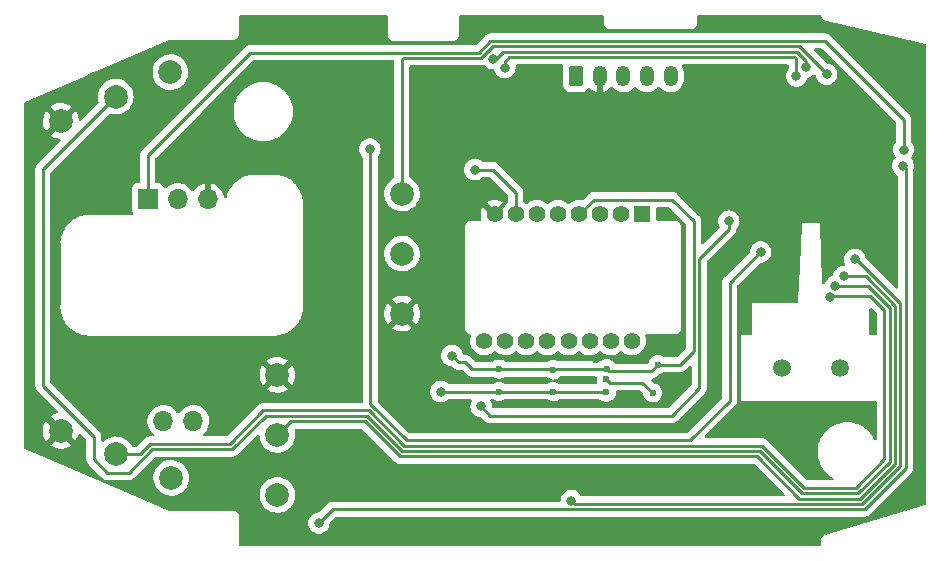
<source format=gbl>
G04 #@! TF.GenerationSoftware,KiCad,Pcbnew,(5.99.0-8445-ge10025db64)*
G04 #@! TF.CreationDate,2022-07-11T22:42:54+02:00*
G04 #@! TF.ProjectId,g100s,67313030-732e-46b6-9963-61645f706362,rev?*
G04 #@! TF.SameCoordinates,Original*
G04 #@! TF.FileFunction,Copper,L2,Bot*
G04 #@! TF.FilePolarity,Positive*
%FSLAX46Y46*%
G04 Gerber Fmt 4.6, Leading zero omitted, Abs format (unit mm)*
G04 Created by KiCad (PCBNEW (5.99.0-8445-ge10025db64)) date 2022-07-11 22:42:54*
%MOMM*%
%LPD*%
G01*
G04 APERTURE LIST*
G04 Aperture macros list*
%AMRoundRect*
0 Rectangle with rounded corners*
0 $1 Rounding radius*
0 $2 $3 $4 $5 $6 $7 $8 $9 X,Y pos of 4 corners*
0 Add a 4 corners polygon primitive as box body*
4,1,4,$2,$3,$4,$5,$6,$7,$8,$9,$2,$3,0*
0 Add four circle primitives for the rounded corners*
1,1,$1+$1,$2,$3*
1,1,$1+$1,$4,$5*
1,1,$1+$1,$6,$7*
1,1,$1+$1,$8,$9*
0 Add four rect primitives between the rounded corners*
20,1,$1+$1,$2,$3,$4,$5,0*
20,1,$1+$1,$4,$5,$6,$7,0*
20,1,$1+$1,$6,$7,$8,$9,0*
20,1,$1+$1,$8,$9,$2,$3,0*%
G04 Aperture macros list end*
G04 #@! TA.AperFunction,ComponentPad*
%ADD10RoundRect,0.250000X-0.350000X-0.625000X0.350000X-0.625000X0.350000X0.625000X-0.350000X0.625000X0*%
G04 #@! TD*
G04 #@! TA.AperFunction,ComponentPad*
%ADD11O,1.200000X1.750000*%
G04 #@! TD*
G04 #@! TA.AperFunction,ComponentPad*
%ADD12C,1.500000*%
G04 #@! TD*
G04 #@! TA.AperFunction,ComponentPad*
%ADD13R,1.700000X1.700000*%
G04 #@! TD*
G04 #@! TA.AperFunction,ComponentPad*
%ADD14O,1.700000X1.700000*%
G04 #@! TD*
G04 #@! TA.AperFunction,ComponentPad*
%ADD15C,2.000000*%
G04 #@! TD*
G04 #@! TA.AperFunction,ComponentPad*
%ADD16R,1.400000X1.400000*%
G04 #@! TD*
G04 #@! TA.AperFunction,ComponentPad*
%ADD17C,1.400000*%
G04 #@! TD*
G04 #@! TA.AperFunction,ViaPad*
%ADD18C,0.800000*%
G04 #@! TD*
G04 #@! TA.AperFunction,ViaPad*
%ADD19C,0.600000*%
G04 #@! TD*
G04 #@! TA.AperFunction,Conductor*
%ADD20C,0.250000*%
G04 #@! TD*
G04 APERTURE END LIST*
D10*
X77490000Y-128840000D03*
D11*
X79490000Y-128840000D03*
X81490000Y-128840000D03*
X83490000Y-128840000D03*
X85490000Y-128840000D03*
D12*
X94931579Y-153544907D03*
X99811579Y-153544907D03*
D13*
X41225000Y-139245000D03*
D14*
X43765000Y-139245000D03*
X46305000Y-139245000D03*
D15*
X62750000Y-138785000D03*
X62750000Y-148945000D03*
X62750000Y-143865000D03*
X43206165Y-162849914D03*
X33853835Y-158880086D03*
X38530000Y-160865000D03*
D14*
X45090000Y-158050000D03*
X42550000Y-158050000D03*
D16*
X83080000Y-140550000D03*
D17*
X81300000Y-140550000D03*
X79520000Y-140550000D03*
X77740000Y-140550000D03*
X75960000Y-140550000D03*
X74180000Y-140550000D03*
X72400000Y-140550000D03*
X70620000Y-140550000D03*
X69730000Y-151250000D03*
X71510000Y-151250000D03*
X73290000Y-151250000D03*
X75070000Y-151250000D03*
X76850000Y-151250000D03*
X78630000Y-151250000D03*
X80410000Y-151250000D03*
X82190000Y-151250000D03*
D15*
X52200000Y-164310000D03*
X52200000Y-154150000D03*
X52200000Y-159230000D03*
X43150811Y-128508778D03*
X33869189Y-132641222D03*
X38510000Y-130575000D03*
D18*
X95110000Y-138750000D03*
X95110000Y-133840000D03*
D19*
X102704000Y-149960000D03*
X79220000Y-152920000D03*
D18*
X100240000Y-136170000D03*
D19*
X71090000Y-152630000D03*
D18*
X95110000Y-136270000D03*
D19*
X84350000Y-154630000D03*
D18*
X97690000Y-138750000D03*
X97690000Y-133840000D03*
X100240000Y-133840000D03*
X88400000Y-132650000D03*
X97690000Y-136270000D03*
X100240000Y-138750000D03*
X93120000Y-143735000D03*
X60030000Y-135010000D03*
D19*
X75526000Y-155570000D03*
X80050000Y-155600000D03*
X70960000Y-155550000D03*
D18*
X66030000Y-155550000D03*
D19*
X70954000Y-153650000D03*
X80080000Y-153630000D03*
X84420000Y-153270000D03*
X75530000Y-153710000D03*
D18*
X66990000Y-152500000D03*
X105220000Y-135060000D03*
X55720000Y-166690000D03*
X105170000Y-136435000D03*
X68922000Y-136752000D03*
X98970000Y-147550000D03*
X71462000Y-128116000D03*
X96150000Y-128830000D03*
X99440000Y-146640000D03*
X70446000Y-127354000D03*
X96960000Y-128090000D03*
X100170000Y-145810000D03*
X101100000Y-144370000D03*
X77090000Y-164790000D03*
X98710000Y-128690000D03*
X69450000Y-156810000D03*
X90420000Y-141130000D03*
D19*
X80050000Y-154500000D03*
X83980000Y-155660000D03*
D20*
X87120020Y-159689980D02*
X90490000Y-156320000D01*
X60129980Y-156699980D02*
X60149252Y-156699980D01*
X90490000Y-146320000D02*
X93075000Y-143735000D01*
X60030000Y-135010000D02*
X60070000Y-135050000D01*
X63139252Y-159689980D02*
X87120020Y-159689980D01*
X90490000Y-156320000D02*
X90490000Y-146320000D01*
X93075000Y-143735000D02*
X93120000Y-143735000D01*
X60070000Y-135050000D02*
X60070000Y-156640000D01*
X60070000Y-156640000D02*
X60129980Y-156699980D01*
X60149252Y-156699980D02*
X63139252Y-159689980D01*
X70960000Y-155550000D02*
X70980000Y-155570000D01*
X70960000Y-155550000D02*
X66030000Y-155550000D01*
X80050000Y-155600000D02*
X80030000Y-155580000D01*
X80030000Y-155580000D02*
X75536000Y-155580000D01*
X70980000Y-155570000D02*
X75526000Y-155570000D01*
X66030000Y-155550000D02*
X65989980Y-155509980D01*
X75536000Y-155580000D02*
X75526000Y-155570000D01*
X84420000Y-153270000D02*
X86300000Y-153270000D01*
X87464000Y-141134000D02*
X85622000Y-139292000D01*
X75530000Y-153710000D02*
X75600000Y-153640000D01*
X70954000Y-153650000D02*
X68670000Y-153650000D01*
X85622000Y-139292000D02*
X78998000Y-139292000D01*
X78998000Y-139292000D02*
X77740000Y-140550000D01*
X80070000Y-153640000D02*
X80080000Y-153630000D01*
X80080000Y-153630000D02*
X80280000Y-153830000D01*
X68110000Y-153090000D02*
X67580000Y-153090000D01*
X68670000Y-153650000D02*
X68110000Y-153090000D01*
X80280000Y-153830000D02*
X83860000Y-153830000D01*
X67580000Y-153090000D02*
X66990000Y-152500000D01*
X75530000Y-153710000D02*
X75470000Y-153650000D01*
X87464000Y-152106000D02*
X87464000Y-141134000D01*
X75600000Y-153640000D02*
X80070000Y-153640000D01*
X83860000Y-153830000D02*
X84420000Y-153270000D01*
X86300000Y-153270000D02*
X87464000Y-152106000D01*
X75470000Y-153650000D02*
X70954000Y-153650000D01*
X41225000Y-135535000D02*
X49914000Y-126846000D01*
X41225000Y-139245000D02*
X41225000Y-135535000D01*
X69265496Y-126846000D02*
X70241556Y-125869940D01*
X70241556Y-125869940D02*
X98549940Y-125869940D01*
X105220000Y-132540000D02*
X105220000Y-135060000D01*
X49914000Y-126846000D02*
X69265496Y-126846000D01*
X98549940Y-125869940D02*
X105220000Y-132540000D01*
X55720000Y-166690000D02*
X56899980Y-165510020D01*
X56899980Y-165510020D02*
X76737003Y-165510020D01*
X77438006Y-165515011D02*
X77442997Y-165510020D01*
X105390080Y-138209920D02*
X105390080Y-136655080D01*
X76737003Y-165510020D02*
X76741994Y-165515011D01*
X105390080Y-136655080D02*
X105170000Y-136435000D01*
X105390000Y-147903576D02*
X105390000Y-138210000D01*
X77442997Y-165510020D02*
X101925676Y-165510020D01*
X76741994Y-165515011D02*
X77438006Y-165515011D01*
X101925676Y-165510020D02*
X105390080Y-162045616D01*
X105390080Y-147903656D02*
X105390000Y-147903576D01*
X105390000Y-138210000D02*
X105390080Y-138209920D01*
X105390080Y-162045616D02*
X105390080Y-147903656D01*
X68922000Y-136752000D02*
X70446000Y-136752000D01*
X70446000Y-136752000D02*
X72400000Y-138706000D01*
X72400000Y-138706000D02*
X72400000Y-140550000D01*
X51020000Y-157150000D02*
X48180020Y-159989980D01*
X101180060Y-163709940D02*
X96779940Y-163709940D01*
X102414304Y-147470000D02*
X103589880Y-148645576D01*
X96779940Y-163709940D02*
X93210000Y-160140000D01*
X62952848Y-160140000D02*
X59962848Y-157150000D01*
X48180020Y-159989980D02*
X41405808Y-159989980D01*
X40530788Y-160865000D02*
X38530000Y-160865000D01*
X93210000Y-160140000D02*
X62952848Y-160140000D01*
X59962848Y-157150000D02*
X51020000Y-157150000D01*
X99050000Y-147470000D02*
X102414304Y-147470000D01*
X103590000Y-161300000D02*
X101180060Y-163709940D01*
X103589880Y-148939880D02*
X103590000Y-148940000D01*
X103589880Y-148645576D02*
X103589880Y-148939880D01*
X98970000Y-147550000D02*
X99050000Y-147470000D01*
X103590000Y-148940000D02*
X103590000Y-161300000D01*
X41405808Y-159989980D02*
X40530788Y-160865000D01*
X71462000Y-128116000D02*
X71462000Y-127608000D01*
X96150000Y-127360000D02*
X96150000Y-128830000D01*
X71462000Y-127608000D02*
X71850000Y-127220000D01*
X96010000Y-127220000D02*
X96150000Y-127360000D01*
X71850000Y-127220000D02*
X96010000Y-127220000D01*
X102220728Y-146640000D02*
X99440000Y-146640000D01*
X96593536Y-164159960D02*
X101366464Y-164159960D01*
X48366424Y-160440000D02*
X51206404Y-157600020D01*
X104040020Y-148753596D02*
X104039900Y-148753476D01*
X104039900Y-148753476D02*
X104039900Y-148459172D01*
X104040020Y-161486404D02*
X104040020Y-148753596D01*
X36664000Y-161263000D02*
X37807000Y-162406000D01*
X104039900Y-148459172D02*
X102220728Y-146640000D01*
X37807000Y-162406000D02*
X39626212Y-162406000D01*
X101366464Y-164159960D02*
X104040020Y-161486404D01*
X36664000Y-159358000D02*
X36664000Y-161263000D01*
X59776444Y-157600020D02*
X62766444Y-160590020D01*
X32346000Y-136734000D02*
X32346000Y-155040000D01*
X38485000Y-130595000D02*
X32346000Y-136734000D01*
X93023596Y-160590020D02*
X96593536Y-164159960D01*
X62766444Y-160590020D02*
X93023596Y-160590020D01*
X32346000Y-155040000D02*
X36664000Y-159358000D01*
X51206404Y-157600020D02*
X59776444Y-157600020D01*
X39626212Y-162406000D02*
X41592212Y-160440000D01*
X41592212Y-160440000D02*
X48366424Y-160440000D01*
X70446000Y-127354000D02*
X70700000Y-127354000D01*
X71284020Y-126769980D02*
X96196404Y-126769980D01*
X96196404Y-126769980D02*
X96960000Y-127533576D01*
X70700000Y-127354000D02*
X71284020Y-126769980D01*
X96960000Y-127533576D02*
X96960000Y-128090000D01*
X102027152Y-145810000D02*
X104489920Y-148272768D01*
X101552868Y-164609980D02*
X96407132Y-164609980D01*
X104489920Y-148567072D02*
X104490040Y-148567192D01*
X104489920Y-148272768D02*
X104489920Y-148567072D01*
X53379960Y-158050040D02*
X52200000Y-159230000D01*
X92837192Y-161040040D02*
X62580040Y-161040040D01*
X104490040Y-161672808D02*
X101552868Y-164609980D01*
X96407132Y-164609980D02*
X92837192Y-161040040D01*
X104490040Y-148567192D02*
X104490040Y-161672808D01*
X62580040Y-161040040D02*
X59590040Y-158050040D01*
X59590040Y-158050040D02*
X53379960Y-158050040D01*
X100170000Y-145810000D02*
X102027152Y-145810000D01*
X104940060Y-148090060D02*
X104939940Y-148089940D01*
X104939940Y-148086364D02*
X101223576Y-144370000D01*
X104940060Y-161859212D02*
X104940060Y-148090060D01*
X77090000Y-164790000D02*
X77360000Y-165060000D01*
X101223576Y-144370000D02*
X101100000Y-144370000D01*
X77360000Y-165060000D02*
X101739272Y-165060000D01*
X101739272Y-165060000D02*
X104940060Y-161859212D01*
X104939940Y-148089940D02*
X104939940Y-148086364D01*
X96382808Y-126319960D02*
X70427960Y-126319960D01*
X62749989Y-127430011D02*
X62749989Y-127573026D01*
X62883980Y-127296020D02*
X62749989Y-127430011D01*
X98710000Y-128647152D02*
X96382808Y-126319960D01*
X69451900Y-127296020D02*
X62883980Y-127296020D01*
X62749989Y-127573026D02*
X62750000Y-127573037D01*
X62750000Y-127573037D02*
X62750000Y-138785000D01*
X70427960Y-126319960D02*
X69451900Y-127296020D01*
X98710000Y-128690000D02*
X98710000Y-128647152D01*
X85590000Y-157580000D02*
X70220000Y-157580000D01*
X70220000Y-157580000D02*
X69450000Y-156810000D01*
X87920000Y-155250000D02*
X85590000Y-157580000D01*
X90420000Y-141820000D02*
X87920000Y-144320000D01*
X90420000Y-141130000D02*
X90420000Y-141820000D01*
X87920000Y-144320000D02*
X87920000Y-155250000D01*
X80050000Y-154500000D02*
X80336000Y-154786000D01*
X83106000Y-154786000D02*
X83980000Y-155660000D01*
X80336000Y-154786000D02*
X83106000Y-154786000D01*
G04 #@! TA.AperFunction,Conductor*
G36*
X61484121Y-123678002D02*
G01*
X61530614Y-123731658D01*
X61542000Y-123784000D01*
X61542000Y-125377622D01*
X61541998Y-125378392D01*
X61541746Y-125419622D01*
X61544212Y-125428250D01*
X61544212Y-125428251D01*
X61549859Y-125448013D01*
X61553436Y-125464770D01*
X61554303Y-125470820D01*
X61557620Y-125493982D01*
X61561335Y-125502152D01*
X61561336Y-125502156D01*
X61568224Y-125517305D01*
X61574673Y-125534833D01*
X61579248Y-125550842D01*
X61579251Y-125550849D01*
X61581716Y-125559474D01*
X61597472Y-125584445D01*
X61605605Y-125599519D01*
X61617822Y-125626389D01*
X61634253Y-125645458D01*
X61634550Y-125645803D01*
X61645654Y-125660810D01*
X61659331Y-125682486D01*
X61676839Y-125697948D01*
X61681453Y-125702023D01*
X61693500Y-125714219D01*
X61706905Y-125729777D01*
X61706909Y-125729780D01*
X61712766Y-125736578D01*
X61720295Y-125741458D01*
X61720296Y-125741459D01*
X61734271Y-125750517D01*
X61749145Y-125761807D01*
X61768351Y-125778769D01*
X61795077Y-125791317D01*
X61810048Y-125799633D01*
X61834821Y-125815690D01*
X61843425Y-125818263D01*
X61843427Y-125818264D01*
X61859377Y-125823034D01*
X61876822Y-125829696D01*
X61891887Y-125836769D01*
X61891889Y-125836769D01*
X61900013Y-125840584D01*
X61908877Y-125841964D01*
X61908886Y-125841967D01*
X61929180Y-125845127D01*
X61945891Y-125848908D01*
X61965572Y-125854793D01*
X61965575Y-125854793D01*
X61974174Y-125857365D01*
X61983146Y-125857420D01*
X61983147Y-125857420D01*
X62006998Y-125857566D01*
X62009838Y-125857684D01*
X62011865Y-125858000D01*
X62077622Y-125858000D01*
X62078392Y-125858002D01*
X62119622Y-125858254D01*
X62120454Y-125858016D01*
X62120692Y-125858000D01*
X67077622Y-125858000D01*
X67078392Y-125858002D01*
X67119622Y-125858254D01*
X67128251Y-125855788D01*
X67148013Y-125850141D01*
X67164770Y-125846564D01*
X67185097Y-125843653D01*
X67185100Y-125843652D01*
X67193982Y-125842380D01*
X67202152Y-125838665D01*
X67202156Y-125838664D01*
X67217305Y-125831776D01*
X67234833Y-125825327D01*
X67250842Y-125820752D01*
X67250849Y-125820749D01*
X67259474Y-125818284D01*
X67284445Y-125802528D01*
X67299519Y-125794395D01*
X67326389Y-125782178D01*
X67345803Y-125765450D01*
X67360810Y-125754346D01*
X67382486Y-125740669D01*
X67402026Y-125718544D01*
X67414219Y-125706500D01*
X67429777Y-125693095D01*
X67429780Y-125693091D01*
X67436578Y-125687234D01*
X67450517Y-125665729D01*
X67461807Y-125650855D01*
X67472826Y-125638378D01*
X67478769Y-125631649D01*
X67491317Y-125604923D01*
X67499633Y-125589952D01*
X67515690Y-125565179D01*
X67519974Y-125550855D01*
X67523034Y-125540623D01*
X67529696Y-125523178D01*
X67536769Y-125508113D01*
X67536769Y-125508111D01*
X67540584Y-125499987D01*
X67541964Y-125491123D01*
X67541967Y-125491114D01*
X67545127Y-125470820D01*
X67548908Y-125454109D01*
X67554793Y-125434428D01*
X67554793Y-125434425D01*
X67557365Y-125425826D01*
X67557427Y-125415730D01*
X67557566Y-125393002D01*
X67557684Y-125390162D01*
X67558000Y-125388135D01*
X67558000Y-125322378D01*
X67558002Y-125321608D01*
X67558239Y-125282817D01*
X67558254Y-125280378D01*
X67558016Y-125279546D01*
X67558000Y-125279308D01*
X67558000Y-123784000D01*
X67578002Y-123715879D01*
X67631658Y-123669386D01*
X67684000Y-123658000D01*
X79716000Y-123658000D01*
X79784121Y-123678002D01*
X79830614Y-123731658D01*
X79842000Y-123784000D01*
X79842000Y-124377622D01*
X79841998Y-124378392D01*
X79841746Y-124419622D01*
X79844212Y-124428250D01*
X79844212Y-124428251D01*
X79849859Y-124448013D01*
X79853436Y-124464770D01*
X79854303Y-124470820D01*
X79857620Y-124493982D01*
X79861335Y-124502152D01*
X79861336Y-124502156D01*
X79868224Y-124517305D01*
X79874673Y-124534833D01*
X79879248Y-124550842D01*
X79879251Y-124550849D01*
X79881716Y-124559474D01*
X79897472Y-124584445D01*
X79905605Y-124599519D01*
X79917822Y-124626389D01*
X79934550Y-124645803D01*
X79945654Y-124660810D01*
X79959331Y-124682486D01*
X79971344Y-124693095D01*
X79981453Y-124702023D01*
X79993500Y-124714219D01*
X80006905Y-124729777D01*
X80006909Y-124729780D01*
X80012766Y-124736578D01*
X80020295Y-124741458D01*
X80020296Y-124741459D01*
X80034271Y-124750517D01*
X80049145Y-124761807D01*
X80068351Y-124778769D01*
X80095077Y-124791317D01*
X80110048Y-124799633D01*
X80134821Y-124815690D01*
X80143425Y-124818263D01*
X80143427Y-124818264D01*
X80159377Y-124823034D01*
X80176822Y-124829696D01*
X80191887Y-124836769D01*
X80191889Y-124836769D01*
X80200013Y-124840584D01*
X80208877Y-124841964D01*
X80208886Y-124841967D01*
X80229180Y-124845127D01*
X80245891Y-124848908D01*
X80265572Y-124854793D01*
X80265575Y-124854793D01*
X80274174Y-124857365D01*
X80283146Y-124857420D01*
X80283147Y-124857420D01*
X80306998Y-124857566D01*
X80309838Y-124857684D01*
X80311865Y-124858000D01*
X80377622Y-124858000D01*
X80378392Y-124858002D01*
X80419622Y-124858254D01*
X80420454Y-124858016D01*
X80420692Y-124858000D01*
X87277622Y-124858000D01*
X87278392Y-124858002D01*
X87319622Y-124858254D01*
X87328251Y-124855788D01*
X87348013Y-124850141D01*
X87364770Y-124846564D01*
X87385097Y-124843653D01*
X87385100Y-124843652D01*
X87393982Y-124842380D01*
X87402152Y-124838665D01*
X87402156Y-124838664D01*
X87417305Y-124831776D01*
X87434833Y-124825327D01*
X87450842Y-124820752D01*
X87450849Y-124820749D01*
X87459474Y-124818284D01*
X87484445Y-124802528D01*
X87499519Y-124794395D01*
X87526389Y-124782178D01*
X87545803Y-124765450D01*
X87560810Y-124754346D01*
X87582486Y-124740669D01*
X87602026Y-124718544D01*
X87614219Y-124706500D01*
X87629777Y-124693095D01*
X87629780Y-124693091D01*
X87636578Y-124687234D01*
X87650517Y-124665729D01*
X87661807Y-124650855D01*
X87672826Y-124638378D01*
X87678769Y-124631649D01*
X87691317Y-124604923D01*
X87699633Y-124589952D01*
X87715690Y-124565179D01*
X87718264Y-124556573D01*
X87723034Y-124540623D01*
X87729696Y-124523178D01*
X87736769Y-124508113D01*
X87736769Y-124508111D01*
X87740584Y-124499987D01*
X87741964Y-124491123D01*
X87741967Y-124491114D01*
X87745127Y-124470820D01*
X87748908Y-124454109D01*
X87754793Y-124434428D01*
X87754793Y-124434425D01*
X87757365Y-124425826D01*
X87757566Y-124393002D01*
X87757684Y-124390162D01*
X87758000Y-124388135D01*
X87758000Y-124322378D01*
X87758002Y-124321608D01*
X87758239Y-124282817D01*
X87758254Y-124280378D01*
X87758016Y-124279546D01*
X87758000Y-124279308D01*
X87758000Y-123784000D01*
X87778002Y-123715879D01*
X87831658Y-123669386D01*
X87884000Y-123658000D01*
X98126340Y-123658000D01*
X98194461Y-123678002D01*
X98240954Y-123731658D01*
X98245684Y-123746488D01*
X98246126Y-123746336D01*
X98250249Y-123758328D01*
X98255822Y-123781433D01*
X98256345Y-123785088D01*
X98256348Y-123785097D01*
X98257620Y-123793982D01*
X98261335Y-123802154D01*
X98261337Y-123802159D01*
X98275173Y-123832590D01*
X98279624Y-123843767D01*
X98293417Y-123883883D01*
X98300719Y-123894206D01*
X98300743Y-123894240D01*
X98312574Y-123914847D01*
X98317822Y-123926389D01*
X98323680Y-123933188D01*
X98323681Y-123933189D01*
X98345507Y-123958519D01*
X98352921Y-123968005D01*
X98377412Y-124002629D01*
X98384444Y-124008208D01*
X98384448Y-124008212D01*
X98387351Y-124010515D01*
X98404484Y-124026967D01*
X98406907Y-124029779D01*
X98406909Y-124029781D01*
X98412766Y-124036578D01*
X98420293Y-124041457D01*
X98420298Y-124041461D01*
X98448366Y-124059653D01*
X98458143Y-124066676D01*
X98491360Y-124093028D01*
X98503105Y-124097804D01*
X98524174Y-124108789D01*
X98534821Y-124115690D01*
X98543421Y-124118262D01*
X98575464Y-124127845D01*
X98586805Y-124131836D01*
X98596223Y-124135665D01*
X98618190Y-124140848D01*
X98625309Y-124142752D01*
X98674174Y-124157365D01*
X98683152Y-124157420D01*
X98692030Y-124158747D01*
X98691923Y-124159460D01*
X98702455Y-124160732D01*
X104126757Y-125440623D01*
X104262762Y-125472714D01*
X107044938Y-126129183D01*
X107106642Y-126164293D01*
X107139571Y-126227192D01*
X107142000Y-126251814D01*
X107142000Y-165074713D01*
X107121998Y-165142834D01*
X107068342Y-165189327D01*
X107051332Y-165195658D01*
X98607559Y-167662378D01*
X98607550Y-167662381D01*
X98607547Y-167662383D01*
X98579544Y-167670563D01*
X98579021Y-167670714D01*
X98540526Y-167681716D01*
X98532937Y-167686504D01*
X98532938Y-167686504D01*
X98515631Y-167697424D01*
X98500515Y-167705577D01*
X98473724Y-167717749D01*
X98466921Y-167723607D01*
X98466922Y-167723607D01*
X98454241Y-167734528D01*
X98439252Y-167745615D01*
X98417514Y-167759331D01*
X98411572Y-167766059D01*
X98398028Y-167781395D01*
X98385819Y-167793453D01*
X98363511Y-167812665D01*
X98349520Y-167834237D01*
X98338254Y-167849076D01*
X98321231Y-167868351D01*
X98317417Y-167876475D01*
X98317416Y-167876476D01*
X98308724Y-167894990D01*
X98300383Y-167910001D01*
X98289252Y-167927164D01*
X98289249Y-167927170D01*
X98284367Y-167934698D01*
X98276994Y-167959329D01*
X98270341Y-167976743D01*
X98263232Y-167991884D01*
X98263231Y-167991888D01*
X98259416Y-168000013D01*
X98258035Y-168008883D01*
X98254888Y-168029096D01*
X98251096Y-168045842D01*
X98242655Y-168074040D01*
X98242598Y-168083019D01*
X98242446Y-168106869D01*
X98242324Y-168109785D01*
X98242000Y-168111865D01*
X98242000Y-168176479D01*
X98241997Y-168177281D01*
X98241728Y-168219489D01*
X98241981Y-168220376D01*
X98242000Y-168220655D01*
X98242000Y-168516000D01*
X98221998Y-168584121D01*
X98168342Y-168630614D01*
X98116000Y-168642000D01*
X49084000Y-168642000D01*
X49015879Y-168621998D01*
X48969386Y-168568342D01*
X48958000Y-168516000D01*
X48958000Y-166122378D01*
X48958002Y-166121608D01*
X48958199Y-166089349D01*
X48958254Y-166080378D01*
X48953825Y-166064881D01*
X48950141Y-166051987D01*
X48946564Y-166035230D01*
X48943653Y-166014903D01*
X48943652Y-166014900D01*
X48942380Y-166006018D01*
X48938665Y-165997848D01*
X48938664Y-165997844D01*
X48931776Y-165982695D01*
X48925327Y-165965167D01*
X48920752Y-165949158D01*
X48920749Y-165949151D01*
X48918284Y-165940526D01*
X48902528Y-165915555D01*
X48894395Y-165900481D01*
X48882178Y-165873611D01*
X48865450Y-165854197D01*
X48854346Y-165839190D01*
X48840669Y-165817514D01*
X48818544Y-165797974D01*
X48806500Y-165785781D01*
X48793095Y-165770223D01*
X48793091Y-165770220D01*
X48787234Y-165763422D01*
X48765729Y-165749483D01*
X48750855Y-165738193D01*
X48738378Y-165727174D01*
X48731649Y-165721231D01*
X48704923Y-165708683D01*
X48689952Y-165700367D01*
X48665179Y-165684310D01*
X48656575Y-165681737D01*
X48656573Y-165681736D01*
X48640623Y-165676966D01*
X48623178Y-165670304D01*
X48608113Y-165663231D01*
X48608111Y-165663231D01*
X48599987Y-165659416D01*
X48591123Y-165658036D01*
X48591114Y-165658033D01*
X48570820Y-165654873D01*
X48554109Y-165651092D01*
X48534428Y-165645207D01*
X48534425Y-165645207D01*
X48525826Y-165642635D01*
X48516854Y-165642580D01*
X48516853Y-165642580D01*
X48493002Y-165642434D01*
X48490162Y-165642316D01*
X48488135Y-165642000D01*
X48422378Y-165642000D01*
X48421608Y-165641998D01*
X48421052Y-165641995D01*
X48380378Y-165641746D01*
X48379546Y-165641984D01*
X48379308Y-165642000D01*
X43079189Y-165642000D01*
X43029886Y-165631953D01*
X40169148Y-164415576D01*
X50690187Y-164415576D01*
X50690944Y-164420579D01*
X50690944Y-164420584D01*
X50718089Y-164600073D01*
X50726488Y-164655609D01*
X50728034Y-164660425D01*
X50728035Y-164660428D01*
X50799045Y-164881594D01*
X50800700Y-164886750D01*
X50910911Y-165103053D01*
X50959302Y-165169171D01*
X51015187Y-165245527D01*
X51054288Y-165298952D01*
X51227141Y-165469408D01*
X51231266Y-165472340D01*
X51231269Y-165472342D01*
X51420898Y-165607105D01*
X51420902Y-165607108D01*
X51425023Y-165610036D01*
X51429561Y-165612269D01*
X51429566Y-165612272D01*
X51585893Y-165689194D01*
X51642843Y-165717217D01*
X51647678Y-165718695D01*
X51647680Y-165718696D01*
X51655972Y-165721231D01*
X51874998Y-165788193D01*
X51880017Y-165788880D01*
X51880019Y-165788881D01*
X52045667Y-165811572D01*
X52115514Y-165821140D01*
X52184858Y-165819445D01*
X52353143Y-165815333D01*
X52353147Y-165815333D01*
X52358204Y-165815209D01*
X52596823Y-165770552D01*
X52630186Y-165758541D01*
X52744968Y-165717217D01*
X52825234Y-165688320D01*
X52857736Y-165670304D01*
X52907651Y-165642635D01*
X53037558Y-165570626D01*
X53041536Y-165567496D01*
X53041540Y-165567493D01*
X53224358Y-165423629D01*
X53224359Y-165423628D01*
X53228334Y-165420500D01*
X53340104Y-165298952D01*
X53389231Y-165245527D01*
X53389234Y-165245523D01*
X53392654Y-165241804D01*
X53526290Y-165039134D01*
X53569476Y-164943042D01*
X53623730Y-164822322D01*
X53623732Y-164822316D01*
X53625804Y-164817706D01*
X53667946Y-164660428D01*
X53687327Y-164588098D01*
X53687327Y-164588097D01*
X53688635Y-164583216D01*
X53713168Y-164341696D01*
X53713500Y-164310000D01*
X53709379Y-164258776D01*
X53694437Y-164073061D01*
X53694436Y-164073056D01*
X53694031Y-164068020D01*
X53679614Y-164009322D01*
X53637331Y-163837179D01*
X53636124Y-163832265D01*
X53616249Y-163785441D01*
X53543245Y-163613456D01*
X53543245Y-163613455D01*
X53541269Y-163608801D01*
X53411907Y-163403378D01*
X53251365Y-163221279D01*
X53063775Y-163067191D01*
X52853962Y-162945076D01*
X52849235Y-162943262D01*
X52849232Y-162943260D01*
X52632048Y-162859891D01*
X52632044Y-162859890D01*
X52627324Y-162858078D01*
X52622374Y-162857044D01*
X52622371Y-162857043D01*
X52394643Y-162809468D01*
X52394639Y-162809468D01*
X52389692Y-162808434D01*
X52147180Y-162797422D01*
X52142160Y-162798003D01*
X52142156Y-162798003D01*
X51911056Y-162824742D01*
X51906026Y-162825324D01*
X51901155Y-162826702D01*
X51901152Y-162826703D01*
X51878578Y-162833091D01*
X51672436Y-162891424D01*
X51624991Y-162913548D01*
X51457001Y-162991882D01*
X51456997Y-162991884D01*
X51452419Y-162994019D01*
X51448238Y-162996861D01*
X51448237Y-162996861D01*
X51436704Y-163004699D01*
X51251635Y-163130472D01*
X51075250Y-163297271D01*
X51072172Y-163301297D01*
X51072171Y-163301298D01*
X50930875Y-163486105D01*
X50930872Y-163486109D01*
X50927802Y-163490125D01*
X50813085Y-163704072D01*
X50811439Y-163708853D01*
X50811437Y-163708857D01*
X50738790Y-163919838D01*
X50734049Y-163933608D01*
X50692729Y-164172828D01*
X50692676Y-164177888D01*
X50691673Y-164273717D01*
X50690187Y-164415576D01*
X40169148Y-164415576D01*
X30834697Y-160446597D01*
X30779834Y-160401535D01*
X30758000Y-160330644D01*
X30758000Y-160109963D01*
X32988574Y-160109963D01*
X32997681Y-160121820D01*
X33074992Y-160176763D01*
X33083650Y-160181924D01*
X33292323Y-160284604D01*
X33301707Y-160288319D01*
X33524092Y-160356309D01*
X33533962Y-160358479D01*
X33764355Y-160390039D01*
X33774446Y-160390603D01*
X34006926Y-160384922D01*
X34016959Y-160383867D01*
X34245551Y-160341087D01*
X34255290Y-160338441D01*
X34474098Y-160259665D01*
X34483291Y-160255495D01*
X34686683Y-160142753D01*
X34695099Y-160137162D01*
X34712539Y-160123439D01*
X34721008Y-160111537D01*
X34714511Y-160099972D01*
X33866647Y-159252108D01*
X33852703Y-159244494D01*
X33850870Y-159244625D01*
X33844255Y-159248876D01*
X32995078Y-160098053D01*
X32988574Y-160109963D01*
X30758000Y-160109963D01*
X30758000Y-158980565D01*
X32344574Y-158980565D01*
X32345278Y-158990636D01*
X32380053Y-159220576D01*
X32382357Y-159230400D01*
X32453448Y-159451821D01*
X32457296Y-159461157D01*
X32562875Y-159668369D01*
X32568160Y-159676960D01*
X32612227Y-159737169D01*
X32623239Y-159745599D01*
X32635981Y-159738730D01*
X33481813Y-158892898D01*
X33489427Y-158878954D01*
X33489296Y-158877121D01*
X33485045Y-158870506D01*
X32635149Y-158020610D01*
X32622581Y-158013747D01*
X32611532Y-158021931D01*
X32585131Y-158056461D01*
X32579667Y-158064940D01*
X32469771Y-158269895D01*
X32465729Y-158279147D01*
X32390017Y-158499033D01*
X32387508Y-158508805D01*
X32347924Y-158737971D01*
X32347009Y-158748019D01*
X32344574Y-158980565D01*
X30758000Y-158980565D01*
X30758000Y-136713944D01*
X31707816Y-136713944D01*
X31708562Y-136721836D01*
X31711941Y-136757582D01*
X31712500Y-136769440D01*
X31712500Y-154961616D01*
X31711986Y-154972520D01*
X31710334Y-154979911D01*
X31710583Y-154987837D01*
X31710583Y-154987838D01*
X31712438Y-155046866D01*
X31712500Y-155050823D01*
X31712500Y-155079578D01*
X31712996Y-155083503D01*
X31712996Y-155083504D01*
X31713039Y-155083843D01*
X31713972Y-155095687D01*
X31715361Y-155139883D01*
X31719665Y-155154696D01*
X31721012Y-155159333D01*
X31725022Y-155178695D01*
X31727560Y-155198788D01*
X31730476Y-155206153D01*
X31730477Y-155206157D01*
X31743837Y-155239901D01*
X31747681Y-155251128D01*
X31760014Y-155293578D01*
X31764052Y-155300406D01*
X31770323Y-155311011D01*
X31779019Y-155328762D01*
X31783558Y-155340226D01*
X31786478Y-155347600D01*
X31800310Y-155366637D01*
X31812465Y-155383367D01*
X31818983Y-155393290D01*
X31841486Y-155431341D01*
X31841855Y-155431759D01*
X31855938Y-155445842D01*
X31868772Y-155460867D01*
X31880554Y-155477083D01*
X31914335Y-155505029D01*
X31923115Y-155513019D01*
X33599871Y-157189775D01*
X33633897Y-157252087D01*
X33628832Y-157322902D01*
X33586285Y-157379738D01*
X33545083Y-157400110D01*
X33331308Y-157460602D01*
X33321864Y-157464114D01*
X33111082Y-157562404D01*
X33102317Y-157567383D01*
X32997050Y-157638922D01*
X32988726Y-157649043D01*
X32995916Y-157662957D01*
X35072402Y-159739443D01*
X35084782Y-159746203D01*
X35093515Y-159739665D01*
X35176904Y-159613199D01*
X35181761Y-159604364D01*
X35277094Y-159392240D01*
X35280477Y-159382739D01*
X35332267Y-159189457D01*
X35369219Y-159128834D01*
X35433080Y-159097813D01*
X35503574Y-159106241D01*
X35543069Y-159132973D01*
X35993595Y-159583499D01*
X36027621Y-159645811D01*
X36030500Y-159672594D01*
X36030500Y-161184616D01*
X36029986Y-161195520D01*
X36028334Y-161202911D01*
X36028583Y-161210837D01*
X36028583Y-161210838D01*
X36030438Y-161269866D01*
X36030500Y-161273823D01*
X36030500Y-161302578D01*
X36030996Y-161306503D01*
X36030996Y-161306504D01*
X36031039Y-161306843D01*
X36031972Y-161318687D01*
X36033361Y-161362883D01*
X36035573Y-161370495D01*
X36039012Y-161382333D01*
X36043022Y-161401695D01*
X36045560Y-161421788D01*
X36048476Y-161429153D01*
X36048477Y-161429157D01*
X36061837Y-161462901D01*
X36065681Y-161474128D01*
X36078014Y-161516578D01*
X36082052Y-161523406D01*
X36088323Y-161534011D01*
X36097019Y-161551762D01*
X36100444Y-161560412D01*
X36104478Y-161570600D01*
X36109139Y-161577015D01*
X36130465Y-161606367D01*
X36136983Y-161616290D01*
X36159486Y-161654341D01*
X36159855Y-161654759D01*
X36173938Y-161668842D01*
X36186772Y-161683867D01*
X36198554Y-161700083D01*
X36211080Y-161710445D01*
X36232335Y-161728029D01*
X36241115Y-161736019D01*
X37303609Y-162798513D01*
X37310969Y-162806601D01*
X37315027Y-162812995D01*
X37320804Y-162818420D01*
X37363878Y-162858869D01*
X37366720Y-162861624D01*
X37387034Y-162881938D01*
X37390445Y-162884583D01*
X37399465Y-162892287D01*
X37431699Y-162922557D01*
X37438643Y-162926374D01*
X37438645Y-162926376D01*
X37449453Y-162932318D01*
X37465977Y-162943172D01*
X37481977Y-162955583D01*
X37489248Y-162958730D01*
X37489249Y-162958730D01*
X37522551Y-162973141D01*
X37533207Y-162978362D01*
X37571952Y-162999662D01*
X37579635Y-163001634D01*
X37579636Y-163001635D01*
X37591568Y-163004699D01*
X37610272Y-163011103D01*
X37621585Y-163015999D01*
X37621592Y-163016001D01*
X37628864Y-163019148D01*
X37636688Y-163020387D01*
X37636691Y-163020388D01*
X37672535Y-163026065D01*
X37684156Y-163028472D01*
X37721218Y-163037987D01*
X37726975Y-163039465D01*
X37727531Y-163039500D01*
X37747452Y-163039500D01*
X37767162Y-163041051D01*
X37779114Y-163042944D01*
X37779115Y-163042944D01*
X37786944Y-163044184D01*
X37794836Y-163043438D01*
X37830582Y-163040059D01*
X37842440Y-163039500D01*
X39547828Y-163039500D01*
X39558732Y-163040014D01*
X39566123Y-163041666D01*
X39574049Y-163041417D01*
X39574050Y-163041417D01*
X39633078Y-163039562D01*
X39637035Y-163039500D01*
X39665790Y-163039500D01*
X39670057Y-163038961D01*
X39681899Y-163038028D01*
X39713547Y-163037033D01*
X39718172Y-163036888D01*
X39726095Y-163036639D01*
X39745546Y-163030988D01*
X39764907Y-163026978D01*
X39770783Y-163026236D01*
X39777142Y-163025433D01*
X39777145Y-163025432D01*
X39785000Y-163024440D01*
X39792365Y-163021524D01*
X39792369Y-163021523D01*
X39826113Y-163008163D01*
X39837342Y-163004318D01*
X39846577Y-163001635D01*
X39879790Y-162991986D01*
X39886618Y-162987948D01*
X39897223Y-162981677D01*
X39914974Y-162972981D01*
X39926438Y-162968442D01*
X39926441Y-162968440D01*
X39933812Y-162965522D01*
X39947620Y-162955490D01*
X41696352Y-162955490D01*
X41697109Y-162960493D01*
X41697109Y-162960498D01*
X41720944Y-163118099D01*
X41732653Y-163195523D01*
X41734199Y-163200339D01*
X41734200Y-163200342D01*
X41799389Y-163403378D01*
X41806865Y-163426664D01*
X41917076Y-163642967D01*
X41920066Y-163647052D01*
X42055622Y-163832265D01*
X42060453Y-163838866D01*
X42233306Y-164009322D01*
X42237431Y-164012254D01*
X42237434Y-164012256D01*
X42427063Y-164147019D01*
X42427067Y-164147022D01*
X42431188Y-164149950D01*
X42435726Y-164152183D01*
X42435731Y-164152186D01*
X42593767Y-164229949D01*
X42649008Y-164257131D01*
X42653843Y-164258609D01*
X42653845Y-164258610D01*
X42703259Y-164273717D01*
X42881163Y-164328107D01*
X42886182Y-164328794D01*
X42886184Y-164328795D01*
X43001198Y-164344550D01*
X43121679Y-164361054D01*
X43191023Y-164359359D01*
X43359308Y-164355247D01*
X43359312Y-164355247D01*
X43364369Y-164355123D01*
X43602988Y-164310466D01*
X43831399Y-164228234D01*
X44043723Y-164110540D01*
X44047701Y-164107410D01*
X44047705Y-164107407D01*
X44230523Y-163963543D01*
X44230524Y-163963542D01*
X44234499Y-163960414D01*
X44254558Y-163938600D01*
X44395396Y-163785441D01*
X44395399Y-163785437D01*
X44398819Y-163781718D01*
X44452959Y-163699611D01*
X44509767Y-163613456D01*
X44532455Y-163579048D01*
X44572419Y-163490125D01*
X44629895Y-163362236D01*
X44629897Y-163362230D01*
X44631969Y-163357620D01*
X44674111Y-163200342D01*
X44693492Y-163128012D01*
X44693492Y-163128011D01*
X44694800Y-163123130D01*
X44719333Y-162881610D01*
X44719665Y-162849914D01*
X44719436Y-162847066D01*
X44700602Y-162612975D01*
X44700601Y-162612970D01*
X44700196Y-162607934D01*
X44694217Y-162583589D01*
X44643496Y-162377093D01*
X44642289Y-162372179D01*
X44600182Y-162272980D01*
X44549410Y-162153370D01*
X44549410Y-162153369D01*
X44547434Y-162148715D01*
X44418072Y-161943292D01*
X44257530Y-161761193D01*
X44069940Y-161607105D01*
X43860127Y-161484990D01*
X43855400Y-161483176D01*
X43855397Y-161483174D01*
X43638213Y-161399805D01*
X43638209Y-161399804D01*
X43633489Y-161397992D01*
X43628539Y-161396958D01*
X43628536Y-161396957D01*
X43400808Y-161349382D01*
X43400804Y-161349382D01*
X43395857Y-161348348D01*
X43153345Y-161337336D01*
X43148325Y-161337917D01*
X43148321Y-161337917D01*
X42932545Y-161362883D01*
X42912191Y-161365238D01*
X42907320Y-161366616D01*
X42907317Y-161366617D01*
X42893613Y-161370495D01*
X42678601Y-161431338D01*
X42610914Y-161462901D01*
X42463166Y-161531796D01*
X42463162Y-161531798D01*
X42458584Y-161533933D01*
X42257800Y-161670386D01*
X42081415Y-161837185D01*
X42078337Y-161841211D01*
X42078336Y-161841212D01*
X41937040Y-162026019D01*
X41937037Y-162026023D01*
X41933967Y-162030039D01*
X41931577Y-162034497D01*
X41931576Y-162034498D01*
X41879619Y-162131398D01*
X41819250Y-162243986D01*
X41817604Y-162248767D01*
X41817602Y-162248771D01*
X41775109Y-162372179D01*
X41740214Y-162473522D01*
X41698894Y-162712742D01*
X41698841Y-162717802D01*
X41697001Y-162893561D01*
X41696352Y-162955490D01*
X39947620Y-162955490D01*
X39969580Y-162939535D01*
X39979503Y-162933016D01*
X39995036Y-162923830D01*
X40017553Y-162910514D01*
X40017971Y-162910145D01*
X40032054Y-162896062D01*
X40047079Y-162883228D01*
X40063295Y-162871446D01*
X40091242Y-162837664D01*
X40099231Y-162828885D01*
X41817711Y-161110405D01*
X41880023Y-161076379D01*
X41906806Y-161073500D01*
X48288040Y-161073500D01*
X48298944Y-161074014D01*
X48306335Y-161075666D01*
X48314261Y-161075417D01*
X48314262Y-161075417D01*
X48373290Y-161073562D01*
X48377247Y-161073500D01*
X48406002Y-161073500D01*
X48410269Y-161072961D01*
X48422111Y-161072028D01*
X48453759Y-161071033D01*
X48458384Y-161070888D01*
X48466307Y-161070639D01*
X48485758Y-161064988D01*
X48505119Y-161060978D01*
X48507844Y-161060634D01*
X48517354Y-161059433D01*
X48517357Y-161059432D01*
X48525212Y-161058440D01*
X48532577Y-161055524D01*
X48532581Y-161055523D01*
X48566325Y-161042163D01*
X48577554Y-161038318D01*
X48620002Y-161025986D01*
X48626830Y-161021948D01*
X48637435Y-161015677D01*
X48655186Y-161006981D01*
X48666650Y-161002442D01*
X48666653Y-161002440D01*
X48674024Y-160999522D01*
X48709792Y-160973535D01*
X48719715Y-160967016D01*
X48723959Y-160964506D01*
X48757765Y-160944514D01*
X48758183Y-160944145D01*
X48772266Y-160930062D01*
X48787291Y-160917228D01*
X48803507Y-160905446D01*
X48831454Y-160871664D01*
X48839443Y-160862885D01*
X50475289Y-159227039D01*
X50537601Y-159193013D01*
X50608416Y-159198078D01*
X50665252Y-159240625D01*
X50690063Y-159307145D01*
X50690377Y-159317449D01*
X50690187Y-159335576D01*
X50690944Y-159340579D01*
X50690944Y-159340584D01*
X50724564Y-159562889D01*
X50726488Y-159575609D01*
X50728034Y-159580425D01*
X50728035Y-159580428D01*
X50793851Y-159785417D01*
X50800700Y-159806750D01*
X50910911Y-160023053D01*
X50913901Y-160027138D01*
X51015187Y-160165527D01*
X51054288Y-160218952D01*
X51227141Y-160389408D01*
X51231266Y-160392340D01*
X51231269Y-160392342D01*
X51420898Y-160527105D01*
X51420902Y-160527108D01*
X51425023Y-160530036D01*
X51429561Y-160532269D01*
X51429566Y-160532272D01*
X51587602Y-160610035D01*
X51642843Y-160637217D01*
X51647678Y-160638695D01*
X51647680Y-160638696D01*
X51697601Y-160653958D01*
X51874998Y-160708193D01*
X51880017Y-160708880D01*
X51880019Y-160708881D01*
X52055240Y-160732883D01*
X52115514Y-160741140D01*
X52184858Y-160739445D01*
X52353143Y-160735333D01*
X52353147Y-160735333D01*
X52358204Y-160735209D01*
X52596823Y-160690552D01*
X52825234Y-160608320D01*
X53037558Y-160490626D01*
X53041536Y-160487496D01*
X53041540Y-160487493D01*
X53224358Y-160343629D01*
X53224359Y-160343628D01*
X53228334Y-160340500D01*
X53276317Y-160288319D01*
X53389231Y-160165527D01*
X53389234Y-160165523D01*
X53392654Y-160161804D01*
X53526290Y-159959134D01*
X53548116Y-159910569D01*
X53623730Y-159742322D01*
X53623732Y-159742316D01*
X53625804Y-159737706D01*
X53629235Y-159724903D01*
X53687327Y-159508098D01*
X53687327Y-159508097D01*
X53688635Y-159503216D01*
X53713168Y-159261696D01*
X53713500Y-159230000D01*
X53712742Y-159220576D01*
X53694437Y-158993061D01*
X53694436Y-158993056D01*
X53694031Y-158988020D01*
X53657574Y-158839594D01*
X53660750Y-158768670D01*
X53701766Y-158710720D01*
X53767602Y-158684145D01*
X53779937Y-158683540D01*
X59275446Y-158683540D01*
X59343567Y-158703542D01*
X59364541Y-158720445D01*
X62076649Y-161432553D01*
X62084009Y-161440641D01*
X62088067Y-161447035D01*
X62131200Y-161487539D01*
X62136918Y-161492909D01*
X62139760Y-161495664D01*
X62160074Y-161515978D01*
X62163206Y-161518407D01*
X62163210Y-161518411D01*
X62163482Y-161518622D01*
X62172509Y-161526331D01*
X62204739Y-161556597D01*
X62222498Y-161566360D01*
X62239005Y-161577203D01*
X62255017Y-161589624D01*
X62262294Y-161592773D01*
X62295591Y-161607182D01*
X62306251Y-161612404D01*
X62338050Y-161629886D01*
X62338053Y-161629887D01*
X62344992Y-161633702D01*
X62364612Y-161638740D01*
X62383304Y-161645139D01*
X62401905Y-161653188D01*
X62409732Y-161654428D01*
X62409733Y-161654428D01*
X62445571Y-161660104D01*
X62457194Y-161662511D01*
X62500015Y-161673505D01*
X62500571Y-161673540D01*
X62520487Y-161673540D01*
X62540197Y-161675091D01*
X62559985Y-161678225D01*
X62567877Y-161677479D01*
X62603633Y-161674099D01*
X62615491Y-161673540D01*
X92522598Y-161673540D01*
X92590719Y-161693542D01*
X92611693Y-161710445D01*
X95112653Y-164211405D01*
X95146679Y-164273717D01*
X95141614Y-164344532D01*
X95099067Y-164401368D01*
X95032547Y-164426179D01*
X95023558Y-164426500D01*
X78001920Y-164426500D01*
X77933799Y-164406498D01*
X77892801Y-164363500D01*
X77862182Y-164310466D01*
X77829037Y-164253058D01*
X77806686Y-164228234D01*
X77705673Y-164116048D01*
X77705672Y-164116047D01*
X77701251Y-164111137D01*
X77695909Y-164107256D01*
X77695907Y-164107254D01*
X77552092Y-164002767D01*
X77552091Y-164002766D01*
X77546750Y-163998886D01*
X77540722Y-163996202D01*
X77540720Y-163996201D01*
X77378318Y-163923895D01*
X77378317Y-163923895D01*
X77372287Y-163921210D01*
X77278887Y-163901357D01*
X77191944Y-163882876D01*
X77191939Y-163882876D01*
X77185487Y-163881504D01*
X76994513Y-163881504D01*
X76988061Y-163882876D01*
X76988056Y-163882876D01*
X76901113Y-163901357D01*
X76807713Y-163921210D01*
X76801683Y-163923895D01*
X76801682Y-163923895D01*
X76639280Y-163996201D01*
X76639278Y-163996202D01*
X76633250Y-163998886D01*
X76627909Y-164002766D01*
X76627908Y-164002767D01*
X76484093Y-164107254D01*
X76484091Y-164107256D01*
X76478749Y-164111137D01*
X76474328Y-164116047D01*
X76474327Y-164116048D01*
X76373315Y-164228234D01*
X76350963Y-164253058D01*
X76255476Y-164418446D01*
X76196462Y-164600073D01*
X76195772Y-164606636D01*
X76195772Y-164606637D01*
X76179265Y-164763691D01*
X76152252Y-164829347D01*
X76094030Y-164869977D01*
X76053955Y-164876520D01*
X56978376Y-164876520D01*
X56967462Y-164876006D01*
X56960069Y-164874353D01*
X56952144Y-164874602D01*
X56952143Y-164874602D01*
X56893096Y-164876458D01*
X56889138Y-164876520D01*
X56860402Y-164876520D01*
X56856131Y-164877059D01*
X56844302Y-164877991D01*
X56800097Y-164879381D01*
X56792481Y-164881594D01*
X56792479Y-164881594D01*
X56780641Y-164885033D01*
X56761282Y-164889042D01*
X56749059Y-164890586D01*
X56749058Y-164890586D01*
X56741192Y-164891580D01*
X56733816Y-164894500D01*
X56733817Y-164894500D01*
X56700091Y-164907852D01*
X56688862Y-164911697D01*
X56654015Y-164921821D01*
X56654014Y-164921822D01*
X56646402Y-164924033D01*
X56639579Y-164928068D01*
X56628963Y-164934346D01*
X56611211Y-164943042D01*
X56592380Y-164950498D01*
X56569961Y-164966786D01*
X56556609Y-164976487D01*
X56546691Y-164983002D01*
X56508639Y-165005506D01*
X56508221Y-165005875D01*
X56494138Y-165019958D01*
X56479113Y-165032792D01*
X56462897Y-165044574D01*
X56437964Y-165074713D01*
X56434951Y-165078355D01*
X56426961Y-165087135D01*
X55769497Y-165744599D01*
X55707185Y-165778625D01*
X55680402Y-165781504D01*
X55624513Y-165781504D01*
X55618061Y-165782876D01*
X55618056Y-165782876D01*
X55547014Y-165797977D01*
X55437713Y-165821210D01*
X55431683Y-165823895D01*
X55431682Y-165823895D01*
X55269280Y-165896201D01*
X55269278Y-165896202D01*
X55263250Y-165898886D01*
X55257909Y-165902766D01*
X55257908Y-165902767D01*
X55114093Y-166007254D01*
X55114091Y-166007256D01*
X55108749Y-166011137D01*
X55104328Y-166016047D01*
X55104327Y-166016048D01*
X54988154Y-166145072D01*
X54980963Y-166153058D01*
X54885476Y-166318446D01*
X54826462Y-166500073D01*
X54806500Y-166690000D01*
X54826462Y-166879927D01*
X54885476Y-167061554D01*
X54980963Y-167226942D01*
X55108749Y-167368863D01*
X55114091Y-167372744D01*
X55114093Y-167372746D01*
X55257908Y-167477233D01*
X55263250Y-167481114D01*
X55269278Y-167483798D01*
X55269280Y-167483799D01*
X55431682Y-167556105D01*
X55437713Y-167558790D01*
X55531113Y-167578643D01*
X55618056Y-167597124D01*
X55618061Y-167597124D01*
X55624513Y-167598496D01*
X55815487Y-167598496D01*
X55821939Y-167597124D01*
X55821944Y-167597124D01*
X55908887Y-167578643D01*
X56002287Y-167558790D01*
X56008318Y-167556105D01*
X56170720Y-167483799D01*
X56170722Y-167483798D01*
X56176750Y-167481114D01*
X56182092Y-167477233D01*
X56325907Y-167372746D01*
X56325909Y-167372744D01*
X56331251Y-167368863D01*
X56459037Y-167226942D01*
X56554524Y-167061554D01*
X56613538Y-166879927D01*
X56630903Y-166714710D01*
X56657916Y-166649054D01*
X56667118Y-166638786D01*
X57125479Y-166180425D01*
X57187791Y-166146399D01*
X57214574Y-166143520D01*
X76626751Y-166143520D01*
X76650282Y-166146493D01*
X76650349Y-166146069D01*
X76656212Y-166146998D01*
X76661969Y-166148476D01*
X76662525Y-166148511D01*
X76682446Y-166148511D01*
X76702156Y-166150062D01*
X76714108Y-166151955D01*
X76714109Y-166151955D01*
X76721938Y-166153195D01*
X76729830Y-166152449D01*
X76765576Y-166149070D01*
X76777434Y-166148511D01*
X77359622Y-166148511D01*
X77370526Y-166149025D01*
X77377917Y-166150677D01*
X77385843Y-166150428D01*
X77385844Y-166150428D01*
X77444872Y-166148573D01*
X77448829Y-166148511D01*
X77477584Y-166148511D01*
X77481851Y-166147972D01*
X77493693Y-166147039D01*
X77521490Y-166146165D01*
X77529968Y-166145899D01*
X77529969Y-166145899D01*
X77537889Y-166145650D01*
X77541622Y-166144565D01*
X77554901Y-166143520D01*
X101847292Y-166143520D01*
X101858196Y-166144034D01*
X101865587Y-166145686D01*
X101873513Y-166145437D01*
X101873514Y-166145437D01*
X101932542Y-166143582D01*
X101936499Y-166143520D01*
X101965254Y-166143520D01*
X101969521Y-166142981D01*
X101981363Y-166142048D01*
X102013011Y-166141053D01*
X102017636Y-166140908D01*
X102025559Y-166140659D01*
X102045010Y-166135008D01*
X102064371Y-166130998D01*
X102067096Y-166130654D01*
X102076606Y-166129453D01*
X102076609Y-166129452D01*
X102084464Y-166128460D01*
X102091829Y-166125544D01*
X102091833Y-166125543D01*
X102125577Y-166112183D01*
X102136806Y-166108338D01*
X102179254Y-166096006D01*
X102190511Y-166089349D01*
X102196687Y-166085697D01*
X102214438Y-166077001D01*
X102225902Y-166072462D01*
X102225905Y-166072460D01*
X102233276Y-166069542D01*
X102269044Y-166043555D01*
X102278967Y-166037036D01*
X102291923Y-166029374D01*
X102317017Y-166014534D01*
X102317435Y-166014165D01*
X102331518Y-166000082D01*
X102346543Y-165987248D01*
X102362759Y-165975466D01*
X102390706Y-165941684D01*
X102398695Y-165932905D01*
X105782593Y-162549007D01*
X105790681Y-162541647D01*
X105797075Y-162537589D01*
X105842950Y-162488737D01*
X105845704Y-162485896D01*
X105866018Y-162465582D01*
X105868663Y-162462171D01*
X105876369Y-162453149D01*
X105901213Y-162426693D01*
X105906637Y-162420917D01*
X105910456Y-162413971D01*
X105916398Y-162403163D01*
X105927252Y-162386639D01*
X105934805Y-162376902D01*
X105934805Y-162376901D01*
X105939663Y-162370639D01*
X105957222Y-162330063D01*
X105962443Y-162319406D01*
X105983742Y-162280664D01*
X105985715Y-162272980D01*
X105988779Y-162261048D01*
X105995183Y-162242344D01*
X106000079Y-162231031D01*
X106000081Y-162231024D01*
X106003228Y-162223752D01*
X106010145Y-162180081D01*
X106012552Y-162168460D01*
X106022067Y-162131398D01*
X106022067Y-162131397D01*
X106023545Y-162125641D01*
X106023580Y-162125085D01*
X106023580Y-162105164D01*
X106025131Y-162085454D01*
X106027024Y-162073502D01*
X106027024Y-162073501D01*
X106028264Y-162065672D01*
X106024139Y-162022033D01*
X106023580Y-162010176D01*
X106023580Y-147982039D01*
X106024094Y-147971135D01*
X106025746Y-147963744D01*
X106023642Y-147896790D01*
X106023580Y-147892832D01*
X106023580Y-147864078D01*
X106023527Y-147863656D01*
X106023500Y-147862807D01*
X106023500Y-138291932D01*
X106023530Y-138290003D01*
X106023545Y-138289945D01*
X106023580Y-138289389D01*
X106023580Y-138269468D01*
X106025131Y-138249758D01*
X106027024Y-138237806D01*
X106027024Y-138237805D01*
X106028264Y-138229976D01*
X106024139Y-138186337D01*
X106023580Y-138174480D01*
X106023580Y-136767861D01*
X106029747Y-136728925D01*
X106061498Y-136631206D01*
X106061498Y-136631204D01*
X106063538Y-136624927D01*
X106083500Y-136435000D01*
X106075563Y-136359487D01*
X106064228Y-136251637D01*
X106064228Y-136251636D01*
X106063538Y-136245073D01*
X106058839Y-136230609D01*
X106026777Y-136131935D01*
X106004524Y-136063446D01*
X105909037Y-135898058D01*
X105874385Y-135859573D01*
X105843669Y-135795567D01*
X105852434Y-135725114D01*
X105874384Y-135690959D01*
X105959037Y-135596942D01*
X106054524Y-135431554D01*
X106113538Y-135249927D01*
X106133500Y-135060000D01*
X106113538Y-134870073D01*
X106054524Y-134688446D01*
X105959037Y-134523058D01*
X105885864Y-134441791D01*
X105855146Y-134377784D01*
X105853500Y-134357481D01*
X105853500Y-132618383D01*
X105854014Y-132607479D01*
X105855666Y-132600088D01*
X105853562Y-132533134D01*
X105853500Y-132529176D01*
X105853500Y-132500422D01*
X105852961Y-132496155D01*
X105852027Y-132484305D01*
X105851734Y-132474958D01*
X105850639Y-132440117D01*
X105844988Y-132420666D01*
X105840978Y-132401304D01*
X105839433Y-132389073D01*
X105838440Y-132381212D01*
X105822166Y-132340108D01*
X105818321Y-132328878D01*
X105808198Y-132294034D01*
X105808197Y-132294032D01*
X105805986Y-132286421D01*
X105795677Y-132268989D01*
X105786980Y-132251236D01*
X105782442Y-132239775D01*
X105779522Y-132232400D01*
X105753531Y-132196626D01*
X105747016Y-132186707D01*
X105727529Y-132153758D01*
X105727527Y-132153755D01*
X105724513Y-132148659D01*
X105724145Y-132148241D01*
X105710062Y-132134158D01*
X105697228Y-132119133D01*
X105685446Y-132102917D01*
X105651664Y-132074970D01*
X105642885Y-132066981D01*
X99053331Y-125477427D01*
X99045971Y-125469339D01*
X99041913Y-125462945D01*
X99035128Y-125456573D01*
X98993062Y-125417071D01*
X98990220Y-125414316D01*
X98969906Y-125394002D01*
X98966495Y-125391357D01*
X98957473Y-125383651D01*
X98957070Y-125383272D01*
X98925241Y-125353383D01*
X98918297Y-125349566D01*
X98918295Y-125349564D01*
X98907487Y-125343622D01*
X98890963Y-125332768D01*
X98881226Y-125325215D01*
X98881225Y-125325215D01*
X98874963Y-125320357D01*
X98862767Y-125315079D01*
X98834389Y-125302799D01*
X98823730Y-125297577D01*
X98815408Y-125293002D01*
X98784988Y-125276278D01*
X98777305Y-125274306D01*
X98777304Y-125274305D01*
X98765372Y-125271241D01*
X98746668Y-125264837D01*
X98735355Y-125259941D01*
X98735348Y-125259939D01*
X98728076Y-125256792D01*
X98720252Y-125255553D01*
X98720249Y-125255552D01*
X98684405Y-125249875D01*
X98672784Y-125247468D01*
X98635722Y-125237953D01*
X98635721Y-125237953D01*
X98629965Y-125236475D01*
X98629409Y-125236440D01*
X98609488Y-125236440D01*
X98589778Y-125234889D01*
X98577826Y-125232996D01*
X98577825Y-125232996D01*
X98569996Y-125231756D01*
X98562104Y-125232502D01*
X98526358Y-125235881D01*
X98514500Y-125236440D01*
X70319939Y-125236440D01*
X70309035Y-125235926D01*
X70301644Y-125234274D01*
X70293718Y-125234523D01*
X70293717Y-125234523D01*
X70234690Y-125236378D01*
X70230732Y-125236440D01*
X70201978Y-125236440D01*
X70197711Y-125236979D01*
X70185869Y-125237912D01*
X70154221Y-125238907D01*
X70149596Y-125239052D01*
X70141673Y-125239301D01*
X70122223Y-125244952D01*
X70102861Y-125248962D01*
X70082768Y-125251500D01*
X70050350Y-125264335D01*
X70041664Y-125267774D01*
X70030434Y-125271619D01*
X69995590Y-125281742D01*
X69995588Y-125281743D01*
X69987977Y-125283954D01*
X69976333Y-125290840D01*
X69970545Y-125294263D01*
X69952792Y-125302960D01*
X69933956Y-125310418D01*
X69913590Y-125325215D01*
X69898182Y-125336409D01*
X69888263Y-125342924D01*
X69855314Y-125362411D01*
X69855311Y-125362413D01*
X69850215Y-125365427D01*
X69849797Y-125365795D01*
X69835714Y-125379878D01*
X69820689Y-125392712D01*
X69804473Y-125404494D01*
X69777650Y-125436918D01*
X69776527Y-125438275D01*
X69768537Y-125447055D01*
X69039997Y-126175595D01*
X68977685Y-126209621D01*
X68950902Y-126212500D01*
X49992401Y-126212500D01*
X49981481Y-126211985D01*
X49974089Y-126210333D01*
X49966166Y-126210582D01*
X49907116Y-126212438D01*
X49903158Y-126212500D01*
X49874422Y-126212500D01*
X49870151Y-126213039D01*
X49858322Y-126213971D01*
X49814117Y-126215361D01*
X49806501Y-126217574D01*
X49806499Y-126217574D01*
X49794661Y-126221013D01*
X49775302Y-126225022D01*
X49763079Y-126226566D01*
X49763078Y-126226566D01*
X49755212Y-126227560D01*
X49747836Y-126230480D01*
X49747837Y-126230480D01*
X49714111Y-126243832D01*
X49702882Y-126247677D01*
X49668035Y-126257801D01*
X49668034Y-126257802D01*
X49660422Y-126260013D01*
X49653599Y-126264048D01*
X49642983Y-126270326D01*
X49625231Y-126279022D01*
X49606400Y-126286478D01*
X49583981Y-126302766D01*
X49570629Y-126312467D01*
X49560711Y-126318982D01*
X49522659Y-126341486D01*
X49522241Y-126341855D01*
X49508158Y-126355938D01*
X49493133Y-126368772D01*
X49476917Y-126380554D01*
X49448971Y-126414335D01*
X49440981Y-126423115D01*
X40832487Y-135031609D01*
X40824399Y-135038969D01*
X40818005Y-135043027D01*
X40812580Y-135048804D01*
X40772131Y-135091878D01*
X40769376Y-135094720D01*
X40749062Y-135115034D01*
X40746417Y-135118445D01*
X40738713Y-135127465D01*
X40708443Y-135159699D01*
X40704626Y-135166643D01*
X40704624Y-135166645D01*
X40698682Y-135177453D01*
X40687828Y-135193977D01*
X40675417Y-135209977D01*
X40660970Y-135243363D01*
X40657859Y-135250551D01*
X40652638Y-135261207D01*
X40631338Y-135299952D01*
X40629366Y-135307635D01*
X40629365Y-135307636D01*
X40626301Y-135319568D01*
X40619897Y-135338272D01*
X40615001Y-135349585D01*
X40614999Y-135349592D01*
X40611852Y-135356864D01*
X40610613Y-135364688D01*
X40610612Y-135364691D01*
X40604935Y-135400535D01*
X40602528Y-135412156D01*
X40597548Y-135431554D01*
X40591535Y-135454975D01*
X40591500Y-135455531D01*
X40591500Y-135475452D01*
X40589949Y-135495162D01*
X40586816Y-135514944D01*
X40587562Y-135522836D01*
X40590941Y-135558582D01*
X40591500Y-135570440D01*
X40591500Y-137755500D01*
X40571498Y-137823621D01*
X40517842Y-137870114D01*
X40465500Y-137881500D01*
X40375000Y-137881500D01*
X40301921Y-137886727D01*
X40248884Y-137902300D01*
X40170330Y-137925365D01*
X40170328Y-137925366D01*
X40161684Y-137927904D01*
X40141350Y-137940972D01*
X40046309Y-138002051D01*
X40046306Y-138002053D01*
X40038729Y-138006923D01*
X40032828Y-138013733D01*
X39948918Y-138110569D01*
X39948916Y-138110572D01*
X39943016Y-138117381D01*
X39939272Y-138125579D01*
X39888020Y-138237806D01*
X39882300Y-138250330D01*
X39881018Y-138259245D01*
X39881018Y-138259246D01*
X39862139Y-138390552D01*
X39862138Y-138390559D01*
X39861500Y-138395000D01*
X39861500Y-140095000D01*
X39866727Y-140168079D01*
X39873815Y-140192217D01*
X39902624Y-140290333D01*
X39907904Y-140308316D01*
X39940834Y-140359556D01*
X39965463Y-140397879D01*
X39985465Y-140466000D01*
X39965463Y-140534120D01*
X39911808Y-140580613D01*
X39859465Y-140592000D01*
X36435135Y-140592000D01*
X36411684Y-140589798D01*
X36404978Y-140588528D01*
X36400109Y-140588368D01*
X36400106Y-140588368D01*
X36339830Y-140586392D01*
X36232476Y-140582872D01*
X36228854Y-140582700D01*
X36216181Y-140581912D01*
X36209814Y-140581516D01*
X36209810Y-140581516D01*
X36204951Y-140581214D01*
X36200094Y-140581664D01*
X36200089Y-140581664D01*
X36200063Y-140581666D01*
X36198606Y-140581761D01*
X36196152Y-140581681D01*
X36177073Y-140583779D01*
X36175000Y-140583989D01*
X35881326Y-140611190D01*
X35879886Y-140611314D01*
X35861622Y-140612783D01*
X35856890Y-140613914D01*
X35856886Y-140613915D01*
X35545510Y-140688361D01*
X35544021Y-140688708D01*
X35530984Y-140691658D01*
X35530981Y-140691659D01*
X35526239Y-140692732D01*
X35223955Y-140812421D01*
X35222652Y-140812928D01*
X35215904Y-140815505D01*
X35210142Y-140817706D01*
X35210139Y-140817708D01*
X35205590Y-140819445D01*
X35014681Y-140928582D01*
X34923455Y-140980733D01*
X34922127Y-140981482D01*
X34906154Y-140990358D01*
X34902315Y-140993348D01*
X34902310Y-140993351D01*
X34649751Y-141190034D01*
X34648547Y-141190960D01*
X34633990Y-141202016D01*
X34630611Y-141205523D01*
X34408447Y-141436100D01*
X34407380Y-141437194D01*
X34398019Y-141446676D01*
X34398016Y-141446680D01*
X34394600Y-141450140D01*
X34391760Y-141454081D01*
X34391752Y-141454090D01*
X34204555Y-141713829D01*
X34203650Y-141715069D01*
X34195720Y-141725794D01*
X34195717Y-141725799D01*
X34192826Y-141729709D01*
X34190568Y-141734024D01*
X34190567Y-141734025D01*
X34183634Y-141747272D01*
X34052337Y-141998136D01*
X34042135Y-142017628D01*
X34041419Y-142018977D01*
X34032745Y-142035073D01*
X34031125Y-142039654D01*
X34031124Y-142039657D01*
X34008216Y-142104449D01*
X33952116Y-142263122D01*
X33924389Y-142341543D01*
X33923870Y-142342982D01*
X33919277Y-142355486D01*
X33919275Y-142355495D01*
X33917599Y-142360057D01*
X33916644Y-142364827D01*
X33916643Y-142364832D01*
X33857093Y-142662386D01*
X33856315Y-142665997D01*
X33850931Y-142689325D01*
X33850579Y-142694182D01*
X33850577Y-142694210D01*
X33850430Y-142695681D01*
X33849949Y-142698085D01*
X33849702Y-142702557D01*
X33848892Y-142717196D01*
X33848757Y-142719305D01*
X33835818Y-142897716D01*
X33838945Y-142942406D01*
X33841693Y-142981686D01*
X33842000Y-142990480D01*
X33842000Y-148220504D01*
X33839886Y-148243487D01*
X33838323Y-148251912D01*
X33833381Y-148422491D01*
X33833350Y-148423554D01*
X33833187Y-148427275D01*
X33831780Y-148451163D01*
X33832245Y-148456011D01*
X33832245Y-148456018D01*
X33832250Y-148456073D01*
X33832361Y-148457677D01*
X33832287Y-148460231D01*
X33834477Y-148479476D01*
X33834708Y-148481686D01*
X33843466Y-148572978D01*
X33859082Y-148735761D01*
X33862584Y-148772270D01*
X33862727Y-148773867D01*
X33864308Y-148792932D01*
X33865451Y-148797662D01*
X33865452Y-148797666D01*
X33940089Y-149106439D01*
X33940457Y-149108007D01*
X33944719Y-149126692D01*
X34039030Y-149363708D01*
X34063960Y-149426362D01*
X34064512Y-149427775D01*
X34071406Y-149445773D01*
X34212462Y-149692000D01*
X34231749Y-149725668D01*
X34232503Y-149727005D01*
X34241836Y-149743796D01*
X34244827Y-149747635D01*
X34244833Y-149747645D01*
X34440036Y-149998246D01*
X34440954Y-149999439D01*
X34452599Y-150014794D01*
X34456100Y-150018172D01*
X34456101Y-150018173D01*
X34684759Y-150238793D01*
X34685921Y-150239928D01*
X34687688Y-150241677D01*
X34699482Y-150253354D01*
X34960926Y-150442372D01*
X34962096Y-150443229D01*
X34977549Y-150454707D01*
X34981855Y-150456973D01*
X34981858Y-150456975D01*
X35262971Y-150604917D01*
X35264405Y-150605684D01*
X35271142Y-150609341D01*
X35281237Y-150614821D01*
X35544950Y-150708971D01*
X35585029Y-150723280D01*
X35586560Y-150723838D01*
X35599907Y-150728799D01*
X35599918Y-150728802D01*
X35604473Y-150730495D01*
X35609235Y-150731467D01*
X35609238Y-150731468D01*
X35905274Y-150791904D01*
X35908945Y-150792711D01*
X35932176Y-150798181D01*
X35937031Y-150798555D01*
X35937032Y-150798555D01*
X35937058Y-150798557D01*
X35937075Y-150798558D01*
X35938685Y-150798725D01*
X35941198Y-150799238D01*
X35945675Y-150799503D01*
X35960558Y-150800384D01*
X35962778Y-150800535D01*
X35990713Y-150802684D01*
X36139969Y-150814167D01*
X36144438Y-150813874D01*
X36144442Y-150813874D01*
X36229914Y-150808270D01*
X36238157Y-150808000D01*
X51771069Y-150808000D01*
X51793654Y-150810041D01*
X51803550Y-150811844D01*
X51975215Y-150816268D01*
X51978957Y-150816421D01*
X52002812Y-150817755D01*
X52007693Y-150817272D01*
X52009404Y-150817149D01*
X52012009Y-150817216D01*
X52016457Y-150816696D01*
X52016472Y-150816695D01*
X52031402Y-150814948D01*
X52033624Y-150814708D01*
X52323632Y-150786024D01*
X52325187Y-150785881D01*
X52331057Y-150785379D01*
X52339705Y-150784639D01*
X52339709Y-150784638D01*
X52344562Y-150784223D01*
X52657524Y-150707701D01*
X52659119Y-150707322D01*
X52673450Y-150704019D01*
X52673453Y-150704018D01*
X52678191Y-150702926D01*
X52958421Y-150590669D01*
X52977356Y-150583084D01*
X52978879Y-150582485D01*
X52997058Y-150575481D01*
X53126724Y-150500855D01*
X53276349Y-150414743D01*
X53277798Y-150413922D01*
X53290561Y-150406800D01*
X53290565Y-150406798D01*
X53294811Y-150404428D01*
X53548806Y-150205898D01*
X53549989Y-150204986D01*
X53565529Y-150193168D01*
X53788944Y-149960978D01*
X53790112Y-149959780D01*
X53800398Y-149949370D01*
X53803816Y-149945911D01*
X53992372Y-149684529D01*
X53993296Y-149683265D01*
X54004933Y-149667576D01*
X54014646Y-149649088D01*
X54154804Y-149382296D01*
X54155588Y-149380826D01*
X54157639Y-149377044D01*
X54164872Y-149363708D01*
X54273084Y-149060219D01*
X54273649Y-149058664D01*
X54274807Y-149055550D01*
X54280454Y-149040351D01*
X54292863Y-148979540D01*
X54341851Y-148739465D01*
X54342665Y-148735761D01*
X54347022Y-148717267D01*
X54348138Y-148712531D01*
X54348514Y-148707654D01*
X54348693Y-148705935D01*
X54349214Y-148703381D01*
X54349479Y-148698902D01*
X54349480Y-148698892D01*
X54350369Y-148683857D01*
X54350522Y-148681608D01*
X54363821Y-148509095D01*
X54364166Y-148504620D01*
X54358269Y-148414452D01*
X54358000Y-148406229D01*
X54358000Y-139787447D01*
X54359685Y-139766907D01*
X54361828Y-139753938D01*
X54361828Y-139753935D01*
X54362621Y-139749137D01*
X54363971Y-139603806D01*
X54364198Y-139579408D01*
X54364305Y-139575267D01*
X54365096Y-139556529D01*
X54365096Y-139556523D01*
X54365301Y-139551661D01*
X54364751Y-139546785D01*
X54364525Y-139544192D01*
X54364554Y-139541039D01*
X54363467Y-139532907D01*
X54361859Y-139520886D01*
X54361540Y-139518301D01*
X54329857Y-139237292D01*
X54329635Y-139235154D01*
X54327999Y-139218020D01*
X54327998Y-139218017D01*
X54327535Y-139213164D01*
X54249375Y-138906647D01*
X54248867Y-138904581D01*
X54244884Y-138887770D01*
X54243760Y-138883025D01*
X54241922Y-138878516D01*
X54241920Y-138878510D01*
X54124335Y-138590063D01*
X54123543Y-138588071D01*
X54117317Y-138572022D01*
X54117315Y-138572019D01*
X54115554Y-138567478D01*
X54104321Y-138548061D01*
X53957151Y-138293678D01*
X53956090Y-138291808D01*
X53955788Y-138291264D01*
X53945335Y-138272463D01*
X53750933Y-138022956D01*
X53749655Y-138021286D01*
X53739237Y-138007434D01*
X53739235Y-138007432D01*
X53736312Y-138003545D01*
X53732828Y-138000157D01*
X53732824Y-138000152D01*
X53509564Y-137783015D01*
X53508035Y-137781503D01*
X53495859Y-137769250D01*
X53492423Y-137765792D01*
X53237594Y-137578390D01*
X53235891Y-137577115D01*
X53222143Y-137566639D01*
X53222136Y-137566635D01*
X53218268Y-137563687D01*
X52960731Y-137424099D01*
X52940112Y-137412923D01*
X52938231Y-137411882D01*
X52937125Y-137411258D01*
X52919014Y-137401038D01*
X52622920Y-137289829D01*
X52620919Y-137289058D01*
X52620626Y-137288942D01*
X52620246Y-137288792D01*
X52604828Y-137282699D01*
X52604822Y-137282697D01*
X52600302Y-137280911D01*
X52595557Y-137279841D01*
X52595552Y-137279839D01*
X52303091Y-137213863D01*
X52299063Y-137212884D01*
X52280889Y-137208151D01*
X52280880Y-137208149D01*
X52276175Y-137206924D01*
X52271274Y-137206431D01*
X52268716Y-137206108D01*
X52265636Y-137205413D01*
X52245278Y-137203788D01*
X52242796Y-137203564D01*
X52069114Y-137186083D01*
X51957613Y-137190761D01*
X51956831Y-137191026D01*
X51946275Y-137192000D01*
X50437800Y-137192000D01*
X50416950Y-137190263D01*
X50415097Y-137189952D01*
X50400411Y-137187488D01*
X50295330Y-137186251D01*
X50230419Y-137185486D01*
X50226319Y-137185371D01*
X50218694Y-137185033D01*
X50202671Y-137184322D01*
X50197844Y-137184855D01*
X50197826Y-137184856D01*
X50197766Y-137184863D01*
X50195309Y-137185072D01*
X50192226Y-137185036D01*
X50187788Y-137185618D01*
X50187779Y-137185619D01*
X50172121Y-137187674D01*
X50169576Y-137187982D01*
X50009935Y-137205635D01*
X49887538Y-137219169D01*
X49885475Y-137219380D01*
X49863668Y-137221426D01*
X49556331Y-137299252D01*
X49554332Y-137299740D01*
X49537713Y-137303656D01*
X49537708Y-137303657D01*
X49532979Y-137304772D01*
X49243433Y-137422405D01*
X49239263Y-137424099D01*
X49237440Y-137424823D01*
X49216888Y-137432778D01*
X49212672Y-137435213D01*
X49212666Y-137435216D01*
X48942339Y-137591352D01*
X48940562Y-137592360D01*
X48921387Y-137603015D01*
X48671228Y-137797830D01*
X48669652Y-137799036D01*
X48652091Y-137812250D01*
X48542130Y-137925365D01*
X48431103Y-138039576D01*
X48429636Y-138041060D01*
X48417560Y-138053077D01*
X48417555Y-138053082D01*
X48414108Y-138056513D01*
X48293606Y-138220616D01*
X48226457Y-138312062D01*
X48225209Y-138313732D01*
X48214906Y-138327287D01*
X48214902Y-138327293D01*
X48211956Y-138331169D01*
X48072032Y-138590063D01*
X48061229Y-138610051D01*
X48060261Y-138611808D01*
X48049473Y-138631000D01*
X48047765Y-138635571D01*
X48047764Y-138635573D01*
X48024310Y-138698338D01*
X47946849Y-138905628D01*
X47938515Y-138927929D01*
X47937777Y-138929857D01*
X47929741Y-138950321D01*
X47928681Y-138955066D01*
X47928680Y-138955070D01*
X47914703Y-139017654D01*
X47905447Y-139059100D01*
X47901006Y-139078983D01*
X47866637Y-139141106D01*
X47804138Y-139174786D01*
X47733351Y-139169329D01*
X47676752Y-139126469D01*
X47652487Y-139062172D01*
X47648965Y-139020669D01*
X47647173Y-139010181D01*
X47591952Y-138797427D01*
X47588420Y-138787399D01*
X47498147Y-138586998D01*
X47492967Y-138577692D01*
X47370218Y-138395366D01*
X47363557Y-138387080D01*
X47211830Y-138228030D01*
X47203873Y-138220990D01*
X47027523Y-138089782D01*
X47018486Y-138084178D01*
X46822550Y-137984559D01*
X46812699Y-137980559D01*
X46602778Y-137915378D01*
X46592396Y-137913095D01*
X46576959Y-137911049D01*
X46562792Y-137913246D01*
X46559000Y-137926430D01*
X46559000Y-139373000D01*
X46538998Y-139441121D01*
X46485342Y-139487614D01*
X46433000Y-139499000D01*
X46177000Y-139499000D01*
X46108879Y-139478998D01*
X46062386Y-139425342D01*
X46051000Y-139373000D01*
X46051000Y-137928717D01*
X46047027Y-137915186D01*
X46036420Y-137913661D01*
X45918554Y-137938391D01*
X45908358Y-137941451D01*
X45703932Y-138022182D01*
X45694396Y-138026916D01*
X45506486Y-138140942D01*
X45497896Y-138147206D01*
X45331884Y-138291264D01*
X45324464Y-138298895D01*
X45185100Y-138468860D01*
X45179079Y-138477622D01*
X45145427Y-138536739D01*
X45094344Y-138586045D01*
X45024714Y-138599906D01*
X44958643Y-138573922D01*
X44931405Y-138544773D01*
X44869230Y-138452421D01*
X44827627Y-138390626D01*
X44800917Y-138362626D01*
X44726984Y-138285125D01*
X44668482Y-138223799D01*
X44647248Y-138208000D01*
X44487786Y-138089357D01*
X44487787Y-138089357D01*
X44483504Y-138086171D01*
X44478753Y-138083755D01*
X44478749Y-138083753D01*
X44282740Y-137984097D01*
X44282739Y-137984097D01*
X44277982Y-137981678D01*
X44167887Y-137947493D01*
X44062895Y-137914891D01*
X44062889Y-137914890D01*
X44057792Y-137913307D01*
X43952798Y-137899391D01*
X43834515Y-137883714D01*
X43834510Y-137883714D01*
X43829230Y-137883014D01*
X43823900Y-137883214D01*
X43823899Y-137883214D01*
X43730320Y-137886727D01*
X43598831Y-137891663D01*
X43554246Y-137901018D01*
X43378411Y-137937912D01*
X43378408Y-137937913D01*
X43373184Y-137939009D01*
X43158740Y-138023697D01*
X42961631Y-138143306D01*
X42957601Y-138146803D01*
X42792442Y-138290120D01*
X42787492Y-138294415D01*
X42782339Y-138300700D01*
X42781364Y-138301365D01*
X42780390Y-138302366D01*
X42780186Y-138302168D01*
X42723681Y-138340695D01*
X42652710Y-138342628D01*
X42591961Y-138305885D01*
X42564008Y-138256309D01*
X42553637Y-138220990D01*
X42542096Y-138181684D01*
X42508752Y-138129800D01*
X42467949Y-138066309D01*
X42467947Y-138066306D01*
X42463077Y-138058729D01*
X42442686Y-138041060D01*
X42359431Y-137968918D01*
X42359428Y-137968916D01*
X42352619Y-137963016D01*
X42344421Y-137959272D01*
X42227864Y-137906042D01*
X42227863Y-137906042D01*
X42219670Y-137902300D01*
X42210755Y-137901018D01*
X42210754Y-137901018D01*
X42079448Y-137882139D01*
X42079441Y-137882138D01*
X42075000Y-137881500D01*
X41984500Y-137881500D01*
X41916379Y-137861498D01*
X41869886Y-137807842D01*
X41858500Y-137755500D01*
X41858500Y-135849594D01*
X41878502Y-135781473D01*
X41895405Y-135760499D01*
X45805904Y-131850000D01*
X48487000Y-131850000D01*
X48506816Y-132164962D01*
X48565951Y-132474958D01*
X48663472Y-132775097D01*
X48665159Y-132778683D01*
X48665161Y-132778687D01*
X48684712Y-132820235D01*
X48797841Y-133060647D01*
X48966940Y-133327104D01*
X48969459Y-133330149D01*
X48969462Y-133330153D01*
X49027749Y-133400609D01*
X49168102Y-133570267D01*
X49398154Y-133786300D01*
X49653467Y-133971796D01*
X49656936Y-133973703D01*
X49656939Y-133973705D01*
X49926555Y-134121927D01*
X49930017Y-134123830D01*
X50062530Y-134176296D01*
X50219757Y-134238547D01*
X50219760Y-134238548D01*
X50223440Y-134240005D01*
X50227274Y-134240989D01*
X50227282Y-134240992D01*
X50416370Y-134289541D01*
X50529111Y-134318488D01*
X50533039Y-134318984D01*
X50533043Y-134318985D01*
X50657211Y-134334671D01*
X50842207Y-134358041D01*
X51157793Y-134358041D01*
X51342789Y-134334671D01*
X51466957Y-134318985D01*
X51466961Y-134318984D01*
X51470889Y-134318488D01*
X51583630Y-134289541D01*
X51772718Y-134240992D01*
X51772726Y-134240989D01*
X51776560Y-134240005D01*
X51780240Y-134238548D01*
X51780243Y-134238547D01*
X51937470Y-134176296D01*
X52069983Y-134123830D01*
X52073445Y-134121927D01*
X52343061Y-133973705D01*
X52343064Y-133973703D01*
X52346533Y-133971796D01*
X52601846Y-133786300D01*
X52831898Y-133570267D01*
X52972251Y-133400609D01*
X53030538Y-133330153D01*
X53030541Y-133330149D01*
X53033060Y-133327104D01*
X53202159Y-133060647D01*
X53315288Y-132820235D01*
X53334839Y-132778687D01*
X53334841Y-132778683D01*
X53336528Y-132775097D01*
X53434049Y-132474958D01*
X53493184Y-132164962D01*
X53513000Y-131850000D01*
X53493184Y-131535038D01*
X53434049Y-131225042D01*
X53336528Y-130924903D01*
X53334508Y-130920609D01*
X53245071Y-130730546D01*
X53202159Y-130639353D01*
X53033060Y-130372896D01*
X53020473Y-130357680D01*
X52957629Y-130281716D01*
X52831898Y-130129733D01*
X52708641Y-130013987D01*
X52604733Y-129916411D01*
X52604732Y-129916410D01*
X52601846Y-129913700D01*
X52548966Y-129875280D01*
X52483501Y-129827717D01*
X52346533Y-129728204D01*
X52342479Y-129725975D01*
X52073445Y-129578073D01*
X52073442Y-129578072D01*
X52069983Y-129576170D01*
X51871867Y-129497730D01*
X51780243Y-129461453D01*
X51780240Y-129461452D01*
X51776560Y-129459995D01*
X51772726Y-129459011D01*
X51772718Y-129459008D01*
X51583630Y-129410459D01*
X51470889Y-129381512D01*
X51466961Y-129381016D01*
X51466957Y-129381015D01*
X51342789Y-129365329D01*
X51157793Y-129341959D01*
X50842207Y-129341959D01*
X50657211Y-129365329D01*
X50533043Y-129381015D01*
X50533039Y-129381016D01*
X50529111Y-129381512D01*
X50416370Y-129410459D01*
X50227282Y-129459008D01*
X50227274Y-129459011D01*
X50223440Y-129459995D01*
X50219760Y-129461452D01*
X50219757Y-129461453D01*
X50128133Y-129497730D01*
X49930017Y-129576170D01*
X49926558Y-129578072D01*
X49926555Y-129578073D01*
X49657522Y-129725975D01*
X49653467Y-129728204D01*
X49516499Y-129827717D01*
X49451035Y-129875280D01*
X49398154Y-129913700D01*
X49395268Y-129916410D01*
X49395267Y-129916411D01*
X49291359Y-130013987D01*
X49168102Y-130129733D01*
X49042371Y-130281716D01*
X48979528Y-130357680D01*
X48966940Y-130372896D01*
X48797841Y-130639353D01*
X48754929Y-130730546D01*
X48665493Y-130920609D01*
X48663472Y-130924903D01*
X48565951Y-131225042D01*
X48506816Y-131535038D01*
X48489301Y-131813425D01*
X48487000Y-131850000D01*
X45805904Y-131850000D01*
X50139499Y-127516405D01*
X50201811Y-127482379D01*
X50228594Y-127479500D01*
X61990489Y-127479500D01*
X62058610Y-127499502D01*
X62105103Y-127553158D01*
X62116489Y-127605500D01*
X62116489Y-127612604D01*
X62116496Y-127612662D01*
X62116500Y-127612779D01*
X62116500Y-137335551D01*
X62096498Y-137403672D01*
X62043750Y-137449746D01*
X62002419Y-137469019D01*
X61801635Y-137605472D01*
X61625250Y-137772271D01*
X61622172Y-137776297D01*
X61622171Y-137776298D01*
X61480875Y-137961105D01*
X61480872Y-137961109D01*
X61477802Y-137965125D01*
X61475412Y-137969583D01*
X61475411Y-137969584D01*
X61446396Y-138023697D01*
X61363085Y-138179072D01*
X61361439Y-138183853D01*
X61361437Y-138183857D01*
X61307433Y-138340695D01*
X61284049Y-138408608D01*
X61242729Y-138647828D01*
X61240187Y-138890576D01*
X61240944Y-138895579D01*
X61240944Y-138895584D01*
X61258275Y-139010181D01*
X61276488Y-139130609D01*
X61278034Y-139135425D01*
X61278035Y-139135428D01*
X61346828Y-139349690D01*
X61350700Y-139361750D01*
X61460911Y-139578053D01*
X61482048Y-139606933D01*
X61599132Y-139766907D01*
X61604288Y-139773952D01*
X61777141Y-139944408D01*
X61781266Y-139947340D01*
X61781269Y-139947342D01*
X61970898Y-140082105D01*
X61970902Y-140082108D01*
X61975023Y-140085036D01*
X61979561Y-140087269D01*
X61979566Y-140087272D01*
X62137602Y-140165035D01*
X62192843Y-140192217D01*
X62197678Y-140193695D01*
X62197680Y-140193696D01*
X62234321Y-140204898D01*
X62424998Y-140263193D01*
X62430017Y-140263880D01*
X62430019Y-140263881D01*
X62541719Y-140279182D01*
X62665514Y-140296140D01*
X62734858Y-140294445D01*
X62903143Y-140290333D01*
X62903147Y-140290333D01*
X62908204Y-140290209D01*
X63146823Y-140245552D01*
X63169642Y-140237337D01*
X63294968Y-140192217D01*
X63375234Y-140163320D01*
X63587558Y-140045626D01*
X63591536Y-140042496D01*
X63591540Y-140042493D01*
X63774358Y-139898629D01*
X63774359Y-139898628D01*
X63778334Y-139895500D01*
X63781756Y-139891779D01*
X63939231Y-139720527D01*
X63939234Y-139720523D01*
X63942654Y-139716804D01*
X64063912Y-139532907D01*
X69967461Y-139532907D01*
X69974094Y-139544884D01*
X70607188Y-140177978D01*
X70621132Y-140185592D01*
X70622965Y-140185461D01*
X70629580Y-140181210D01*
X71262958Y-139547832D01*
X71269183Y-139536433D01*
X71259373Y-139524002D01*
X71209024Y-139490169D01*
X71199229Y-139484785D01*
X71012040Y-139402614D01*
X71001441Y-139399047D01*
X70802656Y-139351323D01*
X70791594Y-139349690D01*
X70587506Y-139337922D01*
X70576322Y-139338274D01*
X70373375Y-139362833D01*
X70362441Y-139365157D01*
X70167041Y-139425270D01*
X70156695Y-139429491D01*
X69975024Y-139523258D01*
X69974061Y-139523870D01*
X69967461Y-139532907D01*
X64063912Y-139532907D01*
X64076290Y-139514134D01*
X64104917Y-139450437D01*
X64173730Y-139297322D01*
X64173732Y-139297316D01*
X64175804Y-139292706D01*
X64190652Y-139237292D01*
X64237327Y-139063098D01*
X64237327Y-139063097D01*
X64238635Y-139058216D01*
X64263168Y-138816696D01*
X64263500Y-138785000D01*
X64263271Y-138782152D01*
X64244437Y-138548061D01*
X64244436Y-138548056D01*
X64244031Y-138543020D01*
X64223083Y-138457733D01*
X64187331Y-138312179D01*
X64186124Y-138307265D01*
X64184045Y-138302366D01*
X64093245Y-138088456D01*
X64093245Y-138088455D01*
X64091269Y-138083801D01*
X63961907Y-137878378D01*
X63801365Y-137696279D01*
X63613775Y-137542191D01*
X63446119Y-137444612D01*
X63397306Y-137393059D01*
X63383500Y-137335714D01*
X63383500Y-128055520D01*
X63403502Y-127987399D01*
X63457158Y-127940906D01*
X63509500Y-127929520D01*
X69373516Y-127929520D01*
X69384420Y-127930034D01*
X69391811Y-127931686D01*
X69399737Y-127931437D01*
X69399738Y-127931437D01*
X69458766Y-127929582D01*
X69462723Y-127929520D01*
X69491478Y-127929520D01*
X69495745Y-127928981D01*
X69507587Y-127928048D01*
X69539235Y-127927053D01*
X69543860Y-127926908D01*
X69551783Y-127926659D01*
X69571234Y-127921008D01*
X69590595Y-127916998D01*
X69593320Y-127916654D01*
X69602830Y-127915453D01*
X69602833Y-127915452D01*
X69610688Y-127914460D01*
X69618052Y-127911544D01*
X69625737Y-127909571D01*
X69626224Y-127911467D01*
X69686546Y-127905936D01*
X69749527Y-127938706D01*
X69755846Y-127945232D01*
X69834749Y-128032863D01*
X69840091Y-128036744D01*
X69840093Y-128036746D01*
X69908212Y-128086237D01*
X69989250Y-128145114D01*
X69995278Y-128147798D01*
X69995280Y-128147799D01*
X70157682Y-128220105D01*
X70163713Y-128222790D01*
X70257113Y-128242643D01*
X70344056Y-128261124D01*
X70344061Y-128261124D01*
X70350513Y-128262496D01*
X70462806Y-128262496D01*
X70530927Y-128282498D01*
X70577420Y-128336154D01*
X70582639Y-128349560D01*
X70627476Y-128487554D01*
X70630779Y-128493276D01*
X70630780Y-128493277D01*
X70639730Y-128508778D01*
X70722963Y-128652942D01*
X70727381Y-128657849D01*
X70727382Y-128657850D01*
X70830835Y-128772746D01*
X70850749Y-128794863D01*
X70856091Y-128798744D01*
X70856093Y-128798746D01*
X70964122Y-128877233D01*
X71005250Y-128907114D01*
X71011278Y-128909798D01*
X71011280Y-128909799D01*
X71173682Y-128982105D01*
X71179713Y-128984790D01*
X71273113Y-129004643D01*
X71360056Y-129023124D01*
X71360061Y-129023124D01*
X71366513Y-129024496D01*
X71557487Y-129024496D01*
X71563939Y-129023124D01*
X71563944Y-129023124D01*
X71650887Y-129004643D01*
X71744287Y-128984790D01*
X71750318Y-128982105D01*
X71912720Y-128909799D01*
X71912722Y-128909798D01*
X71918750Y-128907114D01*
X71959878Y-128877233D01*
X72067907Y-128798746D01*
X72067909Y-128798744D01*
X72073251Y-128794863D01*
X72093165Y-128772746D01*
X72196618Y-128657850D01*
X72196619Y-128657849D01*
X72201037Y-128652942D01*
X72284270Y-128508778D01*
X72293220Y-128493277D01*
X72293221Y-128493276D01*
X72296524Y-128487554D01*
X72355538Y-128305927D01*
X72357407Y-128288150D01*
X72374810Y-128122565D01*
X72375500Y-128116000D01*
X72371044Y-128073606D01*
X72362538Y-127992670D01*
X72375310Y-127922832D01*
X72423812Y-127870985D01*
X72487848Y-127853500D01*
X76287292Y-127853500D01*
X76355413Y-127873502D01*
X76401906Y-127927158D01*
X76412010Y-127997432D01*
X76407882Y-128016022D01*
X76388567Y-128079796D01*
X76387992Y-128086236D01*
X76387992Y-128086237D01*
X76382498Y-128147799D01*
X76381500Y-128158978D01*
X76381500Y-129507886D01*
X76396978Y-129640643D01*
X76399474Y-129647521D01*
X76399475Y-129647523D01*
X76443716Y-129769404D01*
X76457313Y-129806864D01*
X76504065Y-129878173D01*
X76527358Y-129913700D01*
X76554269Y-129954747D01*
X76682645Y-130076358D01*
X76835555Y-130165175D01*
X77004796Y-130216433D01*
X77011236Y-130217008D01*
X77011237Y-130217008D01*
X77081185Y-130223251D01*
X77081191Y-130223251D01*
X77083978Y-130223500D01*
X77882886Y-130223500D01*
X77978106Y-130212398D01*
X78008371Y-130208870D01*
X78008372Y-130208870D01*
X78015643Y-130208022D01*
X78022521Y-130205526D01*
X78022523Y-130205525D01*
X78174985Y-130150184D01*
X78181864Y-130147687D01*
X78329747Y-130050731D01*
X78451358Y-129922355D01*
X78455033Y-129916028D01*
X78455036Y-129916024D01*
X78470250Y-129889830D01*
X78521761Y-129840971D01*
X78591509Y-129827717D01*
X78657351Y-129854277D01*
X78678288Y-129875280D01*
X78680288Y-129877826D01*
X78688528Y-129886479D01*
X78839147Y-130017179D01*
X78848873Y-130024116D01*
X79021483Y-130123974D01*
X79032347Y-130128948D01*
X79220736Y-130194368D01*
X79221716Y-130194606D01*
X79232008Y-130193139D01*
X79236000Y-130179572D01*
X79236000Y-128712000D01*
X79256002Y-128643879D01*
X79309658Y-128597386D01*
X79362000Y-128586000D01*
X79618000Y-128586000D01*
X79686121Y-128606002D01*
X79732614Y-128659658D01*
X79744000Y-128712000D01*
X79744000Y-130175361D01*
X79747973Y-130188892D01*
X79757399Y-130190247D01*
X79846524Y-130168768D01*
X79857819Y-130164879D01*
X80039362Y-130082336D01*
X80049704Y-130076389D01*
X80212371Y-129961001D01*
X80221400Y-129953208D01*
X80359311Y-129809144D01*
X80366710Y-129799775D01*
X80384416Y-129772353D01*
X80438170Y-129725975D01*
X80508466Y-129716021D01*
X80572983Y-129745652D01*
X80589354Y-129762867D01*
X80625954Y-129809460D01*
X80683635Y-129882891D01*
X80688165Y-129886822D01*
X80688166Y-129886823D01*
X80838856Y-130017587D01*
X80838861Y-130017591D01*
X80843387Y-130021518D01*
X81026471Y-130127434D01*
X81041880Y-130132785D01*
X81220607Y-130194850D01*
X81220610Y-130194851D01*
X81226281Y-130196820D01*
X81348617Y-130214558D01*
X81429666Y-130226310D01*
X81429669Y-130226310D01*
X81435606Y-130227171D01*
X81646894Y-130217391D01*
X81803819Y-130179572D01*
X81846687Y-130169241D01*
X81846689Y-130169240D01*
X81852520Y-130167835D01*
X81857978Y-130165353D01*
X81857982Y-130165352D01*
X82007731Y-130097265D01*
X82045066Y-130080290D01*
X82217584Y-129957914D01*
X82222089Y-129953208D01*
X82359698Y-129809460D01*
X82359702Y-129809455D01*
X82363848Y-129805124D01*
X82367102Y-129800085D01*
X82367105Y-129800081D01*
X82384741Y-129772767D01*
X82438496Y-129726389D01*
X82508791Y-129716435D01*
X82573309Y-129746066D01*
X82589678Y-129763280D01*
X82677656Y-129875280D01*
X82683635Y-129882891D01*
X82688165Y-129886822D01*
X82688166Y-129886823D01*
X82838856Y-130017587D01*
X82838861Y-130017591D01*
X82843387Y-130021518D01*
X83026471Y-130127434D01*
X83041880Y-130132785D01*
X83220607Y-130194850D01*
X83220610Y-130194851D01*
X83226281Y-130196820D01*
X83348617Y-130214558D01*
X83429666Y-130226310D01*
X83429669Y-130226310D01*
X83435606Y-130227171D01*
X83646894Y-130217391D01*
X83803819Y-130179572D01*
X83846687Y-130169241D01*
X83846689Y-130169240D01*
X83852520Y-130167835D01*
X83857978Y-130165353D01*
X83857982Y-130165352D01*
X84007731Y-130097265D01*
X84045066Y-130080290D01*
X84217584Y-129957914D01*
X84222089Y-129953208D01*
X84359698Y-129809460D01*
X84359702Y-129809455D01*
X84363848Y-129805124D01*
X84367102Y-129800085D01*
X84367105Y-129800081D01*
X84384741Y-129772767D01*
X84438496Y-129726389D01*
X84508791Y-129716435D01*
X84573309Y-129746066D01*
X84589678Y-129763280D01*
X84677656Y-129875280D01*
X84683635Y-129882891D01*
X84688165Y-129886822D01*
X84688166Y-129886823D01*
X84838856Y-130017587D01*
X84838861Y-130017591D01*
X84843387Y-130021518D01*
X85026471Y-130127434D01*
X85041880Y-130132785D01*
X85220607Y-130194850D01*
X85220610Y-130194851D01*
X85226281Y-130196820D01*
X85348617Y-130214558D01*
X85429666Y-130226310D01*
X85429669Y-130226310D01*
X85435606Y-130227171D01*
X85646894Y-130217391D01*
X85803819Y-130179572D01*
X85846687Y-130169241D01*
X85846689Y-130169240D01*
X85852520Y-130167835D01*
X85857978Y-130165353D01*
X85857982Y-130165352D01*
X86007731Y-130097265D01*
X86045066Y-130080290D01*
X86217584Y-129957914D01*
X86222089Y-129953208D01*
X86359698Y-129809460D01*
X86359702Y-129809455D01*
X86363848Y-129805124D01*
X86367105Y-129800081D01*
X86475330Y-129632469D01*
X86475331Y-129632466D01*
X86478582Y-129627432D01*
X86557646Y-129431251D01*
X86558794Y-129425370D01*
X86558796Y-129425365D01*
X86582920Y-129301831D01*
X86598186Y-129223659D01*
X86598500Y-129217238D01*
X86598500Y-128512594D01*
X86583411Y-128354442D01*
X86556258Y-128261887D01*
X86525557Y-128157235D01*
X86525556Y-128157233D01*
X86523869Y-128151482D01*
X86520589Y-128145114D01*
X86465006Y-128037192D01*
X86451597Y-127967473D01*
X86478010Y-127901573D01*
X86535859Y-127860413D01*
X86577022Y-127853500D01*
X95390500Y-127853500D01*
X95458621Y-127873502D01*
X95505114Y-127927158D01*
X95516500Y-127979500D01*
X95516500Y-128127481D01*
X95496498Y-128195602D01*
X95484136Y-128211791D01*
X95434608Y-128266798D01*
X95410963Y-128293058D01*
X95315476Y-128458446D01*
X95313434Y-128464731D01*
X95260729Y-128626942D01*
X95256462Y-128640073D01*
X95255772Y-128646636D01*
X95255772Y-128646637D01*
X95243442Y-128763952D01*
X95236500Y-128830000D01*
X95237190Y-128836565D01*
X95254210Y-128998496D01*
X95256462Y-129019927D01*
X95315476Y-129201554D01*
X95318779Y-129207276D01*
X95318780Y-129207277D01*
X95350294Y-129261861D01*
X95410963Y-129366942D01*
X95415381Y-129371849D01*
X95415382Y-129371850D01*
X95525049Y-129493648D01*
X95538749Y-129508863D01*
X95544091Y-129512744D01*
X95544093Y-129512746D01*
X95685601Y-129615557D01*
X95693250Y-129621114D01*
X95699278Y-129623798D01*
X95699280Y-129623799D01*
X95805565Y-129671120D01*
X95867713Y-129698790D01*
X95951304Y-129716558D01*
X96048056Y-129737124D01*
X96048061Y-129737124D01*
X96054513Y-129738496D01*
X96245487Y-129738496D01*
X96251939Y-129737124D01*
X96251944Y-129737124D01*
X96348696Y-129716558D01*
X96432287Y-129698790D01*
X96494435Y-129671120D01*
X96600720Y-129623799D01*
X96600722Y-129623798D01*
X96606750Y-129621114D01*
X96614399Y-129615557D01*
X96755907Y-129512746D01*
X96755909Y-129512744D01*
X96761251Y-129508863D01*
X96774951Y-129493648D01*
X96884618Y-129371850D01*
X96884619Y-129371849D01*
X96889037Y-129366942D01*
X96949706Y-129261861D01*
X96981220Y-129207277D01*
X96981221Y-129207276D01*
X96984524Y-129201554D01*
X97027652Y-129068820D01*
X97067726Y-129010214D01*
X97121286Y-128984510D01*
X97242287Y-128958790D01*
X97248318Y-128956105D01*
X97410720Y-128883799D01*
X97410722Y-128883798D01*
X97416750Y-128881114D01*
X97422092Y-128877233D01*
X97565907Y-128772746D01*
X97565909Y-128772744D01*
X97571251Y-128768863D01*
X97591013Y-128746915D01*
X97651459Y-128709675D01*
X97722442Y-128711027D01*
X97781427Y-128750540D01*
X97809959Y-128818055D01*
X97813252Y-128849382D01*
X97816462Y-128879927D01*
X97818502Y-128886205D01*
X97818502Y-128886206D01*
X97826168Y-128909799D01*
X97875476Y-129061554D01*
X97878779Y-129067276D01*
X97878780Y-129067277D01*
X97910399Y-129122043D01*
X97970963Y-129226942D01*
X97975381Y-129231849D01*
X97975382Y-129231850D01*
X98074972Y-129342456D01*
X98098749Y-129368863D01*
X98104091Y-129372744D01*
X98104093Y-129372746D01*
X98224182Y-129459995D01*
X98253250Y-129481114D01*
X98259278Y-129483798D01*
X98259280Y-129483799D01*
X98359721Y-129528518D01*
X98427713Y-129558790D01*
X98509479Y-129576170D01*
X98608056Y-129597124D01*
X98608061Y-129597124D01*
X98614513Y-129598496D01*
X98805487Y-129598496D01*
X98811939Y-129597124D01*
X98811944Y-129597124D01*
X98910521Y-129576170D01*
X98992287Y-129558790D01*
X99060279Y-129528518D01*
X99160720Y-129483799D01*
X99160722Y-129483798D01*
X99166750Y-129481114D01*
X99195818Y-129459995D01*
X99315907Y-129372746D01*
X99315909Y-129372744D01*
X99321251Y-129368863D01*
X99345028Y-129342456D01*
X99444618Y-129231850D01*
X99444619Y-129231849D01*
X99449037Y-129226942D01*
X99509601Y-129122043D01*
X99541220Y-129067277D01*
X99541221Y-129067276D01*
X99544524Y-129061554D01*
X99593832Y-128909799D01*
X99601498Y-128886206D01*
X99601498Y-128886205D01*
X99603538Y-128879927D01*
X99608096Y-128836565D01*
X99622810Y-128696565D01*
X99623500Y-128690000D01*
X99618653Y-128643879D01*
X99604228Y-128506637D01*
X99604228Y-128506636D01*
X99603538Y-128500073D01*
X99544524Y-128318446D01*
X99540922Y-128312206D01*
X99487747Y-128220105D01*
X99449037Y-128153058D01*
X99426008Y-128127481D01*
X99325673Y-128016048D01*
X99325672Y-128016047D01*
X99321251Y-128011137D01*
X99315909Y-128007256D01*
X99315907Y-128007254D01*
X99172092Y-127902767D01*
X99172091Y-127902766D01*
X99166750Y-127898886D01*
X99160722Y-127896202D01*
X99160720Y-127896201D01*
X98998318Y-127823895D01*
X98998317Y-127823895D01*
X98992287Y-127821210D01*
X98898887Y-127801357D01*
X98811944Y-127782876D01*
X98811939Y-127782876D01*
X98805487Y-127781504D01*
X98792446Y-127781504D01*
X98724325Y-127761502D01*
X98703351Y-127744599D01*
X97677287Y-126718535D01*
X97643261Y-126656223D01*
X97648326Y-126585408D01*
X97690873Y-126528572D01*
X97757393Y-126503761D01*
X97766382Y-126503440D01*
X98235346Y-126503440D01*
X98303467Y-126523442D01*
X98324441Y-126540345D01*
X104549595Y-132765499D01*
X104583621Y-132827811D01*
X104586500Y-132854594D01*
X104586500Y-134357481D01*
X104566498Y-134425602D01*
X104554136Y-134441791D01*
X104480963Y-134523058D01*
X104385476Y-134688446D01*
X104326462Y-134870073D01*
X104306500Y-135060000D01*
X104326462Y-135249927D01*
X104385476Y-135431554D01*
X104480963Y-135596942D01*
X104515615Y-135635427D01*
X104546331Y-135699433D01*
X104537566Y-135769886D01*
X104515616Y-135804041D01*
X104430963Y-135898058D01*
X104335476Y-136063446D01*
X104313223Y-136131935D01*
X104281162Y-136230609D01*
X104276462Y-136245073D01*
X104275772Y-136251636D01*
X104275772Y-136251637D01*
X104264437Y-136359487D01*
X104256500Y-136435000D01*
X104276462Y-136624927D01*
X104335476Y-136806554D01*
X104430963Y-136971942D01*
X104435381Y-136976849D01*
X104435382Y-136976850D01*
X104554327Y-137108952D01*
X104558749Y-137113863D01*
X104564091Y-137117744D01*
X104564093Y-137117746D01*
X104651867Y-137181517D01*
X104703982Y-137219380D01*
X104704641Y-137219859D01*
X104747995Y-137276081D01*
X104756580Y-137321795D01*
X104756580Y-138127988D01*
X104756550Y-138129917D01*
X104756535Y-138129975D01*
X104756500Y-138130531D01*
X104756500Y-138150452D01*
X104754949Y-138170162D01*
X104754325Y-138174105D01*
X104751816Y-138189944D01*
X104752562Y-138197836D01*
X104755941Y-138233582D01*
X104756500Y-138245440D01*
X104756500Y-146702830D01*
X104736498Y-146770951D01*
X104682842Y-146817444D01*
X104612568Y-146827548D01*
X104547988Y-146798054D01*
X104541405Y-146791925D01*
X102032604Y-144283124D01*
X101998578Y-144220812D01*
X101996389Y-144207199D01*
X101994228Y-144186638D01*
X101994228Y-144186637D01*
X101993538Y-144180073D01*
X101934524Y-143998446D01*
X101839037Y-143833058D01*
X101756657Y-143741565D01*
X101715673Y-143696048D01*
X101715672Y-143696047D01*
X101711251Y-143691137D01*
X101705909Y-143687256D01*
X101705907Y-143687254D01*
X101562092Y-143582767D01*
X101562091Y-143582766D01*
X101556750Y-143578886D01*
X101550722Y-143576202D01*
X101550720Y-143576201D01*
X101388318Y-143503895D01*
X101388317Y-143503895D01*
X101382287Y-143501210D01*
X101288887Y-143481357D01*
X101201944Y-143462876D01*
X101201939Y-143462876D01*
X101195487Y-143461504D01*
X101004513Y-143461504D01*
X100998061Y-143462876D01*
X100998056Y-143462876D01*
X100911113Y-143481357D01*
X100817713Y-143501210D01*
X100811683Y-143503895D01*
X100811682Y-143503895D01*
X100649280Y-143576201D01*
X100649278Y-143576202D01*
X100643250Y-143578886D01*
X100637909Y-143582766D01*
X100637908Y-143582767D01*
X100494093Y-143687254D01*
X100494091Y-143687256D01*
X100488749Y-143691137D01*
X100484328Y-143696047D01*
X100484327Y-143696048D01*
X100443344Y-143741565D01*
X100360963Y-143833058D01*
X100265476Y-143998446D01*
X100206462Y-144180073D01*
X100205772Y-144186636D01*
X100205772Y-144186637D01*
X100202746Y-144215428D01*
X100186500Y-144370000D01*
X100187190Y-144376565D01*
X100204946Y-144545499D01*
X100206462Y-144559927D01*
X100208502Y-144566205D01*
X100208502Y-144566206D01*
X100263856Y-144736568D01*
X100265883Y-144807536D01*
X100229221Y-144868333D01*
X100165509Y-144899659D01*
X100144023Y-144901504D01*
X100074513Y-144901504D01*
X100068061Y-144902876D01*
X100068056Y-144902876D01*
X99981113Y-144921357D01*
X99887713Y-144941210D01*
X99881683Y-144943895D01*
X99881682Y-144943895D01*
X99719280Y-145016201D01*
X99719278Y-145016202D01*
X99713250Y-145018886D01*
X99707909Y-145022766D01*
X99707908Y-145022767D01*
X99564093Y-145127254D01*
X99564091Y-145127256D01*
X99558749Y-145131137D01*
X99554328Y-145136047D01*
X99554327Y-145136048D01*
X99459950Y-145240865D01*
X99430963Y-145273058D01*
X99335476Y-145438446D01*
X99276462Y-145620073D01*
X99275772Y-145626636D01*
X99275772Y-145626637D01*
X99272497Y-145657801D01*
X99245485Y-145723458D01*
X99187264Y-145764089D01*
X99173383Y-145767879D01*
X99157713Y-145771210D01*
X99151683Y-145773895D01*
X99151682Y-145773895D01*
X98989280Y-145846201D01*
X98989278Y-145846202D01*
X98983250Y-145848886D01*
X98977909Y-145852766D01*
X98977908Y-145852767D01*
X98834093Y-145957254D01*
X98834091Y-145957256D01*
X98828749Y-145961137D01*
X98824328Y-145966047D01*
X98824327Y-145966048D01*
X98803919Y-145988714D01*
X98700963Y-146103058D01*
X98646635Y-146197156D01*
X98625238Y-146234218D01*
X98605476Y-146268446D01*
X98603435Y-146274728D01*
X98603434Y-146274730D01*
X98568368Y-146382654D01*
X98528295Y-146441260D01*
X98462898Y-146468897D01*
X98392942Y-146456790D01*
X98340635Y-146408784D01*
X98322635Y-146348747D01*
X98122302Y-141333007D01*
X98121579Y-141314907D01*
X96603066Y-141320000D01*
X96600000Y-141320000D01*
X96599480Y-141332171D01*
X96599479Y-141332173D01*
X96443845Y-144971779D01*
X96318853Y-147894817D01*
X96316737Y-147944290D01*
X96293843Y-148011494D01*
X96238250Y-148055652D01*
X96190852Y-148064907D01*
X92381579Y-148064907D01*
X92381579Y-150618907D01*
X92361577Y-150687028D01*
X92307921Y-150733521D01*
X92255579Y-150744907D01*
X91431579Y-150744907D01*
X91431579Y-156344907D01*
X102830500Y-156344907D01*
X102898621Y-156364909D01*
X102945114Y-156418565D01*
X102956500Y-156470907D01*
X102956500Y-159522420D01*
X102936498Y-159590541D01*
X102882842Y-159637034D01*
X102812568Y-159647138D01*
X102747988Y-159617644D01*
X102716492Y-159576068D01*
X102653847Y-159442939D01*
X102653843Y-159442932D01*
X102652159Y-159439353D01*
X102629720Y-159403994D01*
X102537143Y-159258117D01*
X102483060Y-159172896D01*
X102470827Y-159158108D01*
X102411991Y-159086988D01*
X102281898Y-158929733D01*
X102075453Y-158735868D01*
X102054733Y-158716411D01*
X102054732Y-158716410D01*
X102051846Y-158713700D01*
X102047745Y-158710720D01*
X101799741Y-158530535D01*
X101796533Y-158528204D01*
X101761247Y-158508805D01*
X101523445Y-158378073D01*
X101523442Y-158378072D01*
X101519983Y-158376170D01*
X101328055Y-158300180D01*
X101230243Y-158261453D01*
X101230240Y-158261452D01*
X101226560Y-158259995D01*
X101222726Y-158259011D01*
X101222718Y-158259008D01*
X101012322Y-158204988D01*
X100920889Y-158181512D01*
X100916961Y-158181016D01*
X100916957Y-158181015D01*
X100766023Y-158161948D01*
X100607793Y-158141959D01*
X100292207Y-158141959D01*
X100133977Y-158161948D01*
X99983043Y-158181015D01*
X99983039Y-158181016D01*
X99979111Y-158181512D01*
X99887678Y-158204988D01*
X99677282Y-158259008D01*
X99677274Y-158259011D01*
X99673440Y-158259995D01*
X99669760Y-158261452D01*
X99669757Y-158261453D01*
X99571945Y-158300180D01*
X99380017Y-158376170D01*
X99376558Y-158378072D01*
X99376555Y-158378073D01*
X99138754Y-158508805D01*
X99103467Y-158528204D01*
X99100259Y-158530535D01*
X98852256Y-158710720D01*
X98848154Y-158713700D01*
X98845268Y-158716410D01*
X98845267Y-158716411D01*
X98824547Y-158735868D01*
X98618102Y-158929733D01*
X98488009Y-159086988D01*
X98429174Y-159158108D01*
X98416940Y-159172896D01*
X98362857Y-159258117D01*
X98270281Y-159403994D01*
X98247841Y-159439353D01*
X98180011Y-159583499D01*
X98121470Y-159707907D01*
X98113472Y-159724903D01*
X98112246Y-159728675D01*
X98112246Y-159728676D01*
X98093810Y-159785417D01*
X98015951Y-160025042D01*
X97956816Y-160335038D01*
X97939301Y-160613425D01*
X97937000Y-160650000D01*
X97956816Y-160964962D01*
X98015951Y-161274958D01*
X98017178Y-161278734D01*
X98108701Y-161560412D01*
X98113472Y-161575097D01*
X98115159Y-161578683D01*
X98115161Y-161578687D01*
X98159951Y-161673870D01*
X98247841Y-161860647D01*
X98416940Y-162127104D01*
X98419459Y-162130149D01*
X98419462Y-162130153D01*
X98434818Y-162148715D01*
X98618102Y-162370267D01*
X98620989Y-162372978D01*
X98799934Y-162541018D01*
X98848154Y-162586300D01*
X98851356Y-162588627D01*
X98851358Y-162588628D01*
X98884869Y-162612975D01*
X99103467Y-162771796D01*
X99106936Y-162773703D01*
X99106939Y-162773705D01*
X99152065Y-162798513D01*
X99200835Y-162825324D01*
X99227576Y-162840025D01*
X99277634Y-162890370D01*
X99292528Y-162959787D01*
X99267527Y-163026236D01*
X99210571Y-163068621D01*
X99166875Y-163076440D01*
X97094535Y-163076440D01*
X97026414Y-163056438D01*
X97005440Y-163039535D01*
X93713391Y-159747487D01*
X93706031Y-159739399D01*
X93701973Y-159733005D01*
X93653121Y-159687130D01*
X93650280Y-159684376D01*
X93629966Y-159664062D01*
X93626555Y-159661417D01*
X93617533Y-159653711D01*
X93609121Y-159645811D01*
X93585301Y-159623443D01*
X93578357Y-159619626D01*
X93578355Y-159619624D01*
X93567547Y-159613682D01*
X93551023Y-159602828D01*
X93541286Y-159595275D01*
X93541285Y-159595275D01*
X93535023Y-159590417D01*
X93494447Y-159572858D01*
X93483790Y-159567637D01*
X93482804Y-159567095D01*
X93445048Y-159546338D01*
X93437365Y-159544366D01*
X93437364Y-159544365D01*
X93425432Y-159541301D01*
X93406728Y-159534897D01*
X93395415Y-159530001D01*
X93395408Y-159529999D01*
X93388136Y-159526852D01*
X93380312Y-159525613D01*
X93380309Y-159525612D01*
X93344465Y-159519935D01*
X93332844Y-159517528D01*
X93295782Y-159508013D01*
X93295781Y-159508013D01*
X93290025Y-159506535D01*
X93289469Y-159506500D01*
X93269548Y-159506500D01*
X93249838Y-159504949D01*
X93237886Y-159503056D01*
X93237885Y-159503056D01*
X93230056Y-159501816D01*
X93222164Y-159502562D01*
X93186418Y-159505941D01*
X93174560Y-159506500D01*
X88503594Y-159506500D01*
X88435473Y-159486498D01*
X88388980Y-159432842D01*
X88378876Y-159362568D01*
X88408370Y-159297988D01*
X88414499Y-159291405D01*
X89548401Y-158157504D01*
X90882523Y-156823382D01*
X90890601Y-156816031D01*
X90896995Y-156811973D01*
X90909270Y-156798902D01*
X90942854Y-156763138D01*
X90945609Y-156760296D01*
X90965938Y-156739967D01*
X90968590Y-156736547D01*
X90976297Y-156727524D01*
X90984926Y-156718335D01*
X91006557Y-156695301D01*
X91010374Y-156688357D01*
X91010378Y-156688352D01*
X91016316Y-156677550D01*
X91027172Y-156661023D01*
X91034724Y-156651287D01*
X91039583Y-156645023D01*
X91057142Y-156604447D01*
X91062363Y-156593790D01*
X91068284Y-156583020D01*
X91083662Y-156555048D01*
X91085635Y-156547364D01*
X91088699Y-156535432D01*
X91095103Y-156516728D01*
X91099999Y-156505415D01*
X91100001Y-156505408D01*
X91103148Y-156498136D01*
X91109427Y-156458496D01*
X91110065Y-156454465D01*
X91112472Y-156442844D01*
X91121987Y-156405782D01*
X91121987Y-156405781D01*
X91123465Y-156400025D01*
X91123500Y-156399469D01*
X91123500Y-156379548D01*
X91125051Y-156359838D01*
X91126944Y-156347886D01*
X91126944Y-156347885D01*
X91128184Y-156340056D01*
X91124059Y-156296417D01*
X91123500Y-156284560D01*
X91123500Y-146634594D01*
X91143502Y-146566473D01*
X91160405Y-146545499D01*
X93025503Y-144680401D01*
X93087815Y-144646375D01*
X93114598Y-144643496D01*
X93215487Y-144643496D01*
X93221939Y-144642124D01*
X93221944Y-144642124D01*
X93308887Y-144623643D01*
X93402287Y-144603790D01*
X93408318Y-144601105D01*
X93570720Y-144528799D01*
X93570722Y-144528798D01*
X93576750Y-144526114D01*
X93699506Y-144436927D01*
X93725907Y-144417746D01*
X93725909Y-144417744D01*
X93731251Y-144413863D01*
X93772707Y-144367821D01*
X93854618Y-144276850D01*
X93854619Y-144276849D01*
X93859037Y-144271942D01*
X93954524Y-144106554D01*
X94013538Y-143924927D01*
X94033500Y-143735000D01*
X94013538Y-143545073D01*
X94000159Y-143503895D01*
X93956566Y-143369731D01*
X93954524Y-143363446D01*
X93859037Y-143198058D01*
X93731251Y-143056137D01*
X93725909Y-143052256D01*
X93725907Y-143052254D01*
X93582092Y-142947767D01*
X93582091Y-142947766D01*
X93576750Y-142943886D01*
X93570722Y-142941202D01*
X93570720Y-142941201D01*
X93408318Y-142868895D01*
X93408317Y-142868895D01*
X93402287Y-142866210D01*
X93308887Y-142846357D01*
X93221944Y-142827876D01*
X93221939Y-142827876D01*
X93215487Y-142826504D01*
X93024513Y-142826504D01*
X93018061Y-142827876D01*
X93018056Y-142827876D01*
X92931113Y-142846357D01*
X92837713Y-142866210D01*
X92831683Y-142868895D01*
X92831682Y-142868895D01*
X92669280Y-142941201D01*
X92669278Y-142941202D01*
X92663250Y-142943886D01*
X92657909Y-142947766D01*
X92657908Y-142947767D01*
X92514093Y-143052254D01*
X92514091Y-143052256D01*
X92508749Y-143056137D01*
X92380963Y-143198058D01*
X92285476Y-143363446D01*
X92226462Y-143545073D01*
X92225772Y-143551634D01*
X92225772Y-143551636D01*
X92214383Y-143660003D01*
X92187370Y-143725660D01*
X92178168Y-143735928D01*
X90097487Y-145816609D01*
X90089399Y-145823969D01*
X90083005Y-145828027D01*
X90077580Y-145833804D01*
X90037131Y-145876878D01*
X90034376Y-145879720D01*
X90014062Y-145900034D01*
X90011417Y-145903445D01*
X90003713Y-145912465D01*
X89973443Y-145944699D01*
X89969626Y-145951643D01*
X89969624Y-145951645D01*
X89963682Y-145962453D01*
X89952828Y-145978977D01*
X89940417Y-145994977D01*
X89937270Y-146002248D01*
X89937270Y-146002249D01*
X89922859Y-146035551D01*
X89917638Y-146046207D01*
X89896338Y-146084952D01*
X89894366Y-146092635D01*
X89894365Y-146092636D01*
X89891301Y-146104568D01*
X89884897Y-146123272D01*
X89880001Y-146134585D01*
X89879999Y-146134592D01*
X89876852Y-146141864D01*
X89875613Y-146149688D01*
X89875612Y-146149691D01*
X89869935Y-146185535D01*
X89867528Y-146197156D01*
X89858013Y-146234218D01*
X89856535Y-146239975D01*
X89856500Y-146240531D01*
X89856500Y-146260452D01*
X89854949Y-146280162D01*
X89851816Y-146299944D01*
X89852562Y-146307836D01*
X89855941Y-146343582D01*
X89856500Y-146355440D01*
X89856500Y-156005406D01*
X89836498Y-156073527D01*
X89819595Y-156094501D01*
X86894521Y-159019575D01*
X86832209Y-159053601D01*
X86805426Y-159056480D01*
X63453847Y-159056480D01*
X63385726Y-159036478D01*
X63364752Y-159019575D01*
X60740405Y-156395229D01*
X60706379Y-156332917D01*
X60703500Y-156306134D01*
X60703500Y-155550000D01*
X65116500Y-155550000D01*
X65117190Y-155556565D01*
X65131393Y-155691694D01*
X65136462Y-155739927D01*
X65195476Y-155921554D01*
X65290963Y-156086942D01*
X65295381Y-156091849D01*
X65295382Y-156091850D01*
X65404916Y-156213500D01*
X65418749Y-156228863D01*
X65424091Y-156232744D01*
X65424093Y-156232746D01*
X65567424Y-156336881D01*
X65573250Y-156341114D01*
X65579278Y-156343798D01*
X65579280Y-156343799D01*
X65741682Y-156416105D01*
X65747713Y-156418790D01*
X65840186Y-156438446D01*
X65928056Y-156457124D01*
X65928061Y-156457124D01*
X65934513Y-156458496D01*
X66125487Y-156458496D01*
X66131939Y-156457124D01*
X66131944Y-156457124D01*
X66219814Y-156438446D01*
X66312287Y-156418790D01*
X66318318Y-156416105D01*
X66480720Y-156343799D01*
X66480722Y-156343798D01*
X66486750Y-156341114D01*
X66492576Y-156336881D01*
X66635907Y-156232746D01*
X66635909Y-156232744D01*
X66641251Y-156228863D01*
X66645673Y-156223952D01*
X66650575Y-156219538D01*
X66651701Y-156220789D01*
X66705000Y-156187951D01*
X66738194Y-156183500D01*
X68544431Y-156183500D01*
X68612552Y-156203502D01*
X68659045Y-156257158D01*
X68669149Y-156327432D01*
X68653550Y-156372500D01*
X68628375Y-156416105D01*
X68615476Y-156438446D01*
X68604144Y-156473322D01*
X68561539Y-156604449D01*
X68556462Y-156620073D01*
X68555772Y-156626636D01*
X68555772Y-156626637D01*
X68544713Y-156731857D01*
X68536500Y-156810000D01*
X68556462Y-156999927D01*
X68558502Y-157006205D01*
X68558502Y-157006206D01*
X68590129Y-157103545D01*
X68615476Y-157181554D01*
X68710963Y-157346942D01*
X68715381Y-157351849D01*
X68715382Y-157351850D01*
X68762739Y-157404445D01*
X68838749Y-157488863D01*
X68844091Y-157492744D01*
X68844093Y-157492746D01*
X68939970Y-157562404D01*
X68993250Y-157601114D01*
X68999278Y-157603798D01*
X68999280Y-157603799D01*
X69161682Y-157676105D01*
X69167713Y-157678790D01*
X69243043Y-157694802D01*
X69348056Y-157717124D01*
X69348061Y-157717124D01*
X69354513Y-157718496D01*
X69410401Y-157718496D01*
X69478522Y-157738498D01*
X69499496Y-157755401D01*
X69716618Y-157972523D01*
X69723969Y-157980601D01*
X69728027Y-157986995D01*
X69733806Y-157992422D01*
X69733807Y-157992423D01*
X69776862Y-158032854D01*
X69779704Y-158035609D01*
X69800033Y-158055938D01*
X69803453Y-158058590D01*
X69812476Y-158066297D01*
X69844699Y-158096557D01*
X69851643Y-158100374D01*
X69851648Y-158100378D01*
X69862450Y-158106316D01*
X69878977Y-158117172D01*
X69894977Y-158129583D01*
X69902248Y-158132730D01*
X69902249Y-158132730D01*
X69916905Y-158139072D01*
X69934976Y-158146892D01*
X69935551Y-158147141D01*
X69946207Y-158152362D01*
X69984952Y-158173662D01*
X69992635Y-158175634D01*
X69992636Y-158175635D01*
X70004568Y-158178699D01*
X70023272Y-158185103D01*
X70034585Y-158189999D01*
X70034592Y-158190001D01*
X70041864Y-158193148D01*
X70049688Y-158194387D01*
X70049691Y-158194388D01*
X70085535Y-158200065D01*
X70097156Y-158202472D01*
X70134218Y-158211987D01*
X70139975Y-158213465D01*
X70140531Y-158213500D01*
X70160452Y-158213500D01*
X70180162Y-158215051D01*
X70192114Y-158216944D01*
X70192115Y-158216944D01*
X70199944Y-158218184D01*
X70207836Y-158217438D01*
X70243582Y-158214059D01*
X70255440Y-158213500D01*
X85511616Y-158213500D01*
X85522520Y-158214014D01*
X85529911Y-158215666D01*
X85537837Y-158215417D01*
X85537838Y-158215417D01*
X85596866Y-158213562D01*
X85600823Y-158213500D01*
X85629578Y-158213500D01*
X85633845Y-158212961D01*
X85645687Y-158212028D01*
X85677335Y-158211033D01*
X85681960Y-158210888D01*
X85689883Y-158210639D01*
X85709334Y-158204988D01*
X85728695Y-158200978D01*
X85731420Y-158200634D01*
X85740930Y-158199433D01*
X85740933Y-158199432D01*
X85748788Y-158198440D01*
X85756153Y-158195524D01*
X85756157Y-158195523D01*
X85789901Y-158182163D01*
X85801130Y-158178318D01*
X85810365Y-158175635D01*
X85843578Y-158165986D01*
X85857921Y-158157504D01*
X85861011Y-158155677D01*
X85878762Y-158146981D01*
X85890226Y-158142442D01*
X85890229Y-158142440D01*
X85897600Y-158139522D01*
X85933368Y-158113535D01*
X85943291Y-158107016D01*
X85944475Y-158106316D01*
X85981341Y-158084514D01*
X85981759Y-158084145D01*
X85995842Y-158070062D01*
X86010867Y-158057228D01*
X86027083Y-158045446D01*
X86055030Y-158011664D01*
X86063019Y-158002885D01*
X88312513Y-155753391D01*
X88320601Y-155746031D01*
X88326995Y-155741973D01*
X88372870Y-155693121D01*
X88375624Y-155690280D01*
X88395938Y-155669966D01*
X88398583Y-155666555D01*
X88406289Y-155657533D01*
X88407671Y-155656062D01*
X88436557Y-155625301D01*
X88440376Y-155618355D01*
X88446318Y-155607547D01*
X88457172Y-155591023D01*
X88464723Y-155581289D01*
X88464724Y-155581287D01*
X88469583Y-155575023D01*
X88487146Y-155534439D01*
X88492353Y-155523810D01*
X88513662Y-155485048D01*
X88518701Y-155465422D01*
X88525102Y-155446728D01*
X88529999Y-155435412D01*
X88533148Y-155428135D01*
X88540064Y-155384469D01*
X88542471Y-155372844D01*
X88553465Y-155330025D01*
X88553500Y-155329469D01*
X88553500Y-155309553D01*
X88555051Y-155289842D01*
X88556945Y-155277884D01*
X88558185Y-155270055D01*
X88554059Y-155226406D01*
X88553500Y-155214549D01*
X88553500Y-144634594D01*
X88573502Y-144566473D01*
X88590405Y-144545499D01*
X90812513Y-142323391D01*
X90820601Y-142316031D01*
X90826995Y-142311973D01*
X90872870Y-142263121D01*
X90875624Y-142260280D01*
X90895938Y-142239966D01*
X90898583Y-142236555D01*
X90906289Y-142227533D01*
X90931133Y-142201077D01*
X90936557Y-142195301D01*
X90940376Y-142188355D01*
X90946318Y-142177547D01*
X90957172Y-142161023D01*
X90964725Y-142151286D01*
X90964725Y-142151285D01*
X90969583Y-142145023D01*
X90987142Y-142104447D01*
X90992363Y-142093790D01*
X91013662Y-142055048D01*
X91017614Y-142039657D01*
X91018699Y-142035432D01*
X91025103Y-142016728D01*
X91029999Y-142005415D01*
X91030001Y-142005408D01*
X91033148Y-141998136D01*
X91040065Y-141954465D01*
X91042472Y-141942844D01*
X91051987Y-141905782D01*
X91051987Y-141905781D01*
X91053465Y-141900025D01*
X91053500Y-141899469D01*
X91053500Y-141879548D01*
X91055051Y-141859838D01*
X91056944Y-141847886D01*
X91056944Y-141847885D01*
X91058184Y-141840056D01*
X91057438Y-141832164D01*
X91057687Y-141824241D01*
X91061133Y-141824349D01*
X91071740Y-141769974D01*
X91089967Y-141743652D01*
X91099655Y-141732893D01*
X91159037Y-141666942D01*
X91232703Y-141539349D01*
X91251220Y-141507277D01*
X91251221Y-141507276D01*
X91254524Y-141501554D01*
X91288689Y-141396405D01*
X91311498Y-141326206D01*
X91311498Y-141326205D01*
X91313538Y-141319927D01*
X91315937Y-141297107D01*
X91332810Y-141136565D01*
X91333500Y-141130000D01*
X91327404Y-141071998D01*
X91314228Y-140946637D01*
X91314228Y-140946636D01*
X91313538Y-140940073D01*
X91309805Y-140928582D01*
X91256566Y-140764731D01*
X91254524Y-140758446D01*
X91245410Y-140742659D01*
X91169544Y-140611257D01*
X91159037Y-140593058D01*
X91149867Y-140582873D01*
X91035673Y-140456048D01*
X91035672Y-140456047D01*
X91031251Y-140451137D01*
X91025909Y-140447256D01*
X91025907Y-140447254D01*
X90882092Y-140342767D01*
X90882091Y-140342766D01*
X90876750Y-140338886D01*
X90870722Y-140336202D01*
X90870720Y-140336201D01*
X90708318Y-140263895D01*
X90708317Y-140263895D01*
X90702287Y-140261210D01*
X90608887Y-140241357D01*
X90521944Y-140222876D01*
X90521939Y-140222876D01*
X90515487Y-140221504D01*
X90324513Y-140221504D01*
X90318061Y-140222876D01*
X90318056Y-140222876D01*
X90231113Y-140241357D01*
X90137713Y-140261210D01*
X90131683Y-140263895D01*
X90131682Y-140263895D01*
X89969280Y-140336201D01*
X89969278Y-140336202D01*
X89963250Y-140338886D01*
X89957909Y-140342766D01*
X89957908Y-140342767D01*
X89814093Y-140447254D01*
X89814091Y-140447256D01*
X89808749Y-140451137D01*
X89804328Y-140456047D01*
X89804327Y-140456048D01*
X89690134Y-140582873D01*
X89680963Y-140593058D01*
X89670456Y-140611257D01*
X89594591Y-140742659D01*
X89585476Y-140758446D01*
X89583434Y-140764731D01*
X89530196Y-140928582D01*
X89526462Y-140940073D01*
X89525772Y-140946636D01*
X89525772Y-140946637D01*
X89512596Y-141071998D01*
X89506500Y-141130000D01*
X89507190Y-141136565D01*
X89524064Y-141297107D01*
X89526462Y-141319927D01*
X89528502Y-141326205D01*
X89528502Y-141326206D01*
X89551311Y-141396405D01*
X89585476Y-141501554D01*
X89606111Y-141537294D01*
X89631228Y-141580799D01*
X89647965Y-141649794D01*
X89624744Y-141716886D01*
X89611203Y-141732893D01*
X88312595Y-143031501D01*
X88250283Y-143065527D01*
X88179468Y-143060462D01*
X88122632Y-143017915D01*
X88097821Y-142951395D01*
X88097500Y-142942406D01*
X88097500Y-141212383D01*
X88098014Y-141201479D01*
X88099666Y-141194088D01*
X88099135Y-141177174D01*
X88097562Y-141127134D01*
X88097500Y-141123176D01*
X88097500Y-141094422D01*
X88096961Y-141090155D01*
X88096027Y-141078305D01*
X88094888Y-141042040D01*
X88094639Y-141034117D01*
X88088988Y-141014666D01*
X88084978Y-140995304D01*
X88083433Y-140983073D01*
X88082440Y-140975212D01*
X88066166Y-140934108D01*
X88062321Y-140922878D01*
X88052198Y-140888034D01*
X88052197Y-140888032D01*
X88049986Y-140880421D01*
X88039677Y-140862989D01*
X88030980Y-140845236D01*
X88026442Y-140833775D01*
X88023522Y-140826400D01*
X87997531Y-140790626D01*
X87991016Y-140780707D01*
X87971529Y-140747758D01*
X87971527Y-140747755D01*
X87968513Y-140742659D01*
X87968145Y-140742241D01*
X87954062Y-140728158D01*
X87941228Y-140713133D01*
X87929446Y-140696917D01*
X87895664Y-140668970D01*
X87886885Y-140660981D01*
X86125391Y-138899487D01*
X86118031Y-138891399D01*
X86113973Y-138885005D01*
X86065121Y-138839130D01*
X86062280Y-138836376D01*
X86041966Y-138816062D01*
X86038555Y-138813417D01*
X86029533Y-138805711D01*
X86020712Y-138797427D01*
X85997301Y-138775443D01*
X85990357Y-138771626D01*
X85990355Y-138771624D01*
X85979547Y-138765682D01*
X85963023Y-138754828D01*
X85953286Y-138747275D01*
X85953285Y-138747275D01*
X85947023Y-138742417D01*
X85906447Y-138724858D01*
X85895790Y-138719637D01*
X85857048Y-138698338D01*
X85849365Y-138696366D01*
X85849364Y-138696365D01*
X85837432Y-138693301D01*
X85818728Y-138686897D01*
X85807415Y-138682001D01*
X85807408Y-138681999D01*
X85800136Y-138678852D01*
X85792312Y-138677613D01*
X85792309Y-138677612D01*
X85756465Y-138671935D01*
X85744844Y-138669528D01*
X85707782Y-138660013D01*
X85707781Y-138660013D01*
X85702025Y-138658535D01*
X85701469Y-138658500D01*
X85681548Y-138658500D01*
X85661838Y-138656949D01*
X85649886Y-138655056D01*
X85649885Y-138655056D01*
X85642056Y-138653816D01*
X85634164Y-138654562D01*
X85598418Y-138657941D01*
X85586560Y-138658500D01*
X79076401Y-138658500D01*
X79065481Y-138657985D01*
X79058089Y-138656333D01*
X79050166Y-138656582D01*
X78991116Y-138658438D01*
X78987158Y-138658500D01*
X78958422Y-138658500D01*
X78954151Y-138659039D01*
X78942322Y-138659971D01*
X78898117Y-138661361D01*
X78890501Y-138663574D01*
X78890499Y-138663574D01*
X78878661Y-138667013D01*
X78859302Y-138671022D01*
X78847079Y-138672566D01*
X78847078Y-138672566D01*
X78839212Y-138673560D01*
X78831836Y-138676480D01*
X78831837Y-138676480D01*
X78798111Y-138689832D01*
X78786882Y-138693677D01*
X78752035Y-138703801D01*
X78752034Y-138703802D01*
X78744422Y-138706013D01*
X78737599Y-138710048D01*
X78726983Y-138716326D01*
X78709231Y-138725022D01*
X78690400Y-138732478D01*
X78670034Y-138747275D01*
X78654629Y-138758467D01*
X78644711Y-138764982D01*
X78606659Y-138787486D01*
X78606241Y-138787855D01*
X78592158Y-138801938D01*
X78577133Y-138814772D01*
X78560917Y-138826554D01*
X78532971Y-138860335D01*
X78524981Y-138869115D01*
X78069828Y-139324268D01*
X78007516Y-139358294D01*
X77951320Y-139357692D01*
X77917272Y-139349518D01*
X77834801Y-139344763D01*
X77707490Y-139337422D01*
X77707487Y-139337422D01*
X77701883Y-139337099D01*
X77487699Y-139363018D01*
X77281490Y-139426456D01*
X77276510Y-139429026D01*
X77276506Y-139429028D01*
X77098535Y-139520886D01*
X77089774Y-139525408D01*
X77085327Y-139528821D01*
X77085326Y-139528821D01*
X76924794Y-139652001D01*
X76858573Y-139677601D01*
X76789025Y-139663336D01*
X76760405Y-139642522D01*
X76758351Y-139640531D01*
X76749697Y-139632145D01*
X76727708Y-139610836D01*
X76727706Y-139610834D01*
X76723680Y-139606933D01*
X76631341Y-139544884D01*
X76549261Y-139489728D01*
X76549255Y-139489725D01*
X76544608Y-139486602D01*
X76399224Y-139422783D01*
X76352199Y-139402140D01*
X76352197Y-139402139D01*
X76347057Y-139399883D01*
X76200376Y-139364668D01*
X76142729Y-139350828D01*
X76142728Y-139350828D01*
X76137272Y-139349518D01*
X76054801Y-139344763D01*
X75927490Y-139337422D01*
X75927487Y-139337422D01*
X75921883Y-139337099D01*
X75707699Y-139363018D01*
X75501490Y-139426456D01*
X75496510Y-139429026D01*
X75496506Y-139429028D01*
X75318535Y-139520886D01*
X75309774Y-139525408D01*
X75305327Y-139528821D01*
X75305326Y-139528821D01*
X75144794Y-139652001D01*
X75078573Y-139677601D01*
X75009025Y-139663336D01*
X74980405Y-139642522D01*
X74978351Y-139640531D01*
X74969697Y-139632145D01*
X74947708Y-139610836D01*
X74947706Y-139610834D01*
X74943680Y-139606933D01*
X74851341Y-139544884D01*
X74769261Y-139489728D01*
X74769255Y-139489725D01*
X74764608Y-139486602D01*
X74619224Y-139422783D01*
X74572199Y-139402140D01*
X74572197Y-139402139D01*
X74567057Y-139399883D01*
X74420376Y-139364668D01*
X74362729Y-139350828D01*
X74362728Y-139350828D01*
X74357272Y-139349518D01*
X74274801Y-139344763D01*
X74147490Y-139337422D01*
X74147487Y-139337422D01*
X74141883Y-139337099D01*
X73927699Y-139363018D01*
X73721490Y-139426456D01*
X73716510Y-139429026D01*
X73716506Y-139429028D01*
X73538535Y-139520886D01*
X73529774Y-139525408D01*
X73525327Y-139528821D01*
X73525326Y-139528821D01*
X73364794Y-139652001D01*
X73298573Y-139677601D01*
X73229025Y-139663336D01*
X73200405Y-139642522D01*
X73198351Y-139640531D01*
X73189697Y-139632145D01*
X73167708Y-139610836D01*
X73167706Y-139610834D01*
X73163680Y-139606933D01*
X73089224Y-139556901D01*
X73043839Y-139502305D01*
X73033500Y-139452319D01*
X73033500Y-138784383D01*
X73034014Y-138773479D01*
X73035666Y-138766088D01*
X73034316Y-138723111D01*
X73033562Y-138699134D01*
X73033500Y-138695176D01*
X73033500Y-138666422D01*
X73032961Y-138662155D01*
X73032027Y-138650305D01*
X73031950Y-138647828D01*
X73030639Y-138606117D01*
X73024988Y-138586666D01*
X73020978Y-138567304D01*
X73019433Y-138555073D01*
X73018440Y-138547212D01*
X73002166Y-138506108D01*
X72998321Y-138494878D01*
X72988198Y-138460034D01*
X72988197Y-138460032D01*
X72985986Y-138452421D01*
X72975677Y-138434989D01*
X72966980Y-138417236D01*
X72962442Y-138405775D01*
X72959522Y-138398400D01*
X72933531Y-138362626D01*
X72927016Y-138352707D01*
X72907529Y-138319758D01*
X72907527Y-138319755D01*
X72904513Y-138314659D01*
X72904145Y-138314241D01*
X72890062Y-138300158D01*
X72877228Y-138285133D01*
X72865446Y-138268917D01*
X72831664Y-138240970D01*
X72822885Y-138232981D01*
X70949391Y-136359487D01*
X70942031Y-136351399D01*
X70937973Y-136345005D01*
X70889121Y-136299130D01*
X70886280Y-136296376D01*
X70865966Y-136276062D01*
X70862555Y-136273417D01*
X70853533Y-136265711D01*
X70827077Y-136240867D01*
X70821301Y-136235443D01*
X70814357Y-136231626D01*
X70814355Y-136231624D01*
X70803547Y-136225682D01*
X70787023Y-136214828D01*
X70777286Y-136207275D01*
X70777285Y-136207275D01*
X70771023Y-136202417D01*
X70730447Y-136184858D01*
X70719790Y-136179637D01*
X70681048Y-136158338D01*
X70673365Y-136156366D01*
X70673364Y-136156365D01*
X70661432Y-136153301D01*
X70642728Y-136146897D01*
X70631415Y-136142001D01*
X70631408Y-136141999D01*
X70624136Y-136138852D01*
X70616312Y-136137613D01*
X70616309Y-136137612D01*
X70580465Y-136131935D01*
X70568844Y-136129528D01*
X70531782Y-136120013D01*
X70531781Y-136120013D01*
X70526025Y-136118535D01*
X70525469Y-136118500D01*
X70505548Y-136118500D01*
X70485838Y-136116949D01*
X70473886Y-136115056D01*
X70473885Y-136115056D01*
X70466056Y-136113816D01*
X70458164Y-136114562D01*
X70422418Y-136117941D01*
X70410560Y-136118500D01*
X69630194Y-136118500D01*
X69562073Y-136098498D01*
X69542849Y-136082158D01*
X69542575Y-136082462D01*
X69537672Y-136078047D01*
X69533251Y-136073137D01*
X69527909Y-136069256D01*
X69527907Y-136069254D01*
X69384092Y-135964767D01*
X69384091Y-135964766D01*
X69378750Y-135960886D01*
X69372722Y-135958202D01*
X69372720Y-135958201D01*
X69210318Y-135885895D01*
X69210317Y-135885895D01*
X69204287Y-135883210D01*
X69110887Y-135863357D01*
X69023944Y-135844876D01*
X69023939Y-135844876D01*
X69017487Y-135843504D01*
X68826513Y-135843504D01*
X68820061Y-135844876D01*
X68820056Y-135844876D01*
X68733113Y-135863357D01*
X68639713Y-135883210D01*
X68633683Y-135885895D01*
X68633682Y-135885895D01*
X68471280Y-135958201D01*
X68471278Y-135958202D01*
X68465250Y-135960886D01*
X68459909Y-135964766D01*
X68459908Y-135964767D01*
X68316093Y-136069254D01*
X68316091Y-136069256D01*
X68310749Y-136073137D01*
X68306328Y-136078047D01*
X68306327Y-136078048D01*
X68197179Y-136199270D01*
X68182963Y-136215058D01*
X68087476Y-136380446D01*
X68063251Y-136455002D01*
X68032845Y-136548585D01*
X68028462Y-136562073D01*
X68008500Y-136752000D01*
X68028462Y-136941927D01*
X68030502Y-136948205D01*
X68030502Y-136948206D01*
X68038214Y-136971942D01*
X68087476Y-137123554D01*
X68182963Y-137288942D01*
X68187381Y-137293849D01*
X68187382Y-137293850D01*
X68286050Y-137403432D01*
X68310749Y-137430863D01*
X68316091Y-137434744D01*
X68316093Y-137434746D01*
X68336739Y-137449746D01*
X68465250Y-137543114D01*
X68471278Y-137545798D01*
X68471280Y-137545799D01*
X68605308Y-137605472D01*
X68639713Y-137620790D01*
X68733113Y-137640643D01*
X68820056Y-137659124D01*
X68820061Y-137659124D01*
X68826513Y-137660496D01*
X69017487Y-137660496D01*
X69023939Y-137659124D01*
X69023944Y-137659124D01*
X69110887Y-137640643D01*
X69204287Y-137620790D01*
X69238692Y-137605472D01*
X69372720Y-137545799D01*
X69372722Y-137545798D01*
X69378750Y-137543114D01*
X69507261Y-137449746D01*
X69527907Y-137434746D01*
X69527909Y-137434744D01*
X69533251Y-137430863D01*
X69537673Y-137425952D01*
X69542575Y-137421538D01*
X69543701Y-137422789D01*
X69597000Y-137389951D01*
X69630194Y-137385500D01*
X70131406Y-137385500D01*
X70199527Y-137405502D01*
X70220501Y-137422405D01*
X71729595Y-138931499D01*
X71763621Y-138993811D01*
X71766500Y-139020594D01*
X71766500Y-139450437D01*
X71746498Y-139518558D01*
X71717204Y-139550399D01*
X71578611Y-139656746D01*
X71433411Y-139816319D01*
X71318764Y-139999083D01*
X71238293Y-140199260D01*
X71228706Y-140245552D01*
X71221995Y-140277959D01*
X71187708Y-140341502D01*
X70709095Y-140820115D01*
X70646783Y-140854141D01*
X70575968Y-140849076D01*
X70530905Y-140820115D01*
X69617897Y-139907107D01*
X69605517Y-139900347D01*
X69597545Y-139906315D01*
X69542194Y-139994551D01*
X69537114Y-140004521D01*
X69460864Y-140194198D01*
X69457633Y-140204898D01*
X69416177Y-140405084D01*
X69414892Y-140416191D01*
X69409541Y-140620559D01*
X69410243Y-140631711D01*
X69441165Y-140833795D01*
X69443831Y-140844648D01*
X69471405Y-140925187D01*
X69474546Y-140996114D01*
X69438843Y-141057480D01*
X69375630Y-141089802D01*
X69352198Y-141092000D01*
X68572378Y-141092000D01*
X68571608Y-141091998D01*
X68571352Y-141091996D01*
X68530378Y-141091746D01*
X68521750Y-141094212D01*
X68521749Y-141094212D01*
X68501987Y-141099859D01*
X68485230Y-141103436D01*
X68464903Y-141106347D01*
X68464900Y-141106348D01*
X68456018Y-141107620D01*
X68447848Y-141111335D01*
X68447844Y-141111336D01*
X68432695Y-141118224D01*
X68415167Y-141124673D01*
X68399158Y-141129248D01*
X68399151Y-141129251D01*
X68390526Y-141131716D01*
X68365555Y-141147472D01*
X68350481Y-141155605D01*
X68323611Y-141167822D01*
X68304821Y-141184012D01*
X68304197Y-141184550D01*
X68289190Y-141195654D01*
X68267514Y-141209331D01*
X68261572Y-141216059D01*
X68247977Y-141231453D01*
X68235781Y-141243500D01*
X68220223Y-141256905D01*
X68220220Y-141256909D01*
X68213422Y-141262766D01*
X68208542Y-141270295D01*
X68208541Y-141270296D01*
X68199483Y-141284271D01*
X68188193Y-141299145D01*
X68171231Y-141318351D01*
X68158683Y-141345077D01*
X68150367Y-141360048D01*
X68134310Y-141384821D01*
X68131737Y-141393425D01*
X68131736Y-141393427D01*
X68126966Y-141409377D01*
X68120304Y-141426822D01*
X68113231Y-141441887D01*
X68109416Y-141450013D01*
X68108036Y-141458877D01*
X68108033Y-141458886D01*
X68104873Y-141479180D01*
X68101092Y-141495891D01*
X68095207Y-141515572D01*
X68092635Y-141524174D01*
X68092580Y-141533146D01*
X68092580Y-141533147D01*
X68092434Y-141556998D01*
X68092316Y-141559838D01*
X68092000Y-141561865D01*
X68092000Y-141627622D01*
X68091998Y-141628392D01*
X68091746Y-141669622D01*
X68091984Y-141670454D01*
X68092000Y-141670692D01*
X68092000Y-150227622D01*
X68091998Y-150228392D01*
X68091746Y-150269622D01*
X68094212Y-150278250D01*
X68094212Y-150278251D01*
X68099859Y-150298013D01*
X68103436Y-150314770D01*
X68107620Y-150343982D01*
X68118223Y-150367301D01*
X68124670Y-150384825D01*
X68129247Y-150400839D01*
X68129250Y-150400845D01*
X68131716Y-150409474D01*
X68147472Y-150434445D01*
X68155605Y-150449519D01*
X68167822Y-150476389D01*
X68184550Y-150495803D01*
X68195654Y-150510810D01*
X68209331Y-150532486D01*
X68221344Y-150543095D01*
X68231453Y-150552023D01*
X68243500Y-150564219D01*
X68256905Y-150579777D01*
X68256909Y-150579780D01*
X68262766Y-150586578D01*
X68270295Y-150591458D01*
X68270296Y-150591459D01*
X68284271Y-150600517D01*
X68299145Y-150611807D01*
X68318351Y-150628769D01*
X68345077Y-150641317D01*
X68360048Y-150649633D01*
X68384821Y-150665690D01*
X68393425Y-150668263D01*
X68393427Y-150668264D01*
X68409377Y-150673034D01*
X68426822Y-150679696D01*
X68441887Y-150686769D01*
X68441889Y-150686769D01*
X68450013Y-150690584D01*
X68458877Y-150691964D01*
X68458886Y-150691967D01*
X68479180Y-150695127D01*
X68495874Y-150698903D01*
X68500083Y-150700161D01*
X68559623Y-150738833D01*
X68588804Y-150803555D01*
X68580908Y-150867878D01*
X68568293Y-150899260D01*
X68524542Y-151110524D01*
X68518895Y-151326196D01*
X68519744Y-151331742D01*
X68550453Y-151532426D01*
X68551529Y-151539460D01*
X68582472Y-151629838D01*
X68619116Y-151736865D01*
X68621413Y-151743575D01*
X68726338Y-151932088D01*
X68729891Y-151936428D01*
X68729893Y-151936432D01*
X68818374Y-152044534D01*
X68862987Y-152099041D01*
X69027042Y-152239158D01*
X69031887Y-152241989D01*
X69208470Y-152345176D01*
X69208473Y-152345177D01*
X69213317Y-152348008D01*
X69218587Y-152349937D01*
X69218588Y-152349937D01*
X69410659Y-152420225D01*
X69410663Y-152420226D01*
X69415923Y-152422151D01*
X69421439Y-152423114D01*
X69421444Y-152423115D01*
X69622933Y-152458280D01*
X69622934Y-152458280D01*
X69628457Y-152459244D01*
X69634063Y-152459215D01*
X69634067Y-152459215D01*
X69732301Y-152458700D01*
X69844200Y-152458114D01*
X69849718Y-152457091D01*
X69849721Y-152457091D01*
X70050815Y-152419821D01*
X70050816Y-152419821D01*
X70056334Y-152418798D01*
X70061579Y-152416816D01*
X70061583Y-152416815D01*
X70243674Y-152348008D01*
X70258153Y-152342537D01*
X70443277Y-152231742D01*
X70447497Y-152228060D01*
X70447502Y-152228057D01*
X70536981Y-152149999D01*
X70601463Y-152120291D01*
X70671770Y-152130161D01*
X70701640Y-152149137D01*
X70802771Y-152235511D01*
X70802777Y-152235515D01*
X70807042Y-152239158D01*
X70811887Y-152241989D01*
X70988470Y-152345176D01*
X70988473Y-152345177D01*
X70993317Y-152348008D01*
X70998587Y-152349937D01*
X70998588Y-152349937D01*
X71190659Y-152420225D01*
X71190663Y-152420226D01*
X71195923Y-152422151D01*
X71201439Y-152423114D01*
X71201444Y-152423115D01*
X71402933Y-152458280D01*
X71402934Y-152458280D01*
X71408457Y-152459244D01*
X71414063Y-152459215D01*
X71414067Y-152459215D01*
X71512301Y-152458700D01*
X71624200Y-152458114D01*
X71629718Y-152457091D01*
X71629721Y-152457091D01*
X71830815Y-152419821D01*
X71830816Y-152419821D01*
X71836334Y-152418798D01*
X71841579Y-152416816D01*
X71841583Y-152416815D01*
X72023674Y-152348008D01*
X72038153Y-152342537D01*
X72223277Y-152231742D01*
X72227497Y-152228060D01*
X72227502Y-152228057D01*
X72316981Y-152149999D01*
X72381463Y-152120291D01*
X72451770Y-152130161D01*
X72481640Y-152149137D01*
X72582771Y-152235511D01*
X72582777Y-152235515D01*
X72587042Y-152239158D01*
X72591887Y-152241989D01*
X72768470Y-152345176D01*
X72768473Y-152345177D01*
X72773317Y-152348008D01*
X72778587Y-152349937D01*
X72778588Y-152349937D01*
X72970659Y-152420225D01*
X72970663Y-152420226D01*
X72975923Y-152422151D01*
X72981439Y-152423114D01*
X72981444Y-152423115D01*
X73182933Y-152458280D01*
X73182934Y-152458280D01*
X73188457Y-152459244D01*
X73194063Y-152459215D01*
X73194067Y-152459215D01*
X73292301Y-152458700D01*
X73404200Y-152458114D01*
X73409718Y-152457091D01*
X73409721Y-152457091D01*
X73610815Y-152419821D01*
X73610816Y-152419821D01*
X73616334Y-152418798D01*
X73621579Y-152416816D01*
X73621583Y-152416815D01*
X73803674Y-152348008D01*
X73818153Y-152342537D01*
X74003277Y-152231742D01*
X74007497Y-152228060D01*
X74007502Y-152228057D01*
X74096981Y-152149999D01*
X74161463Y-152120291D01*
X74231770Y-152130161D01*
X74261640Y-152149137D01*
X74362771Y-152235511D01*
X74362777Y-152235515D01*
X74367042Y-152239158D01*
X74371887Y-152241989D01*
X74548470Y-152345176D01*
X74548473Y-152345177D01*
X74553317Y-152348008D01*
X74558587Y-152349937D01*
X74558588Y-152349937D01*
X74750659Y-152420225D01*
X74750663Y-152420226D01*
X74755923Y-152422151D01*
X74761439Y-152423114D01*
X74761444Y-152423115D01*
X74962933Y-152458280D01*
X74962934Y-152458280D01*
X74968457Y-152459244D01*
X74974063Y-152459215D01*
X74974067Y-152459215D01*
X75072301Y-152458700D01*
X75184200Y-152458114D01*
X75189718Y-152457091D01*
X75189721Y-152457091D01*
X75390815Y-152419821D01*
X75390816Y-152419821D01*
X75396334Y-152418798D01*
X75401579Y-152416816D01*
X75401583Y-152416815D01*
X75583674Y-152348008D01*
X75598153Y-152342537D01*
X75783277Y-152231742D01*
X75787497Y-152228060D01*
X75787502Y-152228057D01*
X75876981Y-152149999D01*
X75941463Y-152120291D01*
X76011770Y-152130161D01*
X76041640Y-152149137D01*
X76142771Y-152235511D01*
X76142777Y-152235515D01*
X76147042Y-152239158D01*
X76151887Y-152241989D01*
X76328470Y-152345176D01*
X76328473Y-152345177D01*
X76333317Y-152348008D01*
X76338587Y-152349937D01*
X76338588Y-152349937D01*
X76530659Y-152420225D01*
X76530663Y-152420226D01*
X76535923Y-152422151D01*
X76541439Y-152423114D01*
X76541444Y-152423115D01*
X76742933Y-152458280D01*
X76742934Y-152458280D01*
X76748457Y-152459244D01*
X76754063Y-152459215D01*
X76754067Y-152459215D01*
X76852301Y-152458700D01*
X76964200Y-152458114D01*
X76969718Y-152457091D01*
X76969721Y-152457091D01*
X77170815Y-152419821D01*
X77170816Y-152419821D01*
X77176334Y-152418798D01*
X77181579Y-152416816D01*
X77181583Y-152416815D01*
X77363674Y-152348008D01*
X77378153Y-152342537D01*
X77563277Y-152231742D01*
X77567497Y-152228060D01*
X77567502Y-152228057D01*
X77656981Y-152149999D01*
X77721463Y-152120291D01*
X77791770Y-152130161D01*
X77821640Y-152149137D01*
X77922771Y-152235511D01*
X77922777Y-152235515D01*
X77927042Y-152239158D01*
X77931887Y-152241989D01*
X78108470Y-152345176D01*
X78108473Y-152345177D01*
X78113317Y-152348008D01*
X78118587Y-152349937D01*
X78118588Y-152349937D01*
X78310659Y-152420225D01*
X78310663Y-152420226D01*
X78315923Y-152422151D01*
X78321439Y-152423114D01*
X78321444Y-152423115D01*
X78522933Y-152458280D01*
X78522934Y-152458280D01*
X78528457Y-152459244D01*
X78534063Y-152459215D01*
X78534067Y-152459215D01*
X78632301Y-152458700D01*
X78744200Y-152458114D01*
X78749718Y-152457091D01*
X78749721Y-152457091D01*
X78950815Y-152419821D01*
X78950816Y-152419821D01*
X78956334Y-152418798D01*
X78961579Y-152416816D01*
X78961583Y-152416815D01*
X79143674Y-152348008D01*
X79158153Y-152342537D01*
X79343277Y-152231742D01*
X79347497Y-152228060D01*
X79347502Y-152228057D01*
X79436981Y-152149999D01*
X79501463Y-152120291D01*
X79571770Y-152130161D01*
X79601640Y-152149137D01*
X79702771Y-152235511D01*
X79702777Y-152235515D01*
X79707042Y-152239158D01*
X79711887Y-152241989D01*
X79888470Y-152345176D01*
X79888473Y-152345177D01*
X79893317Y-152348008D01*
X79898587Y-152349937D01*
X79898588Y-152349937D01*
X80090659Y-152420225D01*
X80090663Y-152420226D01*
X80095923Y-152422151D01*
X80101439Y-152423114D01*
X80101444Y-152423115D01*
X80302933Y-152458280D01*
X80302934Y-152458280D01*
X80308457Y-152459244D01*
X80314063Y-152459215D01*
X80314067Y-152459215D01*
X80412301Y-152458700D01*
X80524200Y-152458114D01*
X80529718Y-152457091D01*
X80529721Y-152457091D01*
X80730815Y-152419821D01*
X80730816Y-152419821D01*
X80736334Y-152418798D01*
X80741579Y-152416816D01*
X80741583Y-152416815D01*
X80923674Y-152348008D01*
X80938153Y-152342537D01*
X81123277Y-152231742D01*
X81127497Y-152228060D01*
X81127502Y-152228057D01*
X81216981Y-152149999D01*
X81281463Y-152120291D01*
X81351770Y-152130161D01*
X81381640Y-152149137D01*
X81482771Y-152235511D01*
X81482777Y-152235515D01*
X81487042Y-152239158D01*
X81491887Y-152241989D01*
X81668470Y-152345176D01*
X81668473Y-152345177D01*
X81673317Y-152348008D01*
X81678587Y-152349937D01*
X81678588Y-152349937D01*
X81870659Y-152420225D01*
X81870663Y-152420226D01*
X81875923Y-152422151D01*
X81881439Y-152423114D01*
X81881444Y-152423115D01*
X82082933Y-152458280D01*
X82082934Y-152458280D01*
X82088457Y-152459244D01*
X82094063Y-152459215D01*
X82094067Y-152459215D01*
X82192301Y-152458700D01*
X82304200Y-152458114D01*
X82309718Y-152457091D01*
X82309721Y-152457091D01*
X82510815Y-152419821D01*
X82510816Y-152419821D01*
X82516334Y-152418798D01*
X82521579Y-152416816D01*
X82521583Y-152416815D01*
X82703674Y-152348008D01*
X82718153Y-152342537D01*
X82903277Y-152231742D01*
X82907497Y-152228060D01*
X82907502Y-152228057D01*
X83061626Y-152093606D01*
X83065856Y-152089916D01*
X83171421Y-151958150D01*
X83197244Y-151925918D01*
X83197247Y-151925913D01*
X83200750Y-151921541D01*
X83303695Y-151731939D01*
X83371438Y-151527104D01*
X83401837Y-151313510D01*
X83403500Y-151250000D01*
X83384321Y-151035108D01*
X83338400Y-150867247D01*
X83339718Y-150796263D01*
X83379204Y-150737260D01*
X83444321Y-150708971D01*
X83459934Y-150708000D01*
X85887622Y-150708000D01*
X85888392Y-150708002D01*
X85929622Y-150708254D01*
X85938251Y-150705788D01*
X85958013Y-150700141D01*
X85974770Y-150696564D01*
X85995097Y-150693653D01*
X85995100Y-150693652D01*
X86003982Y-150692380D01*
X86012152Y-150688665D01*
X86012156Y-150688664D01*
X86027305Y-150681776D01*
X86044833Y-150675327D01*
X86060842Y-150670752D01*
X86060849Y-150670749D01*
X86069474Y-150668284D01*
X86094445Y-150652528D01*
X86109519Y-150644395D01*
X86136389Y-150632178D01*
X86155803Y-150615450D01*
X86170810Y-150604346D01*
X86192486Y-150590669D01*
X86212026Y-150568544D01*
X86224219Y-150556500D01*
X86239777Y-150543095D01*
X86239780Y-150543091D01*
X86246578Y-150537234D01*
X86260517Y-150515729D01*
X86271807Y-150500855D01*
X86282826Y-150488378D01*
X86288769Y-150481649D01*
X86301317Y-150454923D01*
X86309633Y-150439952D01*
X86325690Y-150415179D01*
X86329801Y-150401432D01*
X86333034Y-150390623D01*
X86339696Y-150373178D01*
X86346769Y-150358113D01*
X86346769Y-150358111D01*
X86350584Y-150349987D01*
X86351964Y-150341123D01*
X86351967Y-150341114D01*
X86355127Y-150320820D01*
X86358908Y-150304109D01*
X86364793Y-150284428D01*
X86364793Y-150284425D01*
X86367365Y-150275826D01*
X86367485Y-150256202D01*
X86367566Y-150243002D01*
X86367684Y-150240162D01*
X86368000Y-150238135D01*
X86368000Y-150172378D01*
X86368002Y-150171608D01*
X86368239Y-150132817D01*
X86368254Y-150130378D01*
X86368016Y-150129546D01*
X86368000Y-150129308D01*
X86368000Y-141572378D01*
X86368002Y-141571608D01*
X86368037Y-141565939D01*
X86368254Y-141530378D01*
X86364023Y-141515572D01*
X86360141Y-141501987D01*
X86356564Y-141485230D01*
X86353653Y-141464903D01*
X86353652Y-141464900D01*
X86352380Y-141456018D01*
X86348665Y-141447848D01*
X86348664Y-141447844D01*
X86341776Y-141432695D01*
X86335327Y-141415167D01*
X86330752Y-141399158D01*
X86330749Y-141399151D01*
X86328284Y-141390526D01*
X86312528Y-141365555D01*
X86304395Y-141350481D01*
X86292178Y-141323611D01*
X86275450Y-141304197D01*
X86264346Y-141289190D01*
X86250669Y-141267514D01*
X86228544Y-141247974D01*
X86216500Y-141235781D01*
X86203095Y-141220223D01*
X86203091Y-141220220D01*
X86197234Y-141213422D01*
X86185048Y-141205523D01*
X86175729Y-141199483D01*
X86160855Y-141188193D01*
X86148378Y-141177174D01*
X86141649Y-141171231D01*
X86114923Y-141158683D01*
X86099952Y-141150367D01*
X86075179Y-141134310D01*
X86066575Y-141131737D01*
X86066573Y-141131736D01*
X86050623Y-141126966D01*
X86033178Y-141120304D01*
X86018113Y-141113231D01*
X86018111Y-141113231D01*
X86009987Y-141109416D01*
X86001123Y-141108036D01*
X86001114Y-141108033D01*
X85980820Y-141104873D01*
X85964109Y-141101092D01*
X85944428Y-141095207D01*
X85944425Y-141095207D01*
X85935826Y-141092635D01*
X85926854Y-141092580D01*
X85926853Y-141092580D01*
X85903002Y-141092434D01*
X85900162Y-141092316D01*
X85898135Y-141092000D01*
X85832378Y-141092000D01*
X85831608Y-141091998D01*
X85831052Y-141091995D01*
X85790378Y-141091746D01*
X85789546Y-141091984D01*
X85789308Y-141092000D01*
X84419500Y-141092000D01*
X84351379Y-141071998D01*
X84304886Y-141018342D01*
X84293500Y-140966000D01*
X84293500Y-140051500D01*
X84313502Y-139983379D01*
X84367158Y-139936886D01*
X84419500Y-139925500D01*
X85307406Y-139925500D01*
X85375527Y-139945502D01*
X85396501Y-139962405D01*
X86793595Y-141359500D01*
X86827621Y-141421812D01*
X86830500Y-141448595D01*
X86830500Y-151791404D01*
X86810498Y-151859525D01*
X86793596Y-151880499D01*
X86074501Y-152599595D01*
X86012188Y-152633620D01*
X85985405Y-152636500D01*
X84967122Y-152636500D01*
X84899608Y-152616885D01*
X84782570Y-152542610D01*
X84782569Y-152542609D01*
X84776615Y-152538831D01*
X84605763Y-152477994D01*
X84598771Y-152477160D01*
X84598770Y-152477160D01*
X84515721Y-152467257D01*
X84425679Y-152456520D01*
X84418676Y-152457256D01*
X84418675Y-152457256D01*
X84252321Y-152474740D01*
X84252317Y-152474741D01*
X84245313Y-152475477D01*
X84238642Y-152477748D01*
X84080299Y-152531652D01*
X84080296Y-152531653D01*
X84073629Y-152533923D01*
X83919159Y-152628953D01*
X83882111Y-152665233D01*
X83811861Y-152734028D01*
X83789583Y-152755844D01*
X83785772Y-152761758D01*
X83785770Y-152761760D01*
X83737590Y-152836520D01*
X83691338Y-152908289D01*
X83686126Y-152922610D01*
X83631720Y-153072089D01*
X83631719Y-153072093D01*
X83629310Y-153078712D01*
X83628352Y-153086299D01*
X83628197Y-153086655D01*
X83626771Y-153092548D01*
X83625735Y-153092297D01*
X83599966Y-153151374D01*
X83540904Y-153190772D01*
X83503346Y-153196500D01*
X80832246Y-153196500D01*
X80764125Y-153176498D01*
X80725392Y-153137269D01*
X80721269Y-153130671D01*
X80721267Y-153130669D01*
X80717535Y-153124696D01*
X80671871Y-153078712D01*
X80650462Y-153057154D01*
X80589742Y-152996009D01*
X80484621Y-152929297D01*
X80442570Y-152902610D01*
X80442569Y-152902609D01*
X80436615Y-152898831D01*
X80265763Y-152837994D01*
X80258771Y-152837160D01*
X80258770Y-152837160D01*
X80175721Y-152827257D01*
X80085679Y-152816520D01*
X80078676Y-152817256D01*
X80078675Y-152817256D01*
X79912321Y-152834740D01*
X79912317Y-152834741D01*
X79905313Y-152835477D01*
X79898642Y-152837748D01*
X79740299Y-152891652D01*
X79740296Y-152891653D01*
X79733629Y-152893923D01*
X79727630Y-152897613D01*
X79727629Y-152897614D01*
X79581004Y-152987818D01*
X79514982Y-153006500D01*
X75966821Y-153006500D01*
X75899307Y-152986885D01*
X75892565Y-152982606D01*
X75892558Y-152982603D01*
X75886615Y-152978831D01*
X75715763Y-152917994D01*
X75708771Y-152917160D01*
X75708770Y-152917160D01*
X75607271Y-152905057D01*
X75535679Y-152896520D01*
X75528676Y-152897256D01*
X75528675Y-152897256D01*
X75362321Y-152914740D01*
X75362317Y-152914741D01*
X75355313Y-152915477D01*
X75348642Y-152917748D01*
X75190299Y-152971652D01*
X75190296Y-152971653D01*
X75183629Y-152973923D01*
X75177631Y-152977613D01*
X75177629Y-152977614D01*
X75144788Y-152997818D01*
X75078766Y-153016500D01*
X71501122Y-153016500D01*
X71433608Y-152996885D01*
X71316570Y-152922610D01*
X71316569Y-152922609D01*
X71310615Y-152918831D01*
X71139763Y-152857994D01*
X71132771Y-152857160D01*
X71132770Y-152857160D01*
X71049721Y-152847257D01*
X70959679Y-152836520D01*
X70952676Y-152837256D01*
X70952675Y-152837256D01*
X70786321Y-152854740D01*
X70786317Y-152854741D01*
X70779313Y-152855477D01*
X70772642Y-152857748D01*
X70614299Y-152911652D01*
X70614296Y-152911653D01*
X70607629Y-152913923D01*
X70601630Y-152917613D01*
X70601629Y-152917614D01*
X70599651Y-152918831D01*
X70472776Y-152996885D01*
X70471259Y-152997818D01*
X70405237Y-153016500D01*
X68984595Y-153016500D01*
X68916474Y-152996498D01*
X68895500Y-152979595D01*
X68613390Y-152697485D01*
X68606032Y-152689400D01*
X68601973Y-152683005D01*
X68553122Y-152637131D01*
X68550281Y-152634377D01*
X68529966Y-152614062D01*
X68526555Y-152611417D01*
X68517533Y-152603711D01*
X68491077Y-152578867D01*
X68485301Y-152573443D01*
X68478357Y-152569626D01*
X68478355Y-152569624D01*
X68467547Y-152563682D01*
X68451023Y-152552828D01*
X68441286Y-152545275D01*
X68441285Y-152545275D01*
X68435023Y-152540417D01*
X68420017Y-152533923D01*
X68394449Y-152522859D01*
X68383790Y-152517637D01*
X68345048Y-152496338D01*
X68337365Y-152494366D01*
X68337364Y-152494365D01*
X68325432Y-152491301D01*
X68306728Y-152484897D01*
X68295415Y-152480001D01*
X68295408Y-152479999D01*
X68288136Y-152476852D01*
X68280312Y-152475613D01*
X68280309Y-152475612D01*
X68244465Y-152469935D01*
X68232844Y-152467528D01*
X68195782Y-152458013D01*
X68195781Y-152458013D01*
X68190025Y-152456535D01*
X68189469Y-152456500D01*
X68169548Y-152456500D01*
X68149838Y-152454949D01*
X68137886Y-152453056D01*
X68137885Y-152453056D01*
X68130056Y-152451816D01*
X68122164Y-152452562D01*
X68086418Y-152455941D01*
X68074560Y-152456500D01*
X68012379Y-152456500D01*
X67944258Y-152436498D01*
X67897765Y-152382842D01*
X67887069Y-152343670D01*
X67884228Y-152316637D01*
X67884228Y-152316636D01*
X67883538Y-152310073D01*
X67856890Y-152228057D01*
X67826566Y-152134731D01*
X67824524Y-152128446D01*
X67729037Y-151963058D01*
X67601251Y-151821137D01*
X67595909Y-151817256D01*
X67595907Y-151817254D01*
X67452092Y-151712767D01*
X67452091Y-151712766D01*
X67446750Y-151708886D01*
X67440722Y-151706202D01*
X67440720Y-151706201D01*
X67278318Y-151633895D01*
X67278317Y-151633895D01*
X67272287Y-151631210D01*
X67178887Y-151611357D01*
X67091944Y-151592876D01*
X67091939Y-151592876D01*
X67085487Y-151591504D01*
X66894513Y-151591504D01*
X66888061Y-151592876D01*
X66888056Y-151592876D01*
X66801113Y-151611357D01*
X66707713Y-151631210D01*
X66701683Y-151633895D01*
X66701682Y-151633895D01*
X66539280Y-151706201D01*
X66539278Y-151706202D01*
X66533250Y-151708886D01*
X66527909Y-151712766D01*
X66527908Y-151712767D01*
X66384093Y-151817254D01*
X66384091Y-151817256D01*
X66378749Y-151821137D01*
X66250963Y-151963058D01*
X66155476Y-152128446D01*
X66153434Y-152134731D01*
X66123111Y-152228057D01*
X66096462Y-152310073D01*
X66095772Y-152316636D01*
X66095772Y-152316637D01*
X66092475Y-152348008D01*
X66076500Y-152500000D01*
X66077190Y-152506565D01*
X66093867Y-152665233D01*
X66096462Y-152689927D01*
X66155476Y-152871554D01*
X66158779Y-152877276D01*
X66158780Y-152877277D01*
X66168391Y-152893923D01*
X66250963Y-153036942D01*
X66378749Y-153178863D01*
X66384091Y-153182744D01*
X66384093Y-153182746D01*
X66527908Y-153287233D01*
X66533250Y-153291114D01*
X66539278Y-153293798D01*
X66539280Y-153293799D01*
X66701682Y-153366105D01*
X66707713Y-153368790D01*
X66801113Y-153388643D01*
X66888056Y-153407124D01*
X66888061Y-153407124D01*
X66894513Y-153408496D01*
X66950402Y-153408496D01*
X67018523Y-153428498D01*
X67039497Y-153445401D01*
X67076609Y-153482513D01*
X67083969Y-153490601D01*
X67088027Y-153496995D01*
X67093804Y-153502420D01*
X67136878Y-153542869D01*
X67139720Y-153545624D01*
X67160034Y-153565938D01*
X67163445Y-153568583D01*
X67172465Y-153576287D01*
X67204699Y-153606557D01*
X67211643Y-153610374D01*
X67211645Y-153610376D01*
X67222453Y-153616318D01*
X67238977Y-153627172D01*
X67254977Y-153639583D01*
X67262248Y-153642730D01*
X67262249Y-153642730D01*
X67295551Y-153657141D01*
X67306207Y-153662362D01*
X67344952Y-153683662D01*
X67352635Y-153685634D01*
X67352636Y-153685635D01*
X67364568Y-153688699D01*
X67383272Y-153695103D01*
X67394585Y-153699999D01*
X67394592Y-153700001D01*
X67401864Y-153703148D01*
X67409688Y-153704387D01*
X67409691Y-153704388D01*
X67445535Y-153710065D01*
X67457156Y-153712472D01*
X67494218Y-153721987D01*
X67499975Y-153723465D01*
X67500531Y-153723500D01*
X67520452Y-153723500D01*
X67540162Y-153725051D01*
X67552114Y-153726944D01*
X67552115Y-153726944D01*
X67559944Y-153728184D01*
X67567836Y-153727438D01*
X67603582Y-153724059D01*
X67615440Y-153723500D01*
X67795406Y-153723500D01*
X67863527Y-153743502D01*
X67884501Y-153760405D01*
X68166609Y-154042513D01*
X68173969Y-154050601D01*
X68178027Y-154056995D01*
X68183804Y-154062420D01*
X68226878Y-154102869D01*
X68229720Y-154105624D01*
X68250034Y-154125938D01*
X68253445Y-154128583D01*
X68262465Y-154136287D01*
X68294699Y-154166557D01*
X68301643Y-154170374D01*
X68301645Y-154170376D01*
X68312453Y-154176318D01*
X68328977Y-154187172D01*
X68338711Y-154194723D01*
X68338713Y-154194724D01*
X68344977Y-154199583D01*
X68385561Y-154217146D01*
X68396190Y-154222353D01*
X68434952Y-154243662D01*
X68454578Y-154248701D01*
X68473271Y-154255102D01*
X68491865Y-154263148D01*
X68532511Y-154269586D01*
X68535531Y-154270064D01*
X68547154Y-154272471D01*
X68589975Y-154283465D01*
X68590531Y-154283500D01*
X68610447Y-154283500D01*
X68630157Y-154285051D01*
X68649945Y-154288185D01*
X68657837Y-154287439D01*
X68693593Y-154284059D01*
X68705451Y-154283500D01*
X70408113Y-154283500D01*
X70477106Y-154304068D01*
X70587211Y-154376119D01*
X70757197Y-154439336D01*
X70764178Y-154440267D01*
X70764180Y-154440268D01*
X70818555Y-154447523D01*
X70936963Y-154463322D01*
X70943974Y-154462684D01*
X70943978Y-154462684D01*
X71084059Y-154449934D01*
X71117577Y-154446884D01*
X71124279Y-154444706D01*
X71124281Y-154444706D01*
X71283361Y-154393018D01*
X71283364Y-154393017D01*
X71290060Y-154390841D01*
X71440315Y-154301271D01*
X71504832Y-154283500D01*
X74906488Y-154283500D01*
X74974609Y-154303502D01*
X74997124Y-154321972D01*
X75011456Y-154336813D01*
X75017348Y-154340668D01*
X75017352Y-154340672D01*
X75094019Y-154390841D01*
X75163211Y-154436119D01*
X75333197Y-154499336D01*
X75415713Y-154510346D01*
X75451460Y-154515116D01*
X75516337Y-154543952D01*
X75526928Y-154560070D01*
X75534939Y-154546919D01*
X75598790Y-154515877D01*
X75608303Y-154514645D01*
X75686556Y-154507523D01*
X75693577Y-154506884D01*
X75700279Y-154504706D01*
X75700281Y-154504706D01*
X75859361Y-154453018D01*
X75859364Y-154453017D01*
X75866060Y-154450841D01*
X75976743Y-154384861D01*
X76015789Y-154361585D01*
X76015791Y-154361584D01*
X76021841Y-154357977D01*
X76026947Y-154353115D01*
X76074057Y-154308254D01*
X76137182Y-154275762D01*
X76160948Y-154273500D01*
X79120839Y-154273500D01*
X79188960Y-154293502D01*
X79235453Y-154347158D01*
X79245846Y-154415290D01*
X79236579Y-154488642D01*
X79254277Y-154669136D01*
X79290490Y-154777994D01*
X79291399Y-154780728D01*
X79293922Y-154851680D01*
X79257685Y-154912732D01*
X79194193Y-154944502D01*
X79171841Y-154946500D01*
X76088879Y-154946500D01*
X76021365Y-154926885D01*
X75888570Y-154842610D01*
X75888569Y-154842609D01*
X75882615Y-154838831D01*
X75711763Y-154777994D01*
X75704771Y-154777160D01*
X75704770Y-154777160D01*
X75657314Y-154771501D01*
X75604805Y-154765240D01*
X75539532Y-154737313D01*
X75527551Y-154719622D01*
X75518270Y-154734391D01*
X75447966Y-154765318D01*
X75404591Y-154769877D01*
X75358321Y-154774740D01*
X75358317Y-154774741D01*
X75351313Y-154775477D01*
X75344642Y-154777748D01*
X75186299Y-154831652D01*
X75186296Y-154831653D01*
X75179629Y-154833923D01*
X75045405Y-154916498D01*
X75043259Y-154917818D01*
X74977237Y-154936500D01*
X71538346Y-154936500D01*
X71470229Y-154916499D01*
X71469742Y-154916009D01*
X71376618Y-154856910D01*
X71322570Y-154822610D01*
X71322569Y-154822609D01*
X71316615Y-154818831D01*
X71145763Y-154757994D01*
X71138771Y-154757160D01*
X71138770Y-154757160D01*
X71055721Y-154747257D01*
X70965679Y-154736520D01*
X70958676Y-154737256D01*
X70958675Y-154737256D01*
X70792321Y-154754740D01*
X70792317Y-154754741D01*
X70785313Y-154755477D01*
X70778642Y-154757748D01*
X70620299Y-154811652D01*
X70620296Y-154811653D01*
X70613629Y-154813923D01*
X70607630Y-154817613D01*
X70607629Y-154817614D01*
X70566999Y-154842610D01*
X70479405Y-154896498D01*
X70477259Y-154897818D01*
X70411237Y-154916500D01*
X66738194Y-154916500D01*
X66670073Y-154896498D01*
X66650849Y-154880158D01*
X66650575Y-154880462D01*
X66645672Y-154876047D01*
X66641251Y-154871137D01*
X66635909Y-154867256D01*
X66635907Y-154867254D01*
X66492092Y-154762767D01*
X66492091Y-154762766D01*
X66486750Y-154758886D01*
X66480722Y-154756202D01*
X66480720Y-154756201D01*
X66318318Y-154683895D01*
X66318317Y-154683895D01*
X66312287Y-154681210D01*
X66218887Y-154661357D01*
X66131944Y-154642876D01*
X66131939Y-154642876D01*
X66125487Y-154641504D01*
X65934513Y-154641504D01*
X65928061Y-154642876D01*
X65928056Y-154642876D01*
X65841113Y-154661357D01*
X65747713Y-154681210D01*
X65741683Y-154683895D01*
X65741682Y-154683895D01*
X65579280Y-154756201D01*
X65579278Y-154756202D01*
X65573250Y-154758886D01*
X65567909Y-154762766D01*
X65567908Y-154762767D01*
X65424093Y-154867254D01*
X65424091Y-154867256D01*
X65418749Y-154871137D01*
X65414328Y-154876047D01*
X65414327Y-154876048D01*
X65320809Y-154979911D01*
X65290963Y-155013058D01*
X65195476Y-155178446D01*
X65181814Y-155220493D01*
X65146636Y-155328762D01*
X65136462Y-155360073D01*
X65135772Y-155366636D01*
X65135772Y-155366637D01*
X65128685Y-155434069D01*
X65116500Y-155550000D01*
X60703500Y-155550000D01*
X60703500Y-150174877D01*
X61884739Y-150174877D01*
X61893846Y-150186734D01*
X61971157Y-150241677D01*
X61979815Y-150246838D01*
X62188488Y-150349518D01*
X62197872Y-150353233D01*
X62420257Y-150421223D01*
X62430127Y-150423393D01*
X62660520Y-150454953D01*
X62670611Y-150455517D01*
X62903091Y-150449836D01*
X62913124Y-150448781D01*
X63141716Y-150406001D01*
X63151455Y-150403355D01*
X63370263Y-150324579D01*
X63379456Y-150320409D01*
X63582848Y-150207667D01*
X63591264Y-150202076D01*
X63608704Y-150188353D01*
X63617173Y-150176451D01*
X63610676Y-150164886D01*
X62762812Y-149317022D01*
X62748868Y-149309408D01*
X62747035Y-149309539D01*
X62740420Y-149313790D01*
X61891243Y-150162967D01*
X61884739Y-150174877D01*
X60703500Y-150174877D01*
X60703500Y-149045479D01*
X61240739Y-149045479D01*
X61241443Y-149055550D01*
X61276218Y-149285490D01*
X61278522Y-149295314D01*
X61349613Y-149516735D01*
X61353461Y-149526071D01*
X61459040Y-149733283D01*
X61464325Y-149741874D01*
X61508392Y-149802083D01*
X61519404Y-149810513D01*
X61532146Y-149803644D01*
X62377978Y-148957812D01*
X62384356Y-148946132D01*
X63114408Y-148946132D01*
X63114539Y-148947965D01*
X63118790Y-148954580D01*
X63968567Y-149804357D01*
X63980947Y-149811117D01*
X63989680Y-149804579D01*
X64073069Y-149678113D01*
X64077926Y-149669278D01*
X64173259Y-149457154D01*
X64176642Y-149447653D01*
X64236836Y-149223007D01*
X64238655Y-149213095D01*
X64262378Y-148979540D01*
X64262698Y-148973816D01*
X64262970Y-148947857D01*
X64262771Y-148942152D01*
X64243943Y-148708142D01*
X64242331Y-148698189D01*
X64186856Y-148472337D01*
X64183673Y-148462767D01*
X64092803Y-148248690D01*
X64088130Y-148239753D01*
X63992036Y-148087155D01*
X63981465Y-148077824D01*
X63972303Y-148081907D01*
X63122022Y-148932188D01*
X63114408Y-148946132D01*
X62384356Y-148946132D01*
X62385592Y-148943868D01*
X62385461Y-148942035D01*
X62381210Y-148935420D01*
X61531314Y-148085524D01*
X61518746Y-148078661D01*
X61507697Y-148086845D01*
X61481296Y-148121375D01*
X61475832Y-148129854D01*
X61365936Y-148334809D01*
X61361894Y-148344061D01*
X61286182Y-148563947D01*
X61283673Y-148573719D01*
X61244089Y-148802885D01*
X61243174Y-148812933D01*
X61240739Y-149045479D01*
X60703500Y-149045479D01*
X60703500Y-147713957D01*
X61884891Y-147713957D01*
X61892081Y-147727871D01*
X62737188Y-148572978D01*
X62751132Y-148580592D01*
X62752965Y-148580461D01*
X62759580Y-148576210D01*
X63611493Y-147724297D01*
X63618701Y-147711096D01*
X63612495Y-147702403D01*
X63609120Y-147700057D01*
X63408114Y-147583069D01*
X63399023Y-147578714D01*
X63181907Y-147495371D01*
X63172230Y-147492523D01*
X62944591Y-147444967D01*
X62934564Y-147443700D01*
X62702251Y-147433152D01*
X62692173Y-147433503D01*
X62461150Y-147460233D01*
X62451256Y-147462192D01*
X62227473Y-147525516D01*
X62218029Y-147529028D01*
X62007247Y-147627318D01*
X61998482Y-147632297D01*
X61893215Y-147703836D01*
X61884891Y-147713957D01*
X60703500Y-147713957D01*
X60703500Y-143970576D01*
X61240187Y-143970576D01*
X61276488Y-144210609D01*
X61278034Y-144215425D01*
X61278035Y-144215428D01*
X61340170Y-144408952D01*
X61350700Y-144441750D01*
X61460911Y-144658053D01*
X61463901Y-144662138D01*
X61565187Y-144800527D01*
X61604288Y-144853952D01*
X61777141Y-145024408D01*
X61781266Y-145027340D01*
X61781269Y-145027342D01*
X61970898Y-145162105D01*
X61970902Y-145162108D01*
X61975023Y-145165036D01*
X61979561Y-145167269D01*
X61979566Y-145167272D01*
X62137602Y-145245035D01*
X62192843Y-145272217D01*
X62197678Y-145273695D01*
X62197680Y-145273696D01*
X62276295Y-145297730D01*
X62424998Y-145343193D01*
X62430017Y-145343880D01*
X62430019Y-145343881D01*
X62605240Y-145367883D01*
X62665514Y-145376140D01*
X62734858Y-145374445D01*
X62903143Y-145370333D01*
X62903147Y-145370333D01*
X62908204Y-145370209D01*
X63146823Y-145325552D01*
X63375234Y-145243320D01*
X63587558Y-145125626D01*
X63591536Y-145122496D01*
X63591540Y-145122493D01*
X63774358Y-144978629D01*
X63774359Y-144978628D01*
X63778334Y-144975500D01*
X63781756Y-144971779D01*
X63939231Y-144800527D01*
X63939234Y-144800523D01*
X63942654Y-144796804D01*
X64076290Y-144594134D01*
X64105653Y-144528799D01*
X64173730Y-144377322D01*
X64173732Y-144377316D01*
X64175804Y-144372706D01*
X64201488Y-144276850D01*
X64237327Y-144143098D01*
X64237327Y-144143097D01*
X64238635Y-144138216D01*
X64263168Y-143896696D01*
X64263500Y-143865000D01*
X64253569Y-143741565D01*
X64244437Y-143628061D01*
X64244436Y-143628056D01*
X64244031Y-143623020D01*
X64226498Y-143551636D01*
X64187331Y-143392179D01*
X64186124Y-143387265D01*
X64178682Y-143369731D01*
X64093245Y-143168456D01*
X64093245Y-143168455D01*
X64091269Y-143163801D01*
X63961907Y-142958378D01*
X63801365Y-142776279D01*
X63613775Y-142622191D01*
X63403962Y-142500076D01*
X63399235Y-142498262D01*
X63399232Y-142498260D01*
X63182048Y-142414891D01*
X63182044Y-142414890D01*
X63177324Y-142413078D01*
X63172374Y-142412044D01*
X63172371Y-142412043D01*
X62944643Y-142364468D01*
X62944639Y-142364468D01*
X62939692Y-142363434D01*
X62697180Y-142352422D01*
X62692160Y-142353003D01*
X62692156Y-142353003D01*
X62461056Y-142379742D01*
X62456026Y-142380324D01*
X62451155Y-142381702D01*
X62451152Y-142381703D01*
X62343955Y-142412037D01*
X62222436Y-142446424D01*
X62112427Y-142497722D01*
X62007001Y-142546882D01*
X62006997Y-142546884D01*
X62002419Y-142549019D01*
X61801635Y-142685472D01*
X61625250Y-142852271D01*
X61622172Y-142856297D01*
X61622171Y-142856298D01*
X61480875Y-143041105D01*
X61480872Y-143041109D01*
X61477802Y-143045125D01*
X61475412Y-143049583D01*
X61475411Y-143049584D01*
X61416466Y-143159517D01*
X61363085Y-143259072D01*
X61361439Y-143263853D01*
X61361437Y-143263857D01*
X61318944Y-143387265D01*
X61284049Y-143488608D01*
X61242729Y-143727828D01*
X61240187Y-143970576D01*
X60703500Y-143970576D01*
X60703500Y-135668095D01*
X60723502Y-135599974D01*
X60735864Y-135583784D01*
X60764618Y-135551850D01*
X60764619Y-135551849D01*
X60769037Y-135546942D01*
X60832352Y-135437277D01*
X60861220Y-135387277D01*
X60861221Y-135387276D01*
X60864524Y-135381554D01*
X60923538Y-135199927D01*
X60943500Y-135010000D01*
X60923538Y-134820073D01*
X60864524Y-134638446D01*
X60769037Y-134473058D01*
X60668287Y-134361163D01*
X60645673Y-134336048D01*
X60645672Y-134336047D01*
X60641251Y-134331137D01*
X60635909Y-134327256D01*
X60635907Y-134327254D01*
X60492092Y-134222767D01*
X60492091Y-134222766D01*
X60486750Y-134218886D01*
X60480722Y-134216202D01*
X60480720Y-134216201D01*
X60318318Y-134143895D01*
X60318317Y-134143895D01*
X60312287Y-134141210D01*
X60200483Y-134117445D01*
X60131944Y-134102876D01*
X60131939Y-134102876D01*
X60125487Y-134101504D01*
X59934513Y-134101504D01*
X59928061Y-134102876D01*
X59928056Y-134102876D01*
X59859517Y-134117445D01*
X59747713Y-134141210D01*
X59741683Y-134143895D01*
X59741682Y-134143895D01*
X59579280Y-134216201D01*
X59579278Y-134216202D01*
X59573250Y-134218886D01*
X59567909Y-134222766D01*
X59567908Y-134222767D01*
X59424093Y-134327254D01*
X59424091Y-134327256D01*
X59418749Y-134331137D01*
X59414328Y-134336047D01*
X59414327Y-134336048D01*
X59391714Y-134361163D01*
X59290963Y-134473058D01*
X59195476Y-134638446D01*
X59136462Y-134820073D01*
X59116500Y-135010000D01*
X59136462Y-135199927D01*
X59195476Y-135381554D01*
X59290963Y-135546942D01*
X59295381Y-135551849D01*
X59295382Y-135551850D01*
X59404136Y-135672634D01*
X59434854Y-135736641D01*
X59436500Y-135756944D01*
X59436500Y-156390500D01*
X59416498Y-156458621D01*
X59362842Y-156505114D01*
X59310500Y-156516500D01*
X51098383Y-156516500D01*
X51087479Y-156515986D01*
X51080088Y-156514334D01*
X51072162Y-156514583D01*
X51072161Y-156514583D01*
X51013134Y-156516438D01*
X51009176Y-156516500D01*
X50980422Y-156516500D01*
X50976155Y-156517039D01*
X50964313Y-156517972D01*
X50932665Y-156518967D01*
X50928040Y-156519112D01*
X50920117Y-156519361D01*
X50900667Y-156525012D01*
X50881305Y-156529022D01*
X50861212Y-156531560D01*
X50827349Y-156544967D01*
X50820108Y-156547834D01*
X50808878Y-156551679D01*
X50774034Y-156561802D01*
X50774032Y-156561803D01*
X50766421Y-156564014D01*
X50751067Y-156573094D01*
X50748989Y-156574323D01*
X50731236Y-156583020D01*
X50712400Y-156590478D01*
X50705985Y-156595139D01*
X50676626Y-156616469D01*
X50666707Y-156622984D01*
X50633758Y-156642471D01*
X50633755Y-156642473D01*
X50628659Y-156645487D01*
X50628241Y-156645855D01*
X50614158Y-156659938D01*
X50599133Y-156672772D01*
X50582917Y-156684554D01*
X50572900Y-156696663D01*
X50554971Y-156718335D01*
X50546981Y-156727115D01*
X47954521Y-159319575D01*
X47892209Y-159353601D01*
X47865426Y-159356480D01*
X45991542Y-159356480D01*
X45923421Y-159336478D01*
X45876928Y-159282822D01*
X45866824Y-159212548D01*
X45896318Y-159147968D01*
X45918284Y-159127966D01*
X45973711Y-159088357D01*
X46127933Y-158932785D01*
X46132277Y-158928403D01*
X46132278Y-158928402D01*
X46136030Y-158924617D01*
X46226330Y-158795895D01*
X46265375Y-158740236D01*
X46265376Y-158740234D01*
X46268439Y-158735868D01*
X46367153Y-158527508D01*
X46429349Y-158305494D01*
X46453249Y-158076176D01*
X46453500Y-158050000D01*
X46452045Y-158032854D01*
X46434458Y-157825576D01*
X46434457Y-157825572D01*
X46434007Y-157820265D01*
X46412785Y-157738498D01*
X46377426Y-157602269D01*
X46376084Y-157597098D01*
X46362699Y-157567383D01*
X46283578Y-157391743D01*
X46283577Y-157391741D01*
X46281388Y-157386882D01*
X46152627Y-157195626D01*
X46147046Y-157189775D01*
X45997161Y-157032656D01*
X45993482Y-157028799D01*
X45945855Y-156993363D01*
X45812786Y-156894357D01*
X45812787Y-156894357D01*
X45808504Y-156891171D01*
X45803753Y-156888755D01*
X45803749Y-156888753D01*
X45607740Y-156789097D01*
X45607739Y-156789097D01*
X45602982Y-156786678D01*
X45462033Y-156742912D01*
X45387895Y-156719891D01*
X45387889Y-156719890D01*
X45382792Y-156718307D01*
X45252814Y-156701080D01*
X45159515Y-156688714D01*
X45159510Y-156688714D01*
X45154230Y-156688014D01*
X45148900Y-156688214D01*
X45148899Y-156688214D01*
X45039031Y-156692338D01*
X44923831Y-156696663D01*
X44902780Y-156701080D01*
X44703411Y-156742912D01*
X44703408Y-156742913D01*
X44698184Y-156744009D01*
X44483740Y-156828697D01*
X44286631Y-156948306D01*
X44282601Y-156951803D01*
X44189426Y-157032656D01*
X44112492Y-157099415D01*
X44109109Y-157103541D01*
X44109105Y-157103545D01*
X44040450Y-157187277D01*
X43966304Y-157277705D01*
X43963667Y-157282338D01*
X43963666Y-157282339D01*
X43930116Y-157341278D01*
X43879033Y-157390584D01*
X43809402Y-157404445D01*
X43743332Y-157378461D01*
X43716094Y-157349312D01*
X43714499Y-157346942D01*
X43650639Y-157252087D01*
X43615607Y-157200052D01*
X43615605Y-157200050D01*
X43612627Y-157195626D01*
X43607046Y-157189775D01*
X43457161Y-157032656D01*
X43453482Y-157028799D01*
X43405855Y-156993363D01*
X43272786Y-156894357D01*
X43272787Y-156894357D01*
X43268504Y-156891171D01*
X43263753Y-156888755D01*
X43263749Y-156888753D01*
X43067740Y-156789097D01*
X43067739Y-156789097D01*
X43062982Y-156786678D01*
X42922033Y-156742912D01*
X42847895Y-156719891D01*
X42847889Y-156719890D01*
X42842792Y-156718307D01*
X42712814Y-156701080D01*
X42619515Y-156688714D01*
X42619510Y-156688714D01*
X42614230Y-156688014D01*
X42608900Y-156688214D01*
X42608899Y-156688214D01*
X42499031Y-156692338D01*
X42383831Y-156696663D01*
X42362780Y-156701080D01*
X42163411Y-156742912D01*
X42163408Y-156742913D01*
X42158184Y-156744009D01*
X41943740Y-156828697D01*
X41746631Y-156948306D01*
X41742601Y-156951803D01*
X41649426Y-157032656D01*
X41572492Y-157099415D01*
X41569109Y-157103541D01*
X41569105Y-157103545D01*
X41500450Y-157187277D01*
X41426304Y-157277705D01*
X41423666Y-157282339D01*
X41423663Y-157282344D01*
X41390116Y-157341278D01*
X41312245Y-157478077D01*
X41233578Y-157694802D01*
X41232629Y-157700051D01*
X41232628Y-157700054D01*
X41210890Y-157820265D01*
X41192551Y-157921683D01*
X41192500Y-157927023D01*
X41190437Y-158141959D01*
X41190338Y-158152233D01*
X41227002Y-158379861D01*
X41301494Y-158598056D01*
X41411685Y-158800580D01*
X41554424Y-158981644D01*
X41682977Y-159097597D01*
X41725629Y-159136069D01*
X41724148Y-159137711D01*
X41760711Y-159187262D01*
X41765288Y-159258110D01*
X41730835Y-159320187D01*
X41668290Y-159353782D01*
X41642355Y-159356480D01*
X41484191Y-159356480D01*
X41473287Y-159355966D01*
X41465896Y-159354314D01*
X41457970Y-159354563D01*
X41457969Y-159354563D01*
X41398942Y-159356418D01*
X41394984Y-159356480D01*
X41366230Y-159356480D01*
X41361963Y-159357019D01*
X41350121Y-159357952D01*
X41318473Y-159358947D01*
X41313848Y-159359092D01*
X41305925Y-159359341D01*
X41286475Y-159364992D01*
X41267113Y-159369002D01*
X41264388Y-159369346D01*
X41254878Y-159370547D01*
X41254875Y-159370548D01*
X41247020Y-159371540D01*
X41239655Y-159374456D01*
X41239651Y-159374457D01*
X41205907Y-159387817D01*
X41194680Y-159391661D01*
X41152230Y-159403994D01*
X41145402Y-159408032D01*
X41134797Y-159414303D01*
X41117046Y-159422999D01*
X41105582Y-159427538D01*
X41105579Y-159427540D01*
X41098208Y-159430458D01*
X41081030Y-159442939D01*
X41062441Y-159456445D01*
X41052518Y-159462963D01*
X41014467Y-159485466D01*
X41014049Y-159485835D01*
X40999966Y-159499918D01*
X40984941Y-159512752D01*
X40968725Y-159524534D01*
X40947527Y-159550158D01*
X40940779Y-159558315D01*
X40932789Y-159567095D01*
X40305289Y-160194595D01*
X40242977Y-160228621D01*
X40216194Y-160231500D01*
X39982511Y-160231500D01*
X39914390Y-160211498D01*
X39871692Y-160164796D01*
X39871269Y-160163801D01*
X39858015Y-160142753D01*
X39786344Y-160028943D01*
X39741907Y-159958378D01*
X39581365Y-159776279D01*
X39393775Y-159622191D01*
X39183962Y-159500076D01*
X39179235Y-159498262D01*
X39179232Y-159498260D01*
X38962048Y-159414891D01*
X38962044Y-159414890D01*
X38957324Y-159413078D01*
X38952374Y-159412044D01*
X38952371Y-159412043D01*
X38724643Y-159364468D01*
X38724639Y-159364468D01*
X38719692Y-159363434D01*
X38477180Y-159352422D01*
X38472160Y-159353003D01*
X38472156Y-159353003D01*
X38241056Y-159379742D01*
X38236026Y-159380324D01*
X38231155Y-159381702D01*
X38231152Y-159381703D01*
X38193916Y-159392240D01*
X38002436Y-159446424D01*
X37892427Y-159497722D01*
X37787001Y-159546882D01*
X37786997Y-159546884D01*
X37782419Y-159549019D01*
X37778238Y-159551861D01*
X37778237Y-159551861D01*
X37721504Y-159590417D01*
X37581635Y-159685472D01*
X37517414Y-159746203D01*
X37510073Y-159753145D01*
X37446835Y-159785417D01*
X37376189Y-159778377D01*
X37320563Y-159734260D01*
X37297500Y-159661597D01*
X37297500Y-159436383D01*
X37298014Y-159425479D01*
X37299666Y-159418088D01*
X37298784Y-159390003D01*
X37297562Y-159351134D01*
X37297500Y-159347176D01*
X37297500Y-159318422D01*
X37296961Y-159314155D01*
X37296027Y-159302305D01*
X37295892Y-159297988D01*
X37294639Y-159258117D01*
X37288988Y-159238666D01*
X37284978Y-159219304D01*
X37283433Y-159207073D01*
X37282440Y-159199212D01*
X37266166Y-159158108D01*
X37262321Y-159146878D01*
X37252198Y-159112034D01*
X37252197Y-159112032D01*
X37249986Y-159104421D01*
X37239676Y-159086988D01*
X37230982Y-159069241D01*
X37223522Y-159050400D01*
X37197526Y-159014620D01*
X37191019Y-159004714D01*
X37182694Y-158990636D01*
X37168514Y-158966659D01*
X37168145Y-158966241D01*
X37154062Y-158952158D01*
X37141228Y-158937133D01*
X37129446Y-158920917D01*
X37095664Y-158892970D01*
X37086885Y-158884981D01*
X33581781Y-155379877D01*
X51334739Y-155379877D01*
X51343846Y-155391734D01*
X51421157Y-155446677D01*
X51429815Y-155451838D01*
X51638488Y-155554518D01*
X51647872Y-155558233D01*
X51870257Y-155626223D01*
X51880127Y-155628393D01*
X52110520Y-155659953D01*
X52120611Y-155660517D01*
X52353091Y-155654836D01*
X52363124Y-155653781D01*
X52591716Y-155611001D01*
X52601455Y-155608355D01*
X52820263Y-155529579D01*
X52829456Y-155525409D01*
X53032848Y-155412667D01*
X53041264Y-155407076D01*
X53058704Y-155393353D01*
X53067173Y-155381451D01*
X53060676Y-155369886D01*
X52212812Y-154522022D01*
X52198868Y-154514408D01*
X52197035Y-154514539D01*
X52190420Y-154518790D01*
X51341243Y-155367967D01*
X51334739Y-155379877D01*
X33581781Y-155379877D01*
X33016405Y-154814501D01*
X32982379Y-154752189D01*
X32979500Y-154725406D01*
X32979500Y-154250479D01*
X50690739Y-154250479D01*
X50691443Y-154260550D01*
X50726218Y-154490490D01*
X50728522Y-154500314D01*
X50799613Y-154721735D01*
X50803461Y-154731071D01*
X50909040Y-154938283D01*
X50914325Y-154946874D01*
X50958392Y-155007083D01*
X50969404Y-155015513D01*
X50982146Y-155008644D01*
X51827978Y-154162812D01*
X51834356Y-154151132D01*
X52564408Y-154151132D01*
X52564539Y-154152965D01*
X52568790Y-154159580D01*
X53418567Y-155009357D01*
X53430947Y-155016117D01*
X53439680Y-155009579D01*
X53523069Y-154883113D01*
X53527926Y-154874278D01*
X53623259Y-154662154D01*
X53626642Y-154652653D01*
X53686836Y-154428007D01*
X53688655Y-154418095D01*
X53712378Y-154184540D01*
X53712698Y-154178816D01*
X53712970Y-154152857D01*
X53712771Y-154147152D01*
X53693943Y-153913142D01*
X53692331Y-153903189D01*
X53636856Y-153677337D01*
X53633673Y-153667767D01*
X53542803Y-153453690D01*
X53538130Y-153444753D01*
X53442036Y-153292155D01*
X53431465Y-153282824D01*
X53422303Y-153286907D01*
X52572022Y-154137188D01*
X52564408Y-154151132D01*
X51834356Y-154151132D01*
X51835592Y-154148868D01*
X51835461Y-154147035D01*
X51831210Y-154140420D01*
X50981314Y-153290524D01*
X50968746Y-153283661D01*
X50957697Y-153291845D01*
X50931296Y-153326375D01*
X50925832Y-153334854D01*
X50815936Y-153539809D01*
X50811894Y-153549061D01*
X50736182Y-153768947D01*
X50733673Y-153778719D01*
X50694089Y-154007885D01*
X50693174Y-154017933D01*
X50690739Y-154250479D01*
X32979500Y-154250479D01*
X32979500Y-152918957D01*
X51334891Y-152918957D01*
X51342081Y-152932871D01*
X52187188Y-153777978D01*
X52201132Y-153785592D01*
X52202965Y-153785461D01*
X52209580Y-153781210D01*
X53061493Y-152929297D01*
X53068701Y-152916096D01*
X53062495Y-152907403D01*
X53059120Y-152905057D01*
X52858114Y-152788069D01*
X52849023Y-152783714D01*
X52631907Y-152700371D01*
X52622230Y-152697523D01*
X52394591Y-152649967D01*
X52384564Y-152648700D01*
X52152251Y-152638152D01*
X52142173Y-152638503D01*
X51911150Y-152665233D01*
X51901256Y-152667192D01*
X51677473Y-152730516D01*
X51668029Y-152734028D01*
X51457247Y-152832318D01*
X51448482Y-152837297D01*
X51343215Y-152908836D01*
X51334891Y-152918957D01*
X32979500Y-152918957D01*
X32979500Y-137048594D01*
X32999502Y-136980473D01*
X33016405Y-136959499D01*
X37930590Y-132045314D01*
X37992902Y-132011288D01*
X38056521Y-132013914D01*
X38184998Y-132053193D01*
X38425514Y-132086140D01*
X38494858Y-132084445D01*
X38663143Y-132080333D01*
X38663147Y-132080333D01*
X38668204Y-132080209D01*
X38906823Y-132035552D01*
X39135234Y-131953320D01*
X39347558Y-131835626D01*
X39351536Y-131832496D01*
X39351540Y-131832493D01*
X39534358Y-131688629D01*
X39534359Y-131688628D01*
X39538334Y-131685500D01*
X39541756Y-131681779D01*
X39699231Y-131510527D01*
X39699234Y-131510523D01*
X39702654Y-131506804D01*
X39836290Y-131304134D01*
X39871742Y-131225250D01*
X39933730Y-131087322D01*
X39933732Y-131087316D01*
X39935804Y-131082706D01*
X39979049Y-130921313D01*
X39997327Y-130853098D01*
X39997327Y-130853097D01*
X39998635Y-130848216D01*
X40023168Y-130606696D01*
X40023500Y-130575000D01*
X40015050Y-130469971D01*
X40004437Y-130338061D01*
X40004436Y-130338056D01*
X40004031Y-130333020D01*
X40000572Y-130318935D01*
X39947331Y-130102179D01*
X39946124Y-130097265D01*
X39939972Y-130082770D01*
X39853245Y-129878456D01*
X39853245Y-129878455D01*
X39851269Y-129873801D01*
X39721907Y-129668378D01*
X39561365Y-129486279D01*
X39373775Y-129332191D01*
X39163962Y-129210076D01*
X39159235Y-129208262D01*
X39159232Y-129208260D01*
X38942048Y-129124891D01*
X38942044Y-129124890D01*
X38937324Y-129123078D01*
X38932374Y-129122044D01*
X38932371Y-129122043D01*
X38704643Y-129074468D01*
X38704639Y-129074468D01*
X38699692Y-129073434D01*
X38457180Y-129062422D01*
X38452160Y-129063003D01*
X38452156Y-129063003D01*
X38257477Y-129085528D01*
X38216026Y-129090324D01*
X38211155Y-129091702D01*
X38211152Y-129091703D01*
X38103955Y-129122037D01*
X37982436Y-129156424D01*
X37899132Y-129195269D01*
X37767001Y-129256882D01*
X37766997Y-129256884D01*
X37762419Y-129259019D01*
X37561635Y-129395472D01*
X37385250Y-129562271D01*
X37382172Y-129566297D01*
X37382171Y-129566298D01*
X37240875Y-129751105D01*
X37240872Y-129751109D01*
X37237802Y-129755125D01*
X37235412Y-129759583D01*
X37235411Y-129759584D01*
X37171825Y-129878172D01*
X37123085Y-129969072D01*
X37121439Y-129973853D01*
X37121437Y-129973857D01*
X37078944Y-130097265D01*
X37044049Y-130198608D01*
X37002729Y-130437828D01*
X37000187Y-130680576D01*
X37036488Y-130920609D01*
X37041627Y-130936613D01*
X37068146Y-131019210D01*
X37069926Y-131090184D01*
X37037273Y-131146823D01*
X35586974Y-132597122D01*
X35524662Y-132631148D01*
X35453847Y-132626083D01*
X35397011Y-132583536D01*
X35372285Y-132518132D01*
X35363132Y-132404363D01*
X35361520Y-132394411D01*
X35306045Y-132168559D01*
X35302862Y-132158989D01*
X35211992Y-131944912D01*
X35207319Y-131935975D01*
X35111225Y-131783377D01*
X35100654Y-131774046D01*
X35091492Y-131778129D01*
X33010432Y-133859189D01*
X33003928Y-133871099D01*
X33013035Y-133882956D01*
X33090346Y-133937899D01*
X33099004Y-133943060D01*
X33307677Y-134045740D01*
X33317061Y-134049455D01*
X33539446Y-134117445D01*
X33549316Y-134119615D01*
X33750938Y-134147234D01*
X33815714Y-134176296D01*
X33854495Y-134235765D01*
X33854968Y-134306760D01*
X33822933Y-134361163D01*
X31953487Y-136230609D01*
X31945399Y-136237969D01*
X31939005Y-136242027D01*
X31933580Y-136247804D01*
X31893131Y-136290878D01*
X31890376Y-136293720D01*
X31870062Y-136314034D01*
X31867417Y-136317445D01*
X31859713Y-136326465D01*
X31829443Y-136358699D01*
X31825626Y-136365643D01*
X31825624Y-136365645D01*
X31819682Y-136376453D01*
X31808828Y-136392977D01*
X31796417Y-136408977D01*
X31793270Y-136416248D01*
X31793270Y-136416249D01*
X31778859Y-136449551D01*
X31773638Y-136460207D01*
X31752338Y-136498952D01*
X31750366Y-136506635D01*
X31750365Y-136506636D01*
X31747301Y-136518568D01*
X31740897Y-136537272D01*
X31736001Y-136548585D01*
X31735999Y-136548592D01*
X31732852Y-136555864D01*
X31731613Y-136563688D01*
X31731612Y-136563691D01*
X31725935Y-136599535D01*
X31723528Y-136611156D01*
X31721678Y-136618363D01*
X31712535Y-136653975D01*
X31712500Y-136654531D01*
X31712500Y-136674452D01*
X31710949Y-136694162D01*
X31707816Y-136713944D01*
X30758000Y-136713944D01*
X30758000Y-132741701D01*
X32359928Y-132741701D01*
X32360632Y-132751772D01*
X32395407Y-132981712D01*
X32397711Y-132991536D01*
X32468802Y-133212957D01*
X32472650Y-133222293D01*
X32578229Y-133429505D01*
X32583514Y-133438096D01*
X32627581Y-133498305D01*
X32638593Y-133506735D01*
X32651335Y-133499866D01*
X33497167Y-132654034D01*
X33504781Y-132640090D01*
X33504650Y-132638257D01*
X33500399Y-132631642D01*
X32650503Y-131781746D01*
X32637935Y-131774883D01*
X32626886Y-131783067D01*
X32600485Y-131817597D01*
X32595021Y-131826076D01*
X32485125Y-132031031D01*
X32481083Y-132040283D01*
X32405371Y-132260169D01*
X32402862Y-132269941D01*
X32363278Y-132499107D01*
X32362363Y-132509155D01*
X32359928Y-132741701D01*
X30758000Y-132741701D01*
X30758000Y-131410179D01*
X33004080Y-131410179D01*
X33011270Y-131424093D01*
X33856377Y-132269200D01*
X33870321Y-132276814D01*
X33872154Y-132276683D01*
X33878769Y-132272432D01*
X34730682Y-131420519D01*
X34737890Y-131407318D01*
X34731684Y-131398625D01*
X34728309Y-131396279D01*
X34527303Y-131279291D01*
X34518212Y-131274936D01*
X34301096Y-131191593D01*
X34291419Y-131188745D01*
X34063780Y-131141189D01*
X34053753Y-131139922D01*
X33821440Y-131129374D01*
X33811362Y-131129725D01*
X33580339Y-131156455D01*
X33570445Y-131158414D01*
X33346662Y-131221738D01*
X33337218Y-131225250D01*
X33126436Y-131323540D01*
X33117671Y-131328519D01*
X33012404Y-131400058D01*
X33004080Y-131410179D01*
X30758000Y-131410179D01*
X30758000Y-131166333D01*
X30778002Y-131098212D01*
X30833924Y-131050711D01*
X35846463Y-128879927D01*
X36459695Y-128614354D01*
X41640998Y-128614354D01*
X41641755Y-128619357D01*
X41641755Y-128619362D01*
X41661594Y-128750540D01*
X41677299Y-128854387D01*
X41678845Y-128859203D01*
X41678846Y-128859206D01*
X41746147Y-129068820D01*
X41751511Y-129085528D01*
X41861722Y-129301831D01*
X41864712Y-129305916D01*
X41994369Y-129483069D01*
X42005099Y-129497730D01*
X42177952Y-129668186D01*
X42182077Y-129671118D01*
X42182080Y-129671120D01*
X42371709Y-129805883D01*
X42371713Y-129805886D01*
X42375834Y-129808814D01*
X42380372Y-129811047D01*
X42380377Y-129811050D01*
X42538413Y-129888813D01*
X42593654Y-129915995D01*
X42598489Y-129917473D01*
X42598491Y-129917474D01*
X42631838Y-129927669D01*
X42825809Y-129986971D01*
X42830828Y-129987658D01*
X42830830Y-129987659D01*
X43006051Y-130011661D01*
X43066325Y-130019918D01*
X43135669Y-130018223D01*
X43303954Y-130014111D01*
X43303958Y-130014111D01*
X43309015Y-130013987D01*
X43547634Y-129969330D01*
X43574164Y-129959779D01*
X43695779Y-129915995D01*
X43776045Y-129887098D01*
X43791636Y-129878456D01*
X43913238Y-129811050D01*
X43988369Y-129769404D01*
X43992347Y-129766274D01*
X43992351Y-129766271D01*
X44175169Y-129622407D01*
X44175170Y-129622406D01*
X44179145Y-129619278D01*
X44231566Y-129562271D01*
X44340042Y-129444305D01*
X44340045Y-129444301D01*
X44343465Y-129440582D01*
X44477101Y-129237912D01*
X44487090Y-129215686D01*
X44574541Y-129021100D01*
X44574543Y-129021094D01*
X44576615Y-129016484D01*
X44605201Y-128909799D01*
X44638138Y-128786876D01*
X44638138Y-128786875D01*
X44639446Y-128781994D01*
X44663979Y-128540474D01*
X44664311Y-128508778D01*
X44663611Y-128500073D01*
X44645248Y-128271839D01*
X44645247Y-128271834D01*
X44644842Y-128266798D01*
X44643449Y-128261124D01*
X44588142Y-128035957D01*
X44586935Y-128031043D01*
X44580560Y-128016023D01*
X44494056Y-127812234D01*
X44494056Y-127812233D01*
X44492080Y-127807579D01*
X44362718Y-127602156D01*
X44202176Y-127420057D01*
X44014586Y-127265969D01*
X43804773Y-127143854D01*
X43800046Y-127142040D01*
X43800043Y-127142038D01*
X43582859Y-127058669D01*
X43582855Y-127058668D01*
X43578135Y-127056856D01*
X43573185Y-127055822D01*
X43573182Y-127055821D01*
X43345454Y-127008246D01*
X43345450Y-127008246D01*
X43340503Y-127007212D01*
X43097991Y-126996200D01*
X43092971Y-126996781D01*
X43092967Y-126996781D01*
X42861867Y-127023520D01*
X42856837Y-127024102D01*
X42851966Y-127025480D01*
X42851963Y-127025481D01*
X42744766Y-127055815D01*
X42623247Y-127090202D01*
X42513239Y-127141499D01*
X42407812Y-127190660D01*
X42407808Y-127190662D01*
X42403230Y-127192797D01*
X42202446Y-127329250D01*
X42026061Y-127496049D01*
X42022983Y-127500075D01*
X42022982Y-127500076D01*
X41881686Y-127684883D01*
X41881683Y-127684887D01*
X41878613Y-127688903D01*
X41763896Y-127902850D01*
X41762250Y-127907631D01*
X41762248Y-127907635D01*
X41712344Y-128052568D01*
X41684860Y-128132386D01*
X41643540Y-128371606D01*
X41640998Y-128614354D01*
X36459695Y-128614354D01*
X37536203Y-128148150D01*
X43031316Y-125768377D01*
X43081389Y-125758000D01*
X48477622Y-125758000D01*
X48478392Y-125758002D01*
X48519622Y-125758254D01*
X48528877Y-125755609D01*
X48548013Y-125750141D01*
X48564770Y-125746564D01*
X48585097Y-125743653D01*
X48585100Y-125743652D01*
X48593982Y-125742380D01*
X48602152Y-125738665D01*
X48602156Y-125738664D01*
X48617305Y-125731776D01*
X48634833Y-125725327D01*
X48650842Y-125720752D01*
X48650849Y-125720749D01*
X48659474Y-125718284D01*
X48684445Y-125702528D01*
X48699519Y-125694395D01*
X48726389Y-125682178D01*
X48745803Y-125665450D01*
X48760810Y-125654346D01*
X48782486Y-125640669D01*
X48802026Y-125618544D01*
X48814219Y-125606500D01*
X48829777Y-125593095D01*
X48829780Y-125593091D01*
X48836578Y-125587234D01*
X48845990Y-125572714D01*
X48850517Y-125565729D01*
X48861807Y-125550855D01*
X48878769Y-125531649D01*
X48891317Y-125504923D01*
X48899633Y-125489952D01*
X48915690Y-125465179D01*
X48918356Y-125456264D01*
X48923034Y-125440623D01*
X48929696Y-125423178D01*
X48936769Y-125408113D01*
X48936769Y-125408111D01*
X48940584Y-125399987D01*
X48941964Y-125391123D01*
X48941967Y-125391114D01*
X48945127Y-125370820D01*
X48948908Y-125354109D01*
X48954793Y-125334428D01*
X48954793Y-125334425D01*
X48957365Y-125325826D01*
X48957566Y-125293002D01*
X48957684Y-125290162D01*
X48958000Y-125288135D01*
X48958000Y-125222378D01*
X48958002Y-125221608D01*
X48958239Y-125182817D01*
X48958254Y-125180378D01*
X48958016Y-125179546D01*
X48958000Y-125179308D01*
X48958000Y-123784000D01*
X48978002Y-123715879D01*
X49031658Y-123669386D01*
X49084000Y-123658000D01*
X61416000Y-123658000D01*
X61484121Y-123678002D01*
G37*
G04 #@! TD.AperFunction*
G04 #@! TA.AperFunction,Conductor*
G36*
X102530091Y-148482145D02*
G01*
X102536674Y-148488274D01*
X102919475Y-148871075D01*
X102953501Y-148933387D01*
X102956380Y-148960170D01*
X102956380Y-148979458D01*
X102956460Y-148980092D01*
X102956500Y-148981366D01*
X102956500Y-150618907D01*
X102936498Y-150687028D01*
X102882842Y-150733521D01*
X102830500Y-150744907D01*
X102447579Y-150744907D01*
X102379458Y-150724905D01*
X102332965Y-150671249D01*
X102321579Y-150618907D01*
X102321579Y-148577369D01*
X102341581Y-148509248D01*
X102395237Y-148462755D01*
X102465511Y-148452651D01*
X102530091Y-148482145D01*
G37*
G04 #@! TD.AperFunction*
G04 #@! TA.AperFunction,Conductor*
G36*
X87204532Y-153365538D02*
G01*
X87261368Y-153408085D01*
X87286179Y-153474605D01*
X87286500Y-153483594D01*
X87286500Y-154935406D01*
X87266498Y-155003527D01*
X87249595Y-155024501D01*
X85364501Y-156909595D01*
X85302189Y-156943621D01*
X85275406Y-156946500D01*
X70534594Y-156946500D01*
X70466473Y-156926498D01*
X70445499Y-156909595D01*
X70397118Y-156861214D01*
X70363092Y-156798902D01*
X70360903Y-156785290D01*
X70344228Y-156626637D01*
X70344228Y-156626636D01*
X70343538Y-156620073D01*
X70338462Y-156604449D01*
X70295856Y-156473322D01*
X70284524Y-156438446D01*
X70271626Y-156416105D01*
X70246450Y-156372500D01*
X70229712Y-156303505D01*
X70252932Y-156236413D01*
X70308739Y-156192526D01*
X70355569Y-156183500D01*
X70414113Y-156183500D01*
X70483106Y-156204068D01*
X70593211Y-156276119D01*
X70763197Y-156339336D01*
X70770178Y-156340267D01*
X70770180Y-156340268D01*
X70819766Y-156346884D01*
X70942963Y-156363322D01*
X70949974Y-156362684D01*
X70949978Y-156362684D01*
X71112567Y-156347886D01*
X71123577Y-156346884D01*
X71130279Y-156344706D01*
X71130281Y-156344706D01*
X71289361Y-156293018D01*
X71289364Y-156293017D01*
X71296060Y-156290841D01*
X71408073Y-156224068D01*
X71412765Y-156221271D01*
X71477282Y-156203500D01*
X74980113Y-156203500D01*
X75049106Y-156224068D01*
X75159211Y-156296119D01*
X75329197Y-156359336D01*
X75336178Y-156360267D01*
X75336180Y-156360268D01*
X75385766Y-156366884D01*
X75508963Y-156383322D01*
X75515974Y-156382684D01*
X75515978Y-156382684D01*
X75659394Y-156369631D01*
X75689577Y-156366884D01*
X75696279Y-156364706D01*
X75696281Y-156364706D01*
X75855361Y-156313018D01*
X75855364Y-156313017D01*
X75862060Y-156310841D01*
X75995540Y-156231271D01*
X76060057Y-156213500D01*
X79473550Y-156213500D01*
X79542543Y-156234068D01*
X79683211Y-156326119D01*
X79853197Y-156389336D01*
X79860178Y-156390267D01*
X79860180Y-156390268D01*
X79914555Y-156397523D01*
X80032963Y-156413322D01*
X80039974Y-156412684D01*
X80039978Y-156412684D01*
X80185174Y-156399469D01*
X80213577Y-156396884D01*
X80220279Y-156394706D01*
X80220281Y-156394706D01*
X80379361Y-156343018D01*
X80379364Y-156343017D01*
X80386060Y-156340841D01*
X80541841Y-156247977D01*
X80673177Y-156122908D01*
X80751245Y-156005406D01*
X80769639Y-155977721D01*
X80769640Y-155977719D01*
X80773540Y-155971849D01*
X80837942Y-155802309D01*
X80857949Y-155659953D01*
X80862632Y-155626636D01*
X80862632Y-155626633D01*
X80863183Y-155622714D01*
X80863346Y-155611001D01*
X80863445Y-155603962D01*
X80863445Y-155603957D01*
X80863500Y-155600000D01*
X80858962Y-155559545D01*
X80871246Y-155489620D01*
X80919384Y-155437436D01*
X80984177Y-155419500D01*
X82791406Y-155419500D01*
X82859527Y-155439502D01*
X82880501Y-155456405D01*
X83144879Y-155720783D01*
X83178905Y-155783095D01*
X83181183Y-155797582D01*
X83184277Y-155829136D01*
X83241523Y-156001224D01*
X83245170Y-156007246D01*
X83245171Y-156007248D01*
X83318160Y-156127767D01*
X83335472Y-156156353D01*
X83461456Y-156286813D01*
X83467348Y-156290668D01*
X83467352Y-156290672D01*
X83550233Y-156344907D01*
X83613211Y-156386119D01*
X83783197Y-156449336D01*
X83790178Y-156450267D01*
X83790180Y-156450268D01*
X83839766Y-156456884D01*
X83962963Y-156473322D01*
X83969974Y-156472684D01*
X83969978Y-156472684D01*
X84110059Y-156459934D01*
X84143577Y-156456884D01*
X84150279Y-156454706D01*
X84150281Y-156454706D01*
X84309361Y-156403018D01*
X84309364Y-156403017D01*
X84316060Y-156400841D01*
X84431267Y-156332164D01*
X84465789Y-156311585D01*
X84465791Y-156311584D01*
X84471841Y-156307977D01*
X84603177Y-156182908D01*
X84703540Y-156031849D01*
X84767942Y-155862309D01*
X84793183Y-155682714D01*
X84793405Y-155666840D01*
X84793445Y-155663962D01*
X84793445Y-155663957D01*
X84793500Y-155660000D01*
X84773284Y-155479770D01*
X84765148Y-155456405D01*
X84738052Y-155378597D01*
X84713641Y-155308498D01*
X84662345Y-155226407D01*
X84621267Y-155160668D01*
X84621266Y-155160666D01*
X84617535Y-155154696D01*
X84489742Y-155026009D01*
X84364457Y-154946500D01*
X84342570Y-154932610D01*
X84342569Y-154932609D01*
X84336615Y-154928831D01*
X84284182Y-154910161D01*
X84172403Y-154870358D01*
X84172400Y-154870357D01*
X84165763Y-154867994D01*
X84148640Y-154865952D01*
X84116136Y-154862076D01*
X84050863Y-154834148D01*
X84041961Y-154826057D01*
X83889275Y-154673371D01*
X83855249Y-154611059D01*
X83860314Y-154540244D01*
X83902861Y-154483408D01*
X83956486Y-154460746D01*
X83959883Y-154460639D01*
X83979334Y-154454988D01*
X83998695Y-154450978D01*
X84001420Y-154450634D01*
X84010930Y-154449433D01*
X84010933Y-154449432D01*
X84018788Y-154448440D01*
X84026153Y-154445524D01*
X84026157Y-154445523D01*
X84059901Y-154432163D01*
X84071130Y-154428318D01*
X84113578Y-154415986D01*
X84120406Y-154411948D01*
X84131011Y-154405677D01*
X84148762Y-154396981D01*
X84160226Y-154392442D01*
X84160229Y-154392440D01*
X84167600Y-154389522D01*
X84203368Y-154363535D01*
X84213291Y-154357016D01*
X84251341Y-154334514D01*
X84251759Y-154334145D01*
X84265842Y-154320062D01*
X84280867Y-154307228D01*
X84297083Y-154295446D01*
X84325030Y-154261664D01*
X84333019Y-154252885D01*
X84480304Y-154105600D01*
X84542616Y-154071574D01*
X84557978Y-154069214D01*
X84561791Y-154068867D01*
X84583577Y-154066884D01*
X84614012Y-154056995D01*
X84749361Y-154013018D01*
X84749364Y-154013017D01*
X84756060Y-154010841D01*
X84906315Y-153921271D01*
X84970832Y-153903500D01*
X86221616Y-153903500D01*
X86232520Y-153904014D01*
X86239911Y-153905666D01*
X86247837Y-153905417D01*
X86247838Y-153905417D01*
X86306866Y-153903562D01*
X86310823Y-153903500D01*
X86339578Y-153903500D01*
X86343845Y-153902961D01*
X86355687Y-153902028D01*
X86387335Y-153901033D01*
X86391960Y-153900888D01*
X86399883Y-153900639D01*
X86419334Y-153894988D01*
X86438695Y-153890978D01*
X86441420Y-153890634D01*
X86450930Y-153889433D01*
X86450933Y-153889432D01*
X86458788Y-153888440D01*
X86466153Y-153885524D01*
X86466157Y-153885523D01*
X86499901Y-153872163D01*
X86511130Y-153868318D01*
X86553578Y-153855986D01*
X86560406Y-153851948D01*
X86571011Y-153845677D01*
X86588762Y-153836981D01*
X86600226Y-153832442D01*
X86600229Y-153832440D01*
X86607600Y-153829522D01*
X86643368Y-153803535D01*
X86653291Y-153797016D01*
X86691341Y-153774514D01*
X86691759Y-153774145D01*
X86705842Y-153760062D01*
X86720867Y-153747228D01*
X86737083Y-153735446D01*
X86765030Y-153701664D01*
X86773019Y-153692885D01*
X87071405Y-153394499D01*
X87133717Y-153360473D01*
X87204532Y-153365538D01*
G37*
G04 #@! TD.AperFunction*
M02*

</source>
